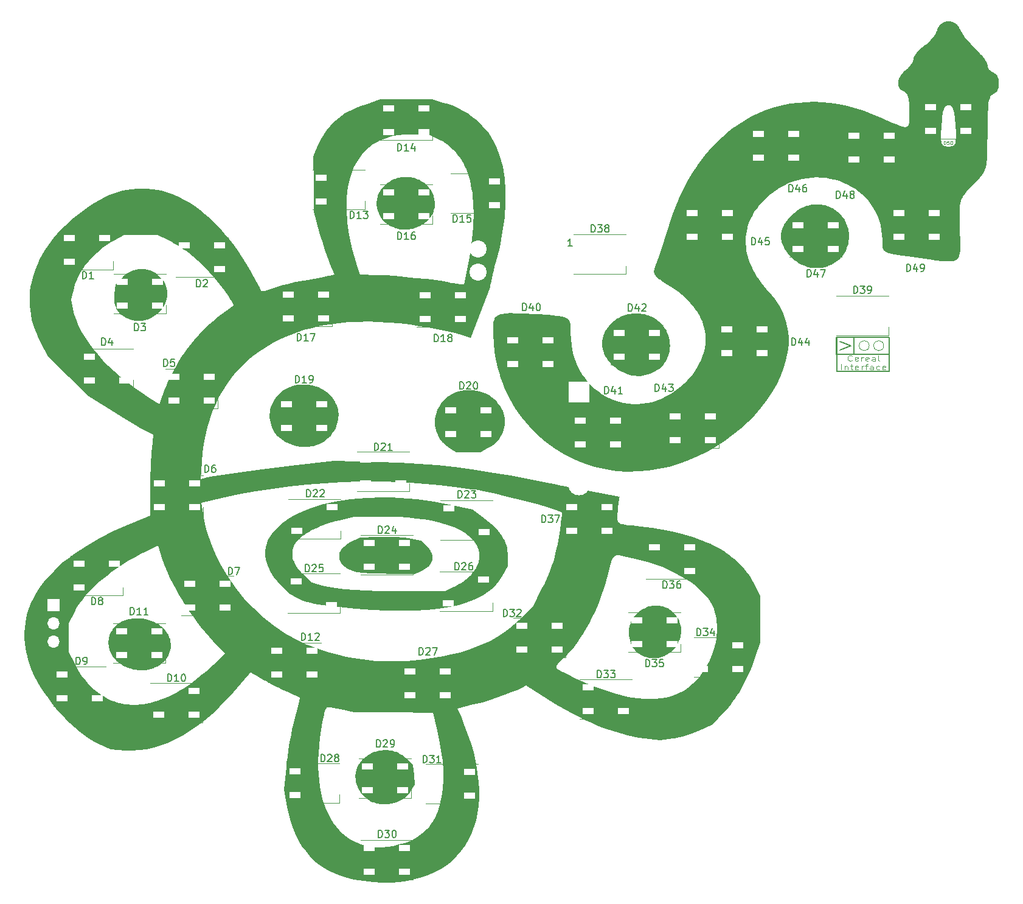
<source format=gbr>
%TF.GenerationSoftware,KiCad,Pcbnew,7.0.9*%
%TF.CreationDate,2024-01-30T18:45:19-06:00*%
%TF.ProjectId,bsidesPR,62736964-6573-4505-922e-6b696361645f,rev?*%
%TF.SameCoordinates,Original*%
%TF.FileFunction,Legend,Top*%
%TF.FilePolarity,Positive*%
%FSLAX46Y46*%
G04 Gerber Fmt 4.6, Leading zero omitted, Abs format (unit mm)*
G04 Created by KiCad (PCBNEW 7.0.9) date 2024-01-30 18:45:19*
%MOMM*%
%LPD*%
G01*
G04 APERTURE LIST*
%ADD10C,0.837000*%
%ADD11C,0.000000*%
%ADD12C,0.100000*%
%ADD13C,0.150000*%
%ADD14C,0.200000*%
%ADD15C,0.125000*%
%ADD16C,0.120000*%
%ADD17C,3.000000*%
%ADD18R,3.000000X3.000000*%
%ADD19O,1.700000X1.700000*%
%ADD20R,1.700000X1.700000*%
%ADD21R,1.500000X0.900000*%
%ADD22C,1.000000*%
%ADD23C,2.374900*%
%ADD24C,0.990600*%
G04 APERTURE END LIST*
D10*
X163471791Y-81771205D02*
G75*
G03*
X163471791Y-81771205I-418500J0D01*
G01*
X204365791Y-53323205D02*
G75*
G03*
X204365791Y-53323205I-418500J0D01*
G01*
X192427791Y-48497205D02*
G75*
G03*
X192427791Y-48497205I-418500J0D01*
G01*
X187557513Y-54771091D02*
G75*
G03*
X187557513Y-54771091I-418500J0D01*
G01*
X178711791Y-59927205D02*
G75*
G03*
X178711791Y-59927205I-418500J0D01*
G01*
X186331791Y-54847205D02*
G75*
G03*
X186331791Y-54847205I-418500J0D01*
G01*
D11*
G36*
X189519922Y-60239846D02*
G01*
X189741344Y-60258542D01*
X189960773Y-60287541D01*
X190177822Y-60326692D01*
X190392103Y-60375841D01*
X190603231Y-60434834D01*
X190810818Y-60503518D01*
X191014477Y-60581740D01*
X191213821Y-60669347D01*
X191408464Y-60766185D01*
X191598019Y-60872101D01*
X191782099Y-60986943D01*
X191960316Y-61110555D01*
X192132284Y-61242786D01*
X192297617Y-61383482D01*
X192455926Y-61532490D01*
X192606826Y-61689656D01*
X192749930Y-61854827D01*
X192884850Y-62027850D01*
X193011200Y-62208572D01*
X193128592Y-62396839D01*
X193236641Y-62592499D01*
X193334958Y-62795397D01*
X193423158Y-63005381D01*
X193500853Y-63222297D01*
X193567656Y-63445992D01*
X193623181Y-63676313D01*
X193667040Y-63913106D01*
X193698848Y-64156218D01*
X193718215Y-64405497D01*
X193724758Y-64660788D01*
X193710980Y-65030147D01*
X193670439Y-65386641D01*
X193604328Y-65729800D01*
X193513834Y-66059149D01*
X193400150Y-66374218D01*
X193264465Y-66674534D01*
X193107969Y-66959626D01*
X192931854Y-67229021D01*
X192737310Y-67482246D01*
X192525526Y-67718831D01*
X192297694Y-67938303D01*
X192055003Y-68140190D01*
X191798645Y-68324019D01*
X191529809Y-68489320D01*
X191249686Y-68635619D01*
X190959467Y-68762445D01*
X190660341Y-68869325D01*
X190353499Y-68955788D01*
X190040132Y-69021361D01*
X189721430Y-69065573D01*
X189398583Y-69087951D01*
X189072782Y-69088023D01*
X188745217Y-69065318D01*
X188417079Y-69019363D01*
X188089557Y-68949685D01*
X187763843Y-68855814D01*
X187441127Y-68737277D01*
X187122598Y-68593602D01*
X186809448Y-68424316D01*
X186502867Y-68228948D01*
X186204046Y-68007026D01*
X185914174Y-67758078D01*
X185712101Y-67565740D01*
X185523065Y-67373164D01*
X185347066Y-67180366D01*
X185184104Y-66987361D01*
X185034179Y-66794167D01*
X184897291Y-66600798D01*
X184773439Y-66407270D01*
X184662625Y-66213600D01*
X184564848Y-66019802D01*
X184480108Y-65825894D01*
X184408404Y-65631891D01*
X184349738Y-65437808D01*
X184304109Y-65243662D01*
X184271516Y-65049468D01*
X184251961Y-64855242D01*
X184245442Y-64661001D01*
X184251961Y-64466760D01*
X184271516Y-64272534D01*
X184304109Y-64078341D01*
X184349738Y-63884194D01*
X184408404Y-63690112D01*
X184480108Y-63496108D01*
X184564848Y-63302200D01*
X184662625Y-63108403D01*
X184773439Y-62914732D01*
X184897291Y-62721205D01*
X185034179Y-62527836D01*
X185184104Y-62334641D01*
X185347066Y-62141637D01*
X185523065Y-61948839D01*
X185712101Y-61756263D01*
X185914174Y-61563925D01*
X186094230Y-61405138D01*
X186277953Y-61256978D01*
X186465055Y-61119329D01*
X186655243Y-60992075D01*
X186848229Y-60875103D01*
X187043721Y-60768295D01*
X187241430Y-60671538D01*
X187441065Y-60584716D01*
X187642335Y-60507714D01*
X187844951Y-60440417D01*
X188048622Y-60382709D01*
X188253058Y-60334476D01*
X188457969Y-60295601D01*
X188663064Y-60265971D01*
X188868053Y-60245469D01*
X189072646Y-60233981D01*
X189296894Y-60231608D01*
X189519922Y-60239846D01*
G37*
G36*
X140975582Y-86069674D02*
G01*
X141093764Y-86073031D01*
X141526648Y-86105301D01*
X141942768Y-86167467D01*
X142341481Y-86257963D01*
X142722139Y-86375219D01*
X143084099Y-86517670D01*
X143426714Y-86683747D01*
X143749338Y-86871882D01*
X144051328Y-87080508D01*
X144332036Y-87308057D01*
X144590818Y-87552962D01*
X144827029Y-87813655D01*
X145040022Y-88088568D01*
X145229153Y-88376134D01*
X145393776Y-88674785D01*
X145533246Y-88982954D01*
X145646917Y-89299072D01*
X145734144Y-89621572D01*
X145794281Y-89948887D01*
X145826684Y-90279449D01*
X145830706Y-90611690D01*
X145805702Y-90944042D01*
X145751027Y-91274939D01*
X145666036Y-91602812D01*
X145550082Y-91926094D01*
X145402521Y-92243216D01*
X145222707Y-92552613D01*
X145009995Y-92852714D01*
X144763740Y-93141955D01*
X144483295Y-93418765D01*
X144168016Y-93681579D01*
X143817257Y-93928828D01*
X143430373Y-94158944D01*
X142405104Y-94718283D01*
X140722109Y-94722006D01*
X139039522Y-94726144D01*
X138076692Y-94096102D01*
X137763978Y-93873831D01*
X137479154Y-93635707D01*
X137221860Y-93383141D01*
X136991736Y-93117543D01*
X136788422Y-92840320D01*
X136611558Y-92552884D01*
X136460784Y-92256641D01*
X136335740Y-91953004D01*
X136236065Y-91643379D01*
X136161399Y-91329178D01*
X136111383Y-91011808D01*
X136085657Y-90692679D01*
X136083859Y-90373201D01*
X136105630Y-90054783D01*
X136150610Y-89738834D01*
X136218440Y-89426763D01*
X136308757Y-89119981D01*
X136421204Y-88819895D01*
X136555419Y-88527915D01*
X136711042Y-88245450D01*
X136887713Y-87973911D01*
X137085073Y-87714706D01*
X137302761Y-87469244D01*
X137540416Y-87238934D01*
X137797680Y-87025187D01*
X138074191Y-86829411D01*
X138369589Y-86653015D01*
X138683516Y-86497409D01*
X139015609Y-86364002D01*
X139365510Y-86254203D01*
X139732858Y-86169422D01*
X140117293Y-86111068D01*
X140243153Y-86097947D01*
X140367949Y-86087289D01*
X140491669Y-86079058D01*
X140614304Y-86073217D01*
X140735841Y-86069731D01*
X140856271Y-86068561D01*
X140975582Y-86069674D01*
G37*
G36*
X164270448Y-75395443D02*
G01*
X164611345Y-75419697D01*
X164949259Y-75465860D01*
X165282641Y-75533692D01*
X165609942Y-75622952D01*
X165770827Y-75675542D01*
X165929611Y-75733399D01*
X166086100Y-75796492D01*
X166240101Y-75864792D01*
X166391419Y-75938268D01*
X166539861Y-76016890D01*
X166685233Y-76100629D01*
X166827342Y-76189453D01*
X166965994Y-76283333D01*
X167100995Y-76382238D01*
X167232152Y-76486139D01*
X167359271Y-76595006D01*
X167482158Y-76708808D01*
X167600620Y-76827515D01*
X167714462Y-76951097D01*
X167823492Y-77079524D01*
X167927516Y-77212766D01*
X168026339Y-77350792D01*
X168119769Y-77493573D01*
X168207611Y-77641079D01*
X168289672Y-77793279D01*
X168365759Y-77950143D01*
X168435677Y-78111641D01*
X168499233Y-78277743D01*
X168632579Y-78703878D01*
X168725483Y-79121002D01*
X168779597Y-79528153D01*
X168796576Y-79924373D01*
X168778074Y-80308701D01*
X168725745Y-80680177D01*
X168641244Y-81037841D01*
X168526224Y-81380733D01*
X168382340Y-81707892D01*
X168211246Y-82018359D01*
X168014596Y-82311174D01*
X167794045Y-82585376D01*
X167551245Y-82840006D01*
X167287853Y-83074102D01*
X167005521Y-83286706D01*
X166705904Y-83476857D01*
X166390656Y-83643594D01*
X166061431Y-83785959D01*
X165719884Y-83902990D01*
X165367668Y-83993728D01*
X165006438Y-84057212D01*
X164637848Y-84092483D01*
X164263552Y-84098580D01*
X163885205Y-84074543D01*
X163504460Y-84019413D01*
X163122971Y-83932229D01*
X162742393Y-83812030D01*
X162364380Y-83657857D01*
X161990586Y-83468750D01*
X161622666Y-83243749D01*
X161262273Y-82981893D01*
X160911061Y-82682223D01*
X160739063Y-82518145D01*
X160577037Y-82352151D01*
X160424994Y-82184351D01*
X160282943Y-82014853D01*
X160190186Y-81894674D01*
X162579176Y-81894674D01*
X162579531Y-81907477D01*
X162580584Y-81920118D01*
X162582318Y-81932579D01*
X162584715Y-81944846D01*
X162587758Y-81956903D01*
X162591429Y-81968732D01*
X162595711Y-81980319D01*
X162600587Y-81991647D01*
X162606039Y-82002701D01*
X162612049Y-82013464D01*
X162618601Y-82023920D01*
X162625677Y-82034054D01*
X162633259Y-82043850D01*
X162641330Y-82053290D01*
X162649873Y-82062361D01*
X162658870Y-82071045D01*
X162668304Y-82079326D01*
X162678157Y-82087189D01*
X162688412Y-82094617D01*
X162699051Y-82101595D01*
X162710057Y-82108107D01*
X162721413Y-82114136D01*
X162733101Y-82119667D01*
X162745104Y-82124683D01*
X162757405Y-82129170D01*
X162769985Y-82133109D01*
X162782827Y-82136487D01*
X162795915Y-82139286D01*
X162809230Y-82141491D01*
X162822756Y-82143086D01*
X162836474Y-82144055D01*
X162850368Y-82144381D01*
X162864261Y-82144055D01*
X162877977Y-82143086D01*
X162891498Y-82141491D01*
X162904807Y-82139286D01*
X162917886Y-82136487D01*
X162930718Y-82133109D01*
X162943287Y-82129170D01*
X162955574Y-82124683D01*
X162967562Y-82119667D01*
X162979234Y-82114136D01*
X162990574Y-82108107D01*
X163001563Y-82101595D01*
X163012184Y-82094617D01*
X163022420Y-82087189D01*
X163032254Y-82079326D01*
X163041669Y-82071045D01*
X163050647Y-82062361D01*
X163059170Y-82053290D01*
X163067223Y-82043850D01*
X163074787Y-82034054D01*
X163081845Y-82023920D01*
X163088380Y-82013464D01*
X163094374Y-82002701D01*
X163099811Y-81991647D01*
X163104673Y-81980319D01*
X163108942Y-81968732D01*
X163112602Y-81956903D01*
X163115636Y-81944846D01*
X163118025Y-81932579D01*
X163119753Y-81920118D01*
X163120803Y-81907477D01*
X163121156Y-81894674D01*
X163120803Y-81881872D01*
X163119753Y-81869233D01*
X163118025Y-81856772D01*
X163115636Y-81844506D01*
X163112602Y-81832451D01*
X163108942Y-81820622D01*
X163104673Y-81809036D01*
X163099811Y-81797708D01*
X163094374Y-81786655D01*
X163088380Y-81775893D01*
X163081845Y-81765437D01*
X163074787Y-81755304D01*
X163067223Y-81745509D01*
X163059170Y-81736068D01*
X163050647Y-81726998D01*
X163041669Y-81718315D01*
X163032254Y-81710034D01*
X163022420Y-81702171D01*
X163012184Y-81694743D01*
X163001563Y-81687765D01*
X162990574Y-81681254D01*
X162979234Y-81675224D01*
X162967562Y-81669694D01*
X162955574Y-81664677D01*
X162943287Y-81660191D01*
X162930718Y-81656251D01*
X162917886Y-81652874D01*
X162904807Y-81650074D01*
X162891498Y-81647869D01*
X162877977Y-81646274D01*
X162864261Y-81645306D01*
X162850368Y-81644979D01*
X162836474Y-81645306D01*
X162822756Y-81646274D01*
X162809230Y-81647869D01*
X162795915Y-81650074D01*
X162782827Y-81652874D01*
X162769985Y-81656251D01*
X162757405Y-81660191D01*
X162745104Y-81664677D01*
X162733101Y-81669694D01*
X162721413Y-81675224D01*
X162710057Y-81681254D01*
X162699051Y-81687765D01*
X162688412Y-81694743D01*
X162678157Y-81702171D01*
X162668304Y-81710034D01*
X162658870Y-81718315D01*
X162649873Y-81726998D01*
X162641330Y-81736068D01*
X162633259Y-81745509D01*
X162625677Y-81755304D01*
X162618601Y-81765437D01*
X162612049Y-81775893D01*
X162606039Y-81786655D01*
X162600587Y-81797708D01*
X162595711Y-81809036D01*
X162591429Y-81820622D01*
X162587758Y-81832451D01*
X162584715Y-81844506D01*
X162582318Y-81856772D01*
X162580584Y-81869233D01*
X162579531Y-81881872D01*
X162579176Y-81894674D01*
X160190186Y-81894674D01*
X160150894Y-81843766D01*
X160028857Y-81671201D01*
X159916842Y-81497265D01*
X159814859Y-81322068D01*
X159722917Y-81145719D01*
X159641025Y-80968327D01*
X159569195Y-80790001D01*
X159507435Y-80610850D01*
X159455756Y-80430984D01*
X159414167Y-80250511D01*
X159382678Y-80069541D01*
X159361299Y-79888182D01*
X159350040Y-79706543D01*
X159348909Y-79524735D01*
X159357918Y-79342865D01*
X159377076Y-79161044D01*
X159406393Y-78979379D01*
X159445878Y-78797980D01*
X159495542Y-78616957D01*
X159555393Y-78436418D01*
X159625442Y-78256472D01*
X159705699Y-78077228D01*
X159796174Y-77898796D01*
X159896875Y-77721285D01*
X160007814Y-77544804D01*
X160129000Y-77369461D01*
X160260442Y-77195366D01*
X160402150Y-77022628D01*
X160593945Y-76811707D01*
X160795806Y-76615874D01*
X161007004Y-76435019D01*
X161226810Y-76269028D01*
X161454495Y-76117788D01*
X161689329Y-75981186D01*
X161930583Y-75859110D01*
X162177528Y-75751446D01*
X162429435Y-75658082D01*
X162685574Y-75578905D01*
X162945217Y-75513801D01*
X163207633Y-75462659D01*
X163472093Y-75425365D01*
X163737869Y-75401806D01*
X164004230Y-75391870D01*
X164270448Y-75395443D01*
G37*
G36*
X137241188Y-46074643D02*
G01*
X137977812Y-46309225D01*
X138682436Y-46576026D01*
X139354982Y-46874804D01*
X139995370Y-47205316D01*
X140603521Y-47567320D01*
X141179355Y-47960574D01*
X141722793Y-48384836D01*
X142233755Y-48839864D01*
X142712163Y-49325415D01*
X143157936Y-49841246D01*
X143570996Y-50387117D01*
X143951263Y-50962785D01*
X144298657Y-51568006D01*
X144613100Y-52202541D01*
X144894511Y-52866145D01*
X145142813Y-53558576D01*
X145539765Y-55028955D01*
X145803323Y-56611738D01*
X145932852Y-58304988D01*
X145927715Y-60106767D01*
X145787278Y-62015138D01*
X145510906Y-64028162D01*
X145097964Y-66143903D01*
X144547817Y-68360421D01*
X144394487Y-68930599D01*
X144250603Y-69482564D01*
X144118994Y-70004192D01*
X144002492Y-70483363D01*
X143903926Y-70907954D01*
X143826126Y-71265843D01*
X143771924Y-71544909D01*
X143744148Y-71733029D01*
X141090041Y-78775900D01*
X140013446Y-78445041D01*
X138891977Y-78138392D01*
X137724857Y-77855767D01*
X136511308Y-77596980D01*
X135250553Y-77361845D01*
X133941812Y-77150176D01*
X132584309Y-76961787D01*
X131177266Y-76796493D01*
X129676254Y-76659833D01*
X128209639Y-76575606D01*
X126778114Y-76543331D01*
X125382367Y-76562523D01*
X124023089Y-76632703D01*
X122700970Y-76753387D01*
X121416701Y-76924093D01*
X120170971Y-77144339D01*
X118964472Y-77413644D01*
X117797892Y-77731524D01*
X116671923Y-78097498D01*
X115587255Y-78511084D01*
X114544578Y-78971799D01*
X113544581Y-79479161D01*
X112587957Y-80032689D01*
X111675393Y-80631900D01*
X110807582Y-81276311D01*
X109985213Y-81965441D01*
X109208976Y-82698808D01*
X108479562Y-83475929D01*
X107797661Y-84296323D01*
X107163963Y-85159507D01*
X106579158Y-86064998D01*
X106043937Y-87012316D01*
X105558990Y-88000977D01*
X105125007Y-89030500D01*
X104742678Y-90100402D01*
X104412693Y-91210202D01*
X104135744Y-92359416D01*
X103912519Y-93547564D01*
X103743710Y-94774162D01*
X103630007Y-96038729D01*
X103467537Y-98470407D01*
X103829686Y-98345980D01*
X104388593Y-98207698D01*
X105358494Y-98026455D01*
X108266670Y-97573317D01*
X112025004Y-97063019D01*
X116104286Y-96572018D01*
X122007387Y-95909750D01*
X128204427Y-96079245D01*
X131169164Y-96179858D01*
X133858782Y-96317730D01*
X136369993Y-96504025D01*
X138799509Y-96749911D01*
X141244041Y-97066553D01*
X143800301Y-97465118D01*
X146565001Y-97956773D01*
X149634853Y-98552682D01*
X151266812Y-98876739D01*
X152656404Y-99147523D01*
X153656494Y-99336685D01*
X153964496Y-99391800D01*
X154119948Y-99415878D01*
X154180306Y-99422091D01*
X161778810Y-100929806D01*
X161755653Y-101157589D01*
X161588760Y-102441076D01*
X161523614Y-102945856D01*
X161478845Y-103369894D01*
X161460588Y-103721116D01*
X161463317Y-103871897D01*
X161474975Y-104007446D01*
X161496327Y-104128754D01*
X161528140Y-104236811D01*
X161571181Y-104332608D01*
X161626216Y-104417135D01*
X161694013Y-104491384D01*
X161775337Y-104556344D01*
X161870956Y-104613007D01*
X161981636Y-104662363D01*
X162108144Y-104705403D01*
X162251247Y-104743118D01*
X162590302Y-104806533D01*
X163004935Y-104860535D01*
X163501280Y-104913048D01*
X164763637Y-105045309D01*
X166284067Y-105242274D01*
X167731117Y-105477207D01*
X169105024Y-105750228D01*
X170406025Y-106061456D01*
X171634358Y-106411009D01*
X172221349Y-106600194D01*
X172790261Y-106799006D01*
X173341125Y-107007458D01*
X173873971Y-107225565D01*
X174388828Y-107453343D01*
X174885725Y-107690806D01*
X175364694Y-107937969D01*
X175825762Y-108194847D01*
X176268961Y-108461455D01*
X176694319Y-108737807D01*
X177101866Y-109023919D01*
X177491632Y-109319805D01*
X177863647Y-109625480D01*
X178217941Y-109940959D01*
X178554542Y-110266257D01*
X178873481Y-110601389D01*
X179174788Y-110946369D01*
X179458492Y-111301212D01*
X179724623Y-111665934D01*
X179973210Y-112040548D01*
X180204283Y-112425070D01*
X180417873Y-112819516D01*
X181393532Y-114722030D01*
X181379884Y-117966891D01*
X181365822Y-121212179D01*
X180643190Y-123325949D01*
X180441199Y-123895980D01*
X180228651Y-124455602D01*
X180005859Y-125004272D01*
X179773134Y-125541444D01*
X179530786Y-126066574D01*
X179279127Y-126579119D01*
X179018468Y-127078534D01*
X178749121Y-127564274D01*
X178471397Y-128035796D01*
X178185607Y-128492555D01*
X177892062Y-128934007D01*
X177591073Y-129359607D01*
X177282953Y-129768812D01*
X176968011Y-130161078D01*
X176646560Y-130535859D01*
X176318910Y-130892611D01*
X174773158Y-132517733D01*
X172919423Y-133389621D01*
X172483430Y-133583856D01*
X172024316Y-133768082D01*
X171549860Y-133939902D01*
X171067845Y-134096917D01*
X170586051Y-134236731D01*
X170112258Y-134356946D01*
X169654248Y-134455164D01*
X169433593Y-134495275D01*
X169219801Y-134528988D01*
X167373512Y-134796469D01*
X165273781Y-134519479D01*
X164492034Y-134401165D01*
X163697577Y-134250843D01*
X162890995Y-134068750D01*
X162072870Y-133855126D01*
X161243787Y-133610208D01*
X160404329Y-133334236D01*
X159555080Y-133027448D01*
X158696623Y-132690083D01*
X157829543Y-132322378D01*
X156954423Y-131924573D01*
X156071846Y-131496907D01*
X155182397Y-131039616D01*
X154286659Y-130552941D01*
X153385216Y-130037119D01*
X152478652Y-129492390D01*
X151567549Y-128918991D01*
X148791493Y-127132223D01*
X148180464Y-127460885D01*
X147632765Y-127726753D01*
X146922127Y-128027671D01*
X146087797Y-128349999D01*
X145169022Y-128680095D01*
X144205050Y-129004318D01*
X143235127Y-129309028D01*
X142298501Y-129580583D01*
X141434419Y-129805343D01*
X139219356Y-130340304D01*
X139674117Y-131371762D01*
X140258889Y-132772125D01*
X140766143Y-134143200D01*
X141196866Y-135483467D01*
X141552050Y-136791408D01*
X141832684Y-138065503D01*
X142039760Y-139304232D01*
X142174266Y-140506078D01*
X142237192Y-141669520D01*
X142229530Y-142793040D01*
X142152269Y-143875118D01*
X142006399Y-144914236D01*
X141792910Y-145908874D01*
X141512793Y-146857512D01*
X141167037Y-147758633D01*
X140756632Y-148610716D01*
X140282569Y-149412243D01*
X139745838Y-150161695D01*
X139147429Y-150857551D01*
X138488331Y-151498294D01*
X137769536Y-152082404D01*
X136992032Y-152608362D01*
X136156811Y-153074648D01*
X135264862Y-153479744D01*
X134317175Y-153822131D01*
X133314741Y-154100289D01*
X132258550Y-154312699D01*
X131149591Y-154457842D01*
X129988854Y-154534199D01*
X128777331Y-154540251D01*
X127516011Y-154474478D01*
X126205883Y-154335362D01*
X124847939Y-154121383D01*
X124847524Y-154121383D01*
X123917164Y-153917611D01*
X123029768Y-153653854D01*
X122186049Y-153330878D01*
X121386717Y-152949449D01*
X120632484Y-152510332D01*
X119924062Y-152014292D01*
X119587253Y-151745166D01*
X119262163Y-151462096D01*
X118647498Y-150854509D01*
X118080778Y-150192296D01*
X117562716Y-149476224D01*
X117094023Y-148707057D01*
X116675410Y-147885562D01*
X116307590Y-147012504D01*
X115991274Y-146088650D01*
X115727173Y-145114763D01*
X115515999Y-144091610D01*
X115078194Y-141604940D01*
X115375850Y-138496078D01*
X115449487Y-137815777D01*
X115485534Y-137534921D01*
X119829842Y-137534921D01*
X119832336Y-138511702D01*
X119874775Y-139454704D01*
X119956458Y-140362900D01*
X120076689Y-141235258D01*
X120234768Y-142070749D01*
X120429997Y-142868344D01*
X120661678Y-143627012D01*
X120929113Y-144345725D01*
X121231602Y-145023452D01*
X121568449Y-145659164D01*
X121938953Y-146251831D01*
X122342418Y-146800423D01*
X122778144Y-147303910D01*
X123245434Y-147761264D01*
X123743588Y-148171454D01*
X124271909Y-148533450D01*
X124829698Y-148846223D01*
X125416257Y-149108743D01*
X126030887Y-149319981D01*
X126672890Y-149478906D01*
X127341567Y-149584489D01*
X128036221Y-149635701D01*
X128756153Y-149631511D01*
X129500664Y-149570891D01*
X130269056Y-149452809D01*
X131060631Y-149276238D01*
X131874690Y-149040145D01*
X132335888Y-148876389D01*
X132776723Y-148689379D01*
X133197152Y-148479270D01*
X133597134Y-148246213D01*
X133976624Y-147990362D01*
X134335582Y-147711871D01*
X134673965Y-147410891D01*
X134991730Y-147087576D01*
X135288835Y-146742078D01*
X135565238Y-146374551D01*
X135820896Y-145985147D01*
X136055766Y-145574019D01*
X136462977Y-144687205D01*
X136786530Y-143715332D01*
X137026086Y-142659622D01*
X137181306Y-141521299D01*
X137251852Y-140301586D01*
X137237383Y-139001707D01*
X137137561Y-137622886D01*
X136952047Y-136166344D01*
X136680501Y-134633307D01*
X136322585Y-133024997D01*
X135807063Y-130910812D01*
X130327290Y-130894686D01*
X124847524Y-130878146D01*
X122928468Y-130463083D01*
X121893153Y-130232731D01*
X121703261Y-130195732D01*
X121617243Y-130181292D01*
X121536833Y-130169794D01*
X121461774Y-130161413D01*
X121391811Y-130156328D01*
X121326685Y-130154714D01*
X121266139Y-130156747D01*
X121174720Y-130168731D01*
X121094142Y-130192167D01*
X121023221Y-130227873D01*
X120960772Y-130276666D01*
X120905610Y-130339362D01*
X120856551Y-130416780D01*
X120812409Y-130509736D01*
X120772001Y-130619047D01*
X120734141Y-130745531D01*
X120697645Y-130890005D01*
X120624007Y-131236190D01*
X120440968Y-132180392D01*
X120233269Y-133310616D01*
X120069005Y-134412210D01*
X119947478Y-135484146D01*
X119867990Y-136525393D01*
X119829842Y-137534921D01*
X115485534Y-137534921D01*
X115544799Y-137073170D01*
X115657792Y-136292233D01*
X115784473Y-135496940D01*
X115920847Y-134711265D01*
X116062921Y-133959183D01*
X116206702Y-133264667D01*
X116348195Y-132651693D01*
X117156001Y-129359274D01*
X117289949Y-128801998D01*
X115632167Y-128085556D01*
X115263352Y-127920680D01*
X114850065Y-127726343D01*
X114406295Y-127509699D01*
X113946034Y-127277899D01*
X113483270Y-127038096D01*
X113031994Y-126797443D01*
X112606197Y-126563092D01*
X112219869Y-126342196D01*
X111532207Y-125943485D01*
X111226822Y-125769093D01*
X110957108Y-125616960D01*
X110730594Y-125491300D01*
X110554812Y-125396327D01*
X110437290Y-125336253D01*
X110402731Y-125320620D01*
X110385561Y-125315292D01*
X110370920Y-125323361D01*
X110343780Y-125347035D01*
X110254760Y-125438013D01*
X110124024Y-125581845D01*
X109957093Y-125772152D01*
X109536730Y-126266674D01*
X109037843Y-126870541D01*
X108052731Y-128035492D01*
X107059635Y-129125858D01*
X106059689Y-130140982D01*
X105054022Y-131080209D01*
X104043766Y-131942882D01*
X103030052Y-132728345D01*
X102014012Y-133435944D01*
X100996776Y-134065020D01*
X99979476Y-134614920D01*
X98963242Y-135084986D01*
X97949206Y-135474562D01*
X96938500Y-135782994D01*
X95932254Y-136009624D01*
X94931599Y-136153797D01*
X93937667Y-136214857D01*
X92951589Y-136192147D01*
X90949437Y-136059848D01*
X89217244Y-135263620D01*
X88582267Y-134939962D01*
X87931241Y-134547593D01*
X87269235Y-134092142D01*
X86601317Y-133579242D01*
X85932558Y-133014522D01*
X85268027Y-132403612D01*
X84612792Y-131752143D01*
X83971924Y-131065747D01*
X83350490Y-130350052D01*
X82753562Y-129610690D01*
X82186208Y-128853292D01*
X81653496Y-128083488D01*
X81160497Y-127306908D01*
X80712280Y-126529182D01*
X80313914Y-125755943D01*
X79970468Y-124992819D01*
X79678886Y-124236461D01*
X79435063Y-123485754D01*
X79238851Y-122740913D01*
X79183676Y-122466879D01*
X85085195Y-122466879D01*
X85913670Y-124077523D01*
X86397587Y-124949064D01*
X86916539Y-125750943D01*
X87469384Y-126482624D01*
X87758159Y-126821974D01*
X88054979Y-127143573D01*
X88359700Y-127447356D01*
X88672180Y-127733254D01*
X88992276Y-128001202D01*
X89319845Y-128251132D01*
X89654744Y-128482978D01*
X89996830Y-128696672D01*
X90345960Y-128892148D01*
X90701991Y-129069339D01*
X91064781Y-129228177D01*
X91434187Y-129368596D01*
X91810065Y-129490530D01*
X92192273Y-129593910D01*
X92580668Y-129678671D01*
X92975107Y-129744744D01*
X93375447Y-129792065D01*
X93781545Y-129820565D01*
X94193258Y-129830177D01*
X94610444Y-129820835D01*
X95032959Y-129792472D01*
X95460661Y-129745021D01*
X95893406Y-129678415D01*
X96331053Y-129592587D01*
X97220476Y-129362997D01*
X97683991Y-129213965D01*
X98152900Y-129042106D01*
X98627195Y-128847424D01*
X99106870Y-128629925D01*
X99591920Y-128389611D01*
X100082337Y-128126488D01*
X100578116Y-127840559D01*
X101079249Y-127531829D01*
X101585732Y-127200303D01*
X102097557Y-126845983D01*
X102614718Y-126468875D01*
X103137209Y-126068983D01*
X103665023Y-125646312D01*
X104198155Y-125200864D01*
X104736598Y-124732645D01*
X104935347Y-124553181D01*
X152984779Y-124553181D01*
X152992218Y-124605409D01*
X153010044Y-124656613D01*
X153038375Y-124707281D01*
X153077331Y-124757901D01*
X153127031Y-124808958D01*
X153187595Y-124860942D01*
X153259142Y-124914338D01*
X153435660Y-125027317D01*
X153657539Y-125151795D01*
X153925734Y-125291670D01*
X154604884Y-125633200D01*
X155700615Y-126167782D01*
X156771715Y-126656740D01*
X157817664Y-127099964D01*
X158837938Y-127497343D01*
X159832014Y-127848768D01*
X160799369Y-128154127D01*
X161739480Y-128413311D01*
X162651825Y-128626210D01*
X163535881Y-128792712D01*
X164391124Y-128912707D01*
X165217032Y-128986085D01*
X166013082Y-129012737D01*
X166778752Y-128992550D01*
X167513517Y-128925416D01*
X168216857Y-128811224D01*
X168888246Y-128649862D01*
X169315473Y-128513800D01*
X169733017Y-128350244D01*
X170140301Y-128160365D01*
X170536747Y-127945333D01*
X170921777Y-127706322D01*
X171294815Y-127444503D01*
X171655283Y-127161046D01*
X172002603Y-126857123D01*
X172336198Y-126533907D01*
X172655491Y-126192567D01*
X172959903Y-125834277D01*
X173248858Y-125460206D01*
X173778087Y-124669412D01*
X174238556Y-123829556D01*
X174625647Y-122950010D01*
X174934740Y-122040146D01*
X175161215Y-121109336D01*
X175242027Y-120639005D01*
X175300453Y-120166951D01*
X175335914Y-119694347D01*
X175347834Y-119222363D01*
X175335635Y-118752172D01*
X175298739Y-118284944D01*
X175236569Y-117821852D01*
X175148548Y-117364066D01*
X175034097Y-116912759D01*
X174892641Y-116469101D01*
X174661676Y-115925016D01*
X174356635Y-115387024D01*
X173980434Y-114856969D01*
X173535984Y-114336700D01*
X173026199Y-113828061D01*
X172453993Y-113332900D01*
X171822279Y-112853063D01*
X171133971Y-112390396D01*
X170391981Y-111946745D01*
X169599224Y-111523958D01*
X168758613Y-111123880D01*
X167873060Y-110748358D01*
X166945481Y-110399238D01*
X165978787Y-110078367D01*
X164975893Y-109787591D01*
X163939711Y-109528756D01*
X162403549Y-109162405D01*
X162122474Y-109102105D01*
X161995154Y-109078033D01*
X161876106Y-109058349D01*
X161764926Y-109043304D01*
X161661207Y-109033151D01*
X161564546Y-109028140D01*
X161474538Y-109028524D01*
X161338210Y-109041828D01*
X161217371Y-109071981D01*
X161110147Y-109120150D01*
X161014663Y-109187499D01*
X160929046Y-109275193D01*
X160851421Y-109384398D01*
X160779914Y-109516277D01*
X160712651Y-109671997D01*
X160647758Y-109852721D01*
X160583360Y-110059616D01*
X160448555Y-110556575D01*
X160102431Y-111915792D01*
X159853976Y-112809667D01*
X159584323Y-113686490D01*
X159294284Y-114544733D01*
X158984671Y-115382868D01*
X158656298Y-116199365D01*
X158309978Y-116992697D01*
X157946524Y-117761335D01*
X157566747Y-118503750D01*
X157171463Y-119218414D01*
X156761482Y-119903798D01*
X156337618Y-120558373D01*
X155900685Y-121180611D01*
X155451494Y-121768984D01*
X154990859Y-122321962D01*
X154519593Y-122838017D01*
X154038509Y-123315621D01*
X153554366Y-123771775D01*
X153365552Y-123956680D01*
X153213516Y-124118001D01*
X153151587Y-124191036D01*
X153099210Y-124259637D01*
X153056505Y-124324291D01*
X153023590Y-124385485D01*
X153000584Y-124443706D01*
X152987608Y-124499442D01*
X152984779Y-124553181D01*
X104935347Y-124553181D01*
X105280345Y-124241659D01*
X106885210Y-122765780D01*
X105205104Y-120994308D01*
X104633034Y-120371017D01*
X104066153Y-119713886D01*
X103506787Y-119026745D01*
X102957264Y-118313421D01*
X102419912Y-117577744D01*
X101897057Y-116823542D01*
X101391026Y-116054645D01*
X100904147Y-115274881D01*
X100438748Y-114488078D01*
X99997154Y-113698067D01*
X99581694Y-112908674D01*
X99194694Y-112123730D01*
X98838483Y-111347064D01*
X98515386Y-110582503D01*
X98227731Y-109833876D01*
X97977846Y-109105014D01*
X97524333Y-107691549D01*
X96012901Y-108426596D01*
X95117765Y-108876852D01*
X94251119Y-109342973D01*
X93414414Y-109823747D01*
X92609102Y-110317962D01*
X91836633Y-110824408D01*
X91098457Y-111341872D01*
X90396024Y-111869144D01*
X89730786Y-112405012D01*
X89104193Y-112948265D01*
X88517695Y-113497691D01*
X87972743Y-114052079D01*
X87470788Y-114610218D01*
X87013279Y-115170896D01*
X86601668Y-115732902D01*
X86237405Y-116295024D01*
X85921941Y-116856051D01*
X85085195Y-118469186D01*
X85085195Y-122466879D01*
X79183676Y-122466879D01*
X79090107Y-122002158D01*
X78988685Y-121269704D01*
X78934438Y-120543768D01*
X78927221Y-119824567D01*
X78966889Y-119112319D01*
X79053296Y-118407240D01*
X79186296Y-117709548D01*
X79365743Y-117019459D01*
X79591492Y-116337190D01*
X79863398Y-115662959D01*
X80181315Y-114996982D01*
X80545096Y-114339477D01*
X80954597Y-113690660D01*
X81409671Y-113050748D01*
X81910174Y-112419959D01*
X82455959Y-111798509D01*
X83046881Y-111186616D01*
X83682794Y-110584496D01*
X84363553Y-109992366D01*
X85089011Y-109410444D01*
X85859024Y-108838946D01*
X87532130Y-107728092D01*
X89381706Y-106661539D01*
X91406586Y-105641024D01*
X93605605Y-104668283D01*
X96445741Y-103489645D01*
X96452618Y-101732638D01*
X103547325Y-101732638D01*
X103711449Y-102768246D01*
X103888498Y-103751661D01*
X104105513Y-104721838D01*
X104361590Y-105677897D01*
X104655827Y-106618956D01*
X104987321Y-107544132D01*
X105355170Y-108452544D01*
X105758472Y-109343309D01*
X106196323Y-110215546D01*
X107172065Y-111900909D01*
X108275175Y-113501576D01*
X109498434Y-115010492D01*
X110834621Y-116420602D01*
X112276516Y-117724851D01*
X113816898Y-118916183D01*
X115448547Y-119987544D01*
X117164242Y-120931877D01*
X118051351Y-121354204D01*
X118956764Y-121742128D01*
X119879579Y-122094768D01*
X120818892Y-122411242D01*
X121773802Y-122690668D01*
X122743406Y-122932163D01*
X123726801Y-123134846D01*
X124723085Y-123297836D01*
X127300704Y-123664120D01*
X127876334Y-123724311D01*
X128579464Y-123763087D01*
X129381683Y-123780858D01*
X130254579Y-123778036D01*
X131169741Y-123755031D01*
X132098756Y-123712254D01*
X133013213Y-123650116D01*
X133884700Y-123569027D01*
X135043025Y-123429931D01*
X136155590Y-123266521D01*
X137223830Y-123078229D01*
X138249179Y-122864490D01*
X139233073Y-122624735D01*
X140176947Y-122358398D01*
X141082235Y-122064912D01*
X141950372Y-121743710D01*
X142782795Y-121394225D01*
X143580937Y-121015890D01*
X144346233Y-120608139D01*
X145080119Y-120170403D01*
X145784029Y-119702117D01*
X146459399Y-119202713D01*
X147107663Y-118671625D01*
X147730257Y-118108285D01*
X149698921Y-116238009D01*
X151000752Y-113626901D01*
X151271281Y-113066828D01*
X151541098Y-112475653D01*
X151803051Y-111871223D01*
X152049987Y-111271386D01*
X152274756Y-110693990D01*
X152470204Y-110156883D01*
X152629180Y-109677911D01*
X152744533Y-109274923D01*
X152946930Y-108416017D01*
X153146409Y-107460308D01*
X153333130Y-106469139D01*
X153497251Y-105503851D01*
X153628932Y-104625783D01*
X153718332Y-103896278D01*
X153744102Y-103606405D01*
X153755611Y-103376676D01*
X153751630Y-103214757D01*
X153743446Y-103161623D01*
X153730928Y-103128317D01*
X153565964Y-103013188D01*
X153204795Y-102855937D01*
X151991676Y-102440840D01*
X150287233Y-101934562D01*
X148287132Y-101388639D01*
X146187036Y-100854607D01*
X144182609Y-100384002D01*
X142469514Y-100028361D01*
X141783362Y-99909756D01*
X141243416Y-99839218D01*
X139436777Y-99642144D01*
X136724837Y-99326181D01*
X135723662Y-99213989D01*
X134710102Y-99114854D01*
X133685041Y-99028729D01*
X132649364Y-98955568D01*
X131603953Y-98895324D01*
X130549693Y-98847951D01*
X129487467Y-98813403D01*
X128418160Y-98791635D01*
X127701783Y-98784208D01*
X126982912Y-98782447D01*
X126261811Y-98786315D01*
X125538747Y-98795773D01*
X123117664Y-98867555D01*
X120687266Y-99000940D01*
X118257236Y-99195366D01*
X115837258Y-99450267D01*
X113437016Y-99765078D01*
X111066193Y-100139234D01*
X108734473Y-100572172D01*
X106451540Y-101063327D01*
X103547325Y-101732638D01*
X96452618Y-101732638D01*
X96460213Y-99792086D01*
X96467348Y-99010243D01*
X96482209Y-98205397D01*
X96531463Y-96618759D01*
X96564038Y-95882995D01*
X96600697Y-95216288D01*
X96640530Y-94641651D01*
X96682628Y-94182101D01*
X96890987Y-92270065D01*
X95544505Y-91570980D01*
X95210070Y-91390304D01*
X94774327Y-91144030D01*
X93672453Y-90498486D01*
X92385950Y-89721944D01*
X91061885Y-88901999D01*
X87925331Y-86932516D01*
X85071965Y-84176718D01*
X82218601Y-81421322D01*
X81166467Y-79431576D01*
X80850841Y-78797431D01*
X80572648Y-78159707D01*
X80331679Y-77518947D01*
X80127725Y-76875695D01*
X79960578Y-76230496D01*
X79830030Y-75583893D01*
X79735871Y-74936429D01*
X79677894Y-74288650D01*
X79655889Y-73641098D01*
X79660466Y-73425949D01*
X85419231Y-73425949D01*
X85703246Y-74788961D01*
X85898787Y-75561244D01*
X86164330Y-76341814D01*
X86498370Y-77128928D01*
X86899404Y-77920846D01*
X87365927Y-78715827D01*
X87896436Y-79512131D01*
X88489428Y-80308015D01*
X89143398Y-81101739D01*
X89856843Y-81891562D01*
X90628258Y-82675744D01*
X91456141Y-83452542D01*
X92338987Y-84220216D01*
X93275293Y-84977025D01*
X94263555Y-85721228D01*
X95302269Y-86451084D01*
X96389931Y-87164852D01*
X97699205Y-87995395D01*
X98521480Y-85889889D01*
X98712413Y-85425784D01*
X98940339Y-84913218D01*
X99196709Y-84369099D01*
X99472970Y-83810333D01*
X99760570Y-83253827D01*
X100050960Y-82716488D01*
X100335587Y-82215224D01*
X100605901Y-81766940D01*
X100892136Y-81321922D01*
X101192116Y-80879794D01*
X101504888Y-80441592D01*
X101829501Y-80008350D01*
X102165002Y-79581104D01*
X102510439Y-79160890D01*
X102864861Y-78748742D01*
X103227316Y-78345695D01*
X103596851Y-77952785D01*
X103972514Y-77571047D01*
X104353354Y-77201516D01*
X104738419Y-76845228D01*
X105126757Y-76503217D01*
X105517415Y-76176519D01*
X105909441Y-75866169D01*
X106301885Y-75573202D01*
X106903595Y-75136401D01*
X107429564Y-74752113D01*
X107823191Y-74461902D01*
X108027876Y-74307333D01*
X108044610Y-74278649D01*
X108045795Y-74232598D01*
X108004019Y-74091709D01*
X107907545Y-73891305D01*
X107761372Y-73638025D01*
X107570496Y-73338507D01*
X107339918Y-72999391D01*
X106779641Y-72228918D01*
X106120526Y-71379715D01*
X105402556Y-70504893D01*
X104665715Y-69657561D01*
X104302713Y-69260800D01*
X103949986Y-68890829D01*
X103654901Y-68594937D01*
X103353393Y-68305152D01*
X103046017Y-68021877D01*
X102733332Y-67745519D01*
X102415892Y-67476480D01*
X102094256Y-67215167D01*
X101768980Y-66961984D01*
X101440619Y-66717335D01*
X101109732Y-66481626D01*
X100776875Y-66255261D01*
X100442604Y-66038645D01*
X100107476Y-65832182D01*
X99772047Y-65636278D01*
X99436875Y-65451337D01*
X99102516Y-65277764D01*
X98769527Y-65115963D01*
X97478444Y-64510311D01*
X92830873Y-64510311D01*
X91469923Y-65236679D01*
X90949582Y-65530045D01*
X90446829Y-65844958D01*
X89962714Y-66180189D01*
X89498287Y-66534508D01*
X89054598Y-66906689D01*
X88632697Y-67295501D01*
X88233633Y-67699718D01*
X87858457Y-68118109D01*
X87508219Y-68549446D01*
X87183967Y-68992501D01*
X86886752Y-69446046D01*
X86617625Y-69908852D01*
X86377634Y-70379689D01*
X86167829Y-70857330D01*
X85989261Y-71340547D01*
X85842980Y-71828109D01*
X85419231Y-73425949D01*
X79660466Y-73425949D01*
X79669648Y-72994318D01*
X79718962Y-72348853D01*
X79803623Y-71705248D01*
X79923421Y-71064046D01*
X80078149Y-70425791D01*
X80267598Y-69791027D01*
X80491559Y-69160298D01*
X80749824Y-68534147D01*
X81042184Y-67913120D01*
X81368430Y-67297758D01*
X81728354Y-66688607D01*
X82121747Y-66086211D01*
X82548400Y-65491112D01*
X83008105Y-64903856D01*
X83500654Y-64324985D01*
X84025837Y-63755044D01*
X84583446Y-63194577D01*
X85173273Y-62644128D01*
X85795108Y-62104239D01*
X86448744Y-61575456D01*
X87133971Y-61058323D01*
X87850581Y-60553382D01*
X88598366Y-60061178D01*
X89328730Y-59624841D01*
X90064235Y-59241438D01*
X90804189Y-58910641D01*
X91547902Y-58632123D01*
X92294682Y-58405555D01*
X93043838Y-58230610D01*
X93794678Y-58106960D01*
X94546512Y-58034277D01*
X95298648Y-58012233D01*
X96050395Y-58040500D01*
X96801061Y-58118751D01*
X97549956Y-58246658D01*
X98296388Y-58423892D01*
X99039665Y-58650127D01*
X99779097Y-58925033D01*
X100513992Y-59248285D01*
X101243660Y-59619552D01*
X101967408Y-60038508D01*
X102684545Y-60504825D01*
X103394381Y-61018175D01*
X104096224Y-61578230D01*
X104789383Y-62184662D01*
X105473166Y-62837144D01*
X106146882Y-63535347D01*
X106809840Y-64278944D01*
X107461349Y-65067607D01*
X108100717Y-65901008D01*
X108727253Y-66778819D01*
X109340267Y-67700712D01*
X109939066Y-68666360D01*
X110522959Y-69675435D01*
X111091255Y-70727609D01*
X111399666Y-71313576D01*
X111663789Y-71805963D01*
X111770481Y-72000901D01*
X111855586Y-72153051D01*
X111915600Y-72255946D01*
X111935102Y-72286902D01*
X111947017Y-72303121D01*
X111965115Y-72308288D01*
X112002758Y-72306815D01*
X112132482Y-72285093D01*
X112327792Y-72240237D01*
X112580290Y-72174525D01*
X112881581Y-72090239D01*
X113223266Y-71989659D01*
X113596950Y-71875066D01*
X113994234Y-71748739D01*
X114438443Y-71612557D01*
X114946618Y-71469712D01*
X115500927Y-71324461D01*
X116083540Y-71181060D01*
X116676627Y-71043765D01*
X117262357Y-70916830D01*
X117822900Y-70804513D01*
X118340425Y-70711068D01*
X119317559Y-70542659D01*
X120221563Y-70380088D01*
X120951773Y-70241827D01*
X121220249Y-70187585D01*
X121407527Y-70146347D01*
X122098335Y-69981405D01*
X121456722Y-68489401D01*
X121311416Y-68131272D01*
X121144018Y-67684310D01*
X120960464Y-67166370D01*
X120766690Y-66595309D01*
X120372230Y-65365253D01*
X120183417Y-64741971D01*
X120008132Y-64136996D01*
X119200325Y-61277438D01*
X119196584Y-60114650D01*
X123778129Y-60114650D01*
X123781471Y-60939626D01*
X123899803Y-62672996D01*
X124169111Y-64512864D01*
X124591933Y-66453556D01*
X125170808Y-68489401D01*
X125642513Y-69981405D01*
X128085359Y-70045895D01*
X129171705Y-70095042D01*
X130488918Y-70186598D01*
X131946007Y-70311074D01*
X133451981Y-70458981D01*
X134915849Y-70620829D01*
X136246619Y-70787129D01*
X137353300Y-70948391D01*
X138144899Y-71095126D01*
X138337574Y-71136622D01*
X138538858Y-71176319D01*
X138742804Y-71213280D01*
X138943466Y-71246563D01*
X139134896Y-71275232D01*
X139311147Y-71298345D01*
X139466272Y-71314966D01*
X139594325Y-71324154D01*
X140139613Y-71349374D01*
X140554268Y-69297616D01*
X140886350Y-67510029D01*
X141142239Y-65810455D01*
X141321936Y-64198900D01*
X141383212Y-63426133D01*
X141425441Y-62675373D01*
X141448622Y-61946623D01*
X141452756Y-61239883D01*
X141437842Y-60555153D01*
X141403881Y-59892436D01*
X141350872Y-59251732D01*
X141278816Y-58633041D01*
X141187713Y-58036366D01*
X141077563Y-57461706D01*
X140948366Y-56909063D01*
X140800122Y-56378439D01*
X140632831Y-55869833D01*
X140446494Y-55383247D01*
X140241110Y-54918682D01*
X140016679Y-54476139D01*
X139773202Y-54055619D01*
X139510679Y-53657122D01*
X139229110Y-53280651D01*
X138928494Y-52926205D01*
X138608833Y-52593787D01*
X138270125Y-52283396D01*
X137912372Y-51995034D01*
X137535572Y-51728701D01*
X137139727Y-51484400D01*
X136724837Y-51262130D01*
X135433748Y-50619687D01*
X133213728Y-50510958D01*
X132451122Y-50495236D01*
X131718327Y-50523866D01*
X131015662Y-50596139D01*
X130343443Y-50711346D01*
X129701989Y-50868779D01*
X129091615Y-51067727D01*
X128512640Y-51307482D01*
X127965380Y-51587335D01*
X127450154Y-51906576D01*
X126967278Y-52264497D01*
X126517069Y-52660389D01*
X126099845Y-53093541D01*
X125715924Y-53563246D01*
X125365622Y-54068793D01*
X125049256Y-54609474D01*
X124767145Y-55184581D01*
X124519605Y-55793402D01*
X124306953Y-56435230D01*
X124129507Y-57109356D01*
X123987585Y-57815070D01*
X123881503Y-58551663D01*
X123811578Y-59318426D01*
X123778129Y-60114650D01*
X119196584Y-60114650D01*
X119187923Y-57422372D01*
X119175520Y-53567733D01*
X119760909Y-52163778D01*
X120003650Y-51616352D01*
X120263744Y-51098188D01*
X120542387Y-50608234D01*
X120840776Y-50145437D01*
X121160107Y-49708743D01*
X121501575Y-49297100D01*
X121866378Y-48909455D01*
X122255710Y-48544754D01*
X122670768Y-48201946D01*
X123112749Y-47879977D01*
X123582848Y-47577794D01*
X124082262Y-47294345D01*
X124612187Y-47028576D01*
X125173818Y-46779434D01*
X125768353Y-46545867D01*
X126396987Y-46326822D01*
X128462392Y-45648416D01*
X132077260Y-45636837D01*
X135692134Y-45624850D01*
X137241188Y-46074643D01*
G37*
G36*
X130041636Y-101003275D02*
G01*
X131194439Y-101054976D01*
X132367775Y-101139448D01*
X133560066Y-101257496D01*
X134769733Y-101409927D01*
X135995198Y-101597545D01*
X137234883Y-101821156D01*
X138487209Y-102081564D01*
X141292201Y-102703744D01*
X142645302Y-103666171D01*
X143104759Y-104003219D01*
X143529704Y-104336329D01*
X143920814Y-104666534D01*
X144278764Y-104994866D01*
X144604229Y-105322358D01*
X144897887Y-105650042D01*
X145160412Y-105978949D01*
X145392481Y-106310113D01*
X145594769Y-106644566D01*
X145767952Y-106983340D01*
X145912707Y-107327467D01*
X146029709Y-107677980D01*
X146119634Y-108035911D01*
X146183158Y-108402292D01*
X146220956Y-108778156D01*
X146233705Y-109164535D01*
X146235365Y-110546579D01*
X145482131Y-111888510D01*
X144965531Y-112673049D01*
X144334514Y-113387915D01*
X143587662Y-114033378D01*
X142723557Y-114609708D01*
X141740781Y-115117174D01*
X140637915Y-115556045D01*
X139413543Y-115926591D01*
X138066245Y-116229083D01*
X136594605Y-116463789D01*
X134997204Y-116630980D01*
X133272623Y-116730924D01*
X131419446Y-116763892D01*
X129436254Y-116730153D01*
X127321629Y-116629977D01*
X125074153Y-116463634D01*
X122692409Y-116231393D01*
X122691994Y-116231393D01*
X121893203Y-116141613D01*
X121163248Y-116051944D01*
X120497108Y-115960807D01*
X119889766Y-115866620D01*
X119336202Y-115767804D01*
X118831397Y-115662778D01*
X118370333Y-115549963D01*
X117947991Y-115427777D01*
X117559351Y-115294640D01*
X117199395Y-115148973D01*
X116863105Y-114989194D01*
X116545461Y-114813724D01*
X116241444Y-114620982D01*
X115946036Y-114409389D01*
X115654217Y-114177363D01*
X115360970Y-113923324D01*
X114697565Y-113288182D01*
X114124418Y-112657615D01*
X113639516Y-112032656D01*
X113240843Y-111414336D01*
X112926387Y-110803685D01*
X112694133Y-110201736D01*
X112542068Y-109609519D01*
X112468177Y-109028066D01*
X112468804Y-108870681D01*
X116220544Y-108870681D01*
X116241230Y-109137192D01*
X116290674Y-109406773D01*
X116369003Y-109679236D01*
X116476345Y-109954389D01*
X116612828Y-110232044D01*
X116778581Y-110512011D01*
X116973731Y-110794100D01*
X117198406Y-111078122D01*
X117452733Y-111363887D01*
X117736842Y-111651205D01*
X118983284Y-112851754D01*
X120366139Y-113230441D01*
X121251779Y-113435364D01*
X122304627Y-113610433D01*
X123525989Y-113755734D01*
X124917172Y-113871351D01*
X126479483Y-113957368D01*
X128214228Y-114013871D01*
X130122713Y-114040943D01*
X132206246Y-114038668D01*
X137499568Y-113997323D01*
X138661250Y-113446652D01*
X138935158Y-113311765D01*
X139199298Y-113171463D01*
X139453533Y-113025994D01*
X139697724Y-112875604D01*
X139931733Y-112720541D01*
X140155421Y-112561053D01*
X140368650Y-112397385D01*
X140571281Y-112229787D01*
X140763177Y-112058504D01*
X140944198Y-111883784D01*
X141114207Y-111705875D01*
X141273065Y-111525023D01*
X141420633Y-111341477D01*
X141556773Y-111155482D01*
X141681348Y-110967287D01*
X141794217Y-110777139D01*
X141895244Y-110585285D01*
X141984289Y-110391971D01*
X142061214Y-110197447D01*
X142125881Y-110001958D01*
X142178151Y-109805752D01*
X142217887Y-109609077D01*
X142244949Y-109412179D01*
X142259199Y-109215305D01*
X142260499Y-109018704D01*
X142248711Y-108822622D01*
X142223695Y-108627307D01*
X142185314Y-108433005D01*
X142133430Y-108239965D01*
X142067903Y-108048433D01*
X141988595Y-107858656D01*
X141895369Y-107670883D01*
X141592627Y-107191248D01*
X141215678Y-106741305D01*
X140765085Y-106321224D01*
X140241413Y-105931175D01*
X139645225Y-105571328D01*
X138977085Y-105241853D01*
X138237557Y-104942920D01*
X137427205Y-104674701D01*
X136546593Y-104437363D01*
X135596285Y-104231079D01*
X134576844Y-104056018D01*
X133488835Y-103912350D01*
X132332821Y-103800245D01*
X131109367Y-103719874D01*
X129819036Y-103671407D01*
X128462392Y-103655014D01*
X124847524Y-103654586D01*
X122782118Y-104168051D01*
X122202511Y-104319038D01*
X121648847Y-104477267D01*
X121121253Y-104642548D01*
X120619858Y-104814693D01*
X120144789Y-104993511D01*
X119696175Y-105178812D01*
X119274143Y-105370408D01*
X118878821Y-105568108D01*
X118510337Y-105771723D01*
X118168820Y-105981062D01*
X117854396Y-106195938D01*
X117567195Y-106416159D01*
X117307344Y-106641537D01*
X117074970Y-106871881D01*
X116870203Y-107107003D01*
X116693170Y-107346711D01*
X116543998Y-107590818D01*
X116422816Y-107839133D01*
X116329752Y-108091466D01*
X116264933Y-108347628D01*
X116228488Y-108607429D01*
X116220544Y-108870681D01*
X112468804Y-108870681D01*
X112470447Y-108458407D01*
X112546863Y-107901575D01*
X112695412Y-107358600D01*
X112914080Y-106830514D01*
X113200852Y-106318348D01*
X113553716Y-105823133D01*
X113970656Y-105345900D01*
X114449660Y-104887681D01*
X114988713Y-104449507D01*
X115585801Y-104032409D01*
X116238911Y-103637419D01*
X116946028Y-103265567D01*
X117705139Y-102917885D01*
X118514229Y-102595405D01*
X120274292Y-102030173D01*
X122210107Y-101578120D01*
X124305561Y-101247497D01*
X126544545Y-101046554D01*
X128910945Y-100983541D01*
X130041636Y-101003275D01*
G37*
G36*
X166961169Y-116025481D02*
G01*
X167087560Y-116030257D01*
X167213565Y-116039305D01*
X167339056Y-116052635D01*
X167463901Y-116070257D01*
X167587970Y-116092182D01*
X167711133Y-116118419D01*
X167833258Y-116148980D01*
X167954217Y-116183874D01*
X168073878Y-116223111D01*
X168192111Y-116266703D01*
X168308785Y-116314659D01*
X168423770Y-116366989D01*
X168536936Y-116423704D01*
X168648151Y-116484814D01*
X168757287Y-116550330D01*
X168864211Y-116620262D01*
X168968795Y-116694619D01*
X169070907Y-116773413D01*
X169170417Y-116856653D01*
X169267194Y-116944351D01*
X169361108Y-117036515D01*
X169452029Y-117133157D01*
X169539826Y-117234287D01*
X169624369Y-117339915D01*
X169705527Y-117450051D01*
X169783170Y-117564706D01*
X169857167Y-117683890D01*
X169927388Y-117807613D01*
X169993703Y-117935885D01*
X170120132Y-118220884D01*
X170219972Y-118506911D01*
X170294080Y-118793064D01*
X170343316Y-119078438D01*
X170368535Y-119362131D01*
X170370596Y-119643239D01*
X170350357Y-119920858D01*
X170308675Y-120194085D01*
X170246408Y-120462017D01*
X170164414Y-120723749D01*
X170063550Y-120978380D01*
X169944675Y-121225004D01*
X169808645Y-121462719D01*
X169656319Y-121690621D01*
X169488554Y-121907808D01*
X169306207Y-122113374D01*
X169110138Y-122306417D01*
X168901203Y-122486034D01*
X168680260Y-122651320D01*
X168448166Y-122801373D01*
X168205780Y-122935289D01*
X167953960Y-123052165D01*
X167693562Y-123151096D01*
X167425444Y-123231180D01*
X167150465Y-123291514D01*
X166869482Y-123331193D01*
X166583353Y-123349314D01*
X166292935Y-123344974D01*
X165999086Y-123317269D01*
X165702664Y-123265297D01*
X165404527Y-123188152D01*
X165105531Y-123084933D01*
X164952546Y-123019950D01*
X164804436Y-122946324D01*
X164661337Y-122864405D01*
X164523388Y-122774548D01*
X164390725Y-122677105D01*
X164263486Y-122572430D01*
X164141808Y-122460875D01*
X164025828Y-122342793D01*
X163915684Y-122218537D01*
X163811513Y-122088460D01*
X163713452Y-121952915D01*
X163621639Y-121812254D01*
X163457305Y-121517000D01*
X163319609Y-121205520D01*
X163209650Y-120880638D01*
X163128526Y-120545177D01*
X163077336Y-120201961D01*
X163057179Y-119853813D01*
X163059080Y-119678771D01*
X163069152Y-119503556D01*
X163087530Y-119328519D01*
X163114354Y-119154014D01*
X163149759Y-118980393D01*
X163193884Y-118808010D01*
X163246865Y-118637217D01*
X163308839Y-118468368D01*
X163366522Y-118330218D01*
X163428384Y-118195973D01*
X163564123Y-117939243D01*
X163715014Y-117698260D01*
X163880015Y-117473110D01*
X164058082Y-117263876D01*
X164248174Y-117070641D01*
X164449246Y-116893489D01*
X164660257Y-116732504D01*
X164880164Y-116587769D01*
X165107923Y-116459369D01*
X165342492Y-116347388D01*
X165582829Y-116251907D01*
X165827891Y-116173013D01*
X166076634Y-116110787D01*
X166328016Y-116065315D01*
X166580995Y-116036679D01*
X166707757Y-116028702D01*
X166834525Y-116024966D01*
X166961169Y-116025481D01*
G37*
G36*
X95449708Y-69219069D02*
G01*
X95622674Y-69232644D01*
X95794965Y-69255007D01*
X95966373Y-69286169D01*
X96136693Y-69326140D01*
X96305718Y-69374929D01*
X96473245Y-69432547D01*
X96639065Y-69499002D01*
X96802974Y-69574306D01*
X96964765Y-69658468D01*
X97124234Y-69751498D01*
X97281173Y-69853406D01*
X97435377Y-69964202D01*
X97586641Y-70083895D01*
X97734758Y-70212496D01*
X97995893Y-70473187D01*
X98219294Y-70744774D01*
X98406156Y-71025672D01*
X98557674Y-71314295D01*
X98675041Y-71609060D01*
X98759453Y-71908379D01*
X98812105Y-72210670D01*
X98834189Y-72514345D01*
X98826902Y-72817822D01*
X98791438Y-73119513D01*
X98728991Y-73417835D01*
X98640756Y-73711201D01*
X98527927Y-73998029D01*
X98391698Y-74276730D01*
X98233265Y-74545722D01*
X98053822Y-74803419D01*
X97854563Y-75048236D01*
X97636684Y-75278587D01*
X97401377Y-75492888D01*
X97149839Y-75689553D01*
X96883263Y-75866998D01*
X96602845Y-76023637D01*
X96309777Y-76157886D01*
X96005256Y-76268159D01*
X95690476Y-76352871D01*
X95366631Y-76410437D01*
X95034916Y-76439272D01*
X94696525Y-76437791D01*
X94352652Y-76404409D01*
X94004493Y-76337541D01*
X93653242Y-76235602D01*
X93300093Y-76097006D01*
X93041103Y-75972507D01*
X92802699Y-75838495D01*
X92584600Y-75694443D01*
X92386523Y-75539825D01*
X92208189Y-75374114D01*
X92126337Y-75286935D01*
X92049316Y-75196784D01*
X91977089Y-75103597D01*
X91909622Y-75007308D01*
X91846881Y-74907851D01*
X91788828Y-74805160D01*
X91735430Y-74699169D01*
X91686651Y-74589813D01*
X91602811Y-74360740D01*
X91537027Y-74117414D01*
X91489016Y-73859311D01*
X91458499Y-73585901D01*
X91445194Y-73296660D01*
X91448820Y-72991060D01*
X91469096Y-72668576D01*
X91584023Y-71333261D01*
X92456734Y-70465914D01*
X92606473Y-70323000D01*
X92759259Y-70188702D01*
X92914887Y-70063029D01*
X93073150Y-69945989D01*
X93233840Y-69837592D01*
X93396752Y-69737848D01*
X93561678Y-69646764D01*
X93728412Y-69564351D01*
X93896748Y-69490616D01*
X94066477Y-69425569D01*
X94237395Y-69369220D01*
X94409294Y-69321577D01*
X94581967Y-69282649D01*
X94755209Y-69252445D01*
X94928811Y-69230974D01*
X95102568Y-69218246D01*
X95276270Y-69214273D01*
X95449708Y-69219069D01*
G37*
G36*
X129742206Y-106452734D02*
G01*
X130317938Y-106473524D01*
X130877166Y-106505776D01*
X131405681Y-106548823D01*
X131889274Y-106602002D01*
X132313735Y-106664645D01*
X134133571Y-106978012D01*
X134977345Y-107790780D01*
X135090345Y-107904768D01*
X135194066Y-108019984D01*
X135288546Y-108136263D01*
X135373823Y-108253440D01*
X135449935Y-108371351D01*
X135516920Y-108489832D01*
X135574817Y-108608716D01*
X135623663Y-108727841D01*
X135663497Y-108847041D01*
X135694356Y-108966152D01*
X135716279Y-109085008D01*
X135729304Y-109203446D01*
X135733469Y-109321301D01*
X135728813Y-109438408D01*
X135715372Y-109554603D01*
X135693186Y-109669720D01*
X135662291Y-109783596D01*
X135622728Y-109896065D01*
X135574533Y-110006963D01*
X135517745Y-110116125D01*
X135452401Y-110223388D01*
X135378540Y-110328585D01*
X135296201Y-110431553D01*
X135205420Y-110532127D01*
X135106236Y-110630141D01*
X134998688Y-110725433D01*
X134882813Y-110817836D01*
X134758650Y-110907187D01*
X134626236Y-110993320D01*
X134485609Y-111076072D01*
X134336809Y-111155277D01*
X134179872Y-111230770D01*
X133290212Y-111637570D01*
X129714205Y-111611935D01*
X128978129Y-111602778D01*
X128257048Y-111586420D01*
X127569199Y-111563774D01*
X126932819Y-111535757D01*
X126366144Y-111503284D01*
X125887411Y-111467269D01*
X125514857Y-111428629D01*
X125374096Y-111408610D01*
X125266719Y-111388278D01*
X124996672Y-111320459D01*
X124741331Y-111243485D01*
X124500797Y-111157858D01*
X124275170Y-111064077D01*
X124064550Y-110962642D01*
X123869038Y-110854054D01*
X123688734Y-110738813D01*
X123523739Y-110617419D01*
X123374153Y-110490372D01*
X123240076Y-110358173D01*
X123121610Y-110221321D01*
X123018853Y-110080318D01*
X122931908Y-109935663D01*
X122860874Y-109787856D01*
X122805852Y-109637397D01*
X122766941Y-109484788D01*
X122744243Y-109330528D01*
X122737859Y-109175117D01*
X122747887Y-109019055D01*
X122774430Y-108862844D01*
X122817586Y-108706982D01*
X122877458Y-108551970D01*
X122954144Y-108398309D01*
X123047746Y-108246499D01*
X123158364Y-108097039D01*
X123286099Y-107950430D01*
X123431050Y-107807173D01*
X123593318Y-107667767D01*
X123773004Y-107532713D01*
X123970209Y-107402511D01*
X124185032Y-107277661D01*
X124417574Y-107158664D01*
X125622255Y-106580307D01*
X128058077Y-106465792D01*
X128598066Y-106448203D01*
X129164179Y-106444072D01*
X129742206Y-106452734D01*
G37*
G36*
X94985222Y-117807630D02*
G01*
X95258674Y-117830728D01*
X95531267Y-117866676D01*
X95802018Y-117915459D01*
X96069941Y-117977065D01*
X96334054Y-118051477D01*
X96593373Y-118138684D01*
X96846913Y-118238670D01*
X97093692Y-118351421D01*
X97332726Y-118476924D01*
X97563030Y-118615164D01*
X97783621Y-118766128D01*
X97993515Y-118929801D01*
X98191729Y-119106168D01*
X98377279Y-119295217D01*
X98549181Y-119496933D01*
X98768875Y-119800231D01*
X98950487Y-120105364D01*
X99095280Y-120411202D01*
X99204516Y-120716613D01*
X99279457Y-121020468D01*
X99321366Y-121321637D01*
X99331506Y-121618990D01*
X99311138Y-121911397D01*
X99261525Y-122197727D01*
X99183930Y-122476851D01*
X99079615Y-122747638D01*
X98949842Y-123008959D01*
X98795874Y-123259683D01*
X98618973Y-123498681D01*
X98420402Y-123724821D01*
X98201423Y-123936975D01*
X97963299Y-124134011D01*
X97707291Y-124314801D01*
X97434663Y-124478213D01*
X97146676Y-124623118D01*
X96844594Y-124748386D01*
X96529678Y-124852886D01*
X96203191Y-124935489D01*
X95866396Y-124995065D01*
X95520555Y-125030482D01*
X95166930Y-125040612D01*
X94806783Y-125024324D01*
X94441378Y-124980488D01*
X94071976Y-124907975D01*
X93699840Y-124805653D01*
X93326232Y-124672393D01*
X92952416Y-124507064D01*
X92753924Y-124405078D01*
X92563590Y-124296418D01*
X92381519Y-124181381D01*
X92207813Y-124060258D01*
X92042575Y-123933347D01*
X91885909Y-123800940D01*
X91737919Y-123663332D01*
X91598706Y-123520818D01*
X91468374Y-123373691D01*
X91347027Y-123222247D01*
X91234768Y-123066780D01*
X91131700Y-122907584D01*
X91037927Y-122744953D01*
X90953551Y-122579183D01*
X90878675Y-122410567D01*
X90813404Y-122239399D01*
X90757840Y-122065975D01*
X90712087Y-121890589D01*
X90676247Y-121713534D01*
X90650424Y-121535106D01*
X90634721Y-121355598D01*
X90629242Y-121175306D01*
X90634090Y-120994524D01*
X90649367Y-120813545D01*
X90675177Y-120632665D01*
X90711624Y-120452178D01*
X90758811Y-120272378D01*
X90816840Y-120093559D01*
X90885815Y-119916017D01*
X90965840Y-119740045D01*
X91057017Y-119565938D01*
X91159450Y-119393991D01*
X91296822Y-119196579D01*
X91450076Y-119012248D01*
X91618229Y-118840985D01*
X91800296Y-118682774D01*
X91995291Y-118537603D01*
X92202230Y-118405458D01*
X92420128Y-118286325D01*
X92648001Y-118180191D01*
X92884863Y-118087040D01*
X93129731Y-118006861D01*
X93381619Y-117939638D01*
X93639542Y-117885358D01*
X93902516Y-117844008D01*
X94169556Y-117815574D01*
X94439677Y-117800041D01*
X94711894Y-117797396D01*
X94985222Y-117807630D01*
G37*
G36*
X129310354Y-136132358D02*
G01*
X129510501Y-136143285D01*
X129710717Y-136163478D01*
X129910652Y-136193099D01*
X130109961Y-136232308D01*
X130308295Y-136281264D01*
X130505307Y-136340130D01*
X130700650Y-136409063D01*
X130893976Y-136488226D01*
X131084938Y-136577778D01*
X131273187Y-136677880D01*
X131458378Y-136788692D01*
X131640162Y-136910374D01*
X131818191Y-137043086D01*
X131992119Y-137186990D01*
X132161598Y-137342245D01*
X133064491Y-138211654D01*
X133182314Y-139582528D01*
X133300545Y-140952987D01*
X132713503Y-141867868D01*
X132614565Y-142012980D01*
X132507563Y-142152825D01*
X132392872Y-142287296D01*
X132270869Y-142416286D01*
X132141932Y-142539688D01*
X132006437Y-142657396D01*
X131717283Y-142875301D01*
X131406422Y-143069145D01*
X131076872Y-143238073D01*
X130731646Y-143381232D01*
X130373762Y-143497766D01*
X130006235Y-143586820D01*
X129632081Y-143647539D01*
X129254315Y-143679068D01*
X128875955Y-143680553D01*
X128500015Y-143651139D01*
X128129512Y-143589971D01*
X127947241Y-143547213D01*
X127767461Y-143496195D01*
X127590547Y-143436811D01*
X127416878Y-143368954D01*
X127218773Y-143276417D01*
X127021721Y-143166118D01*
X126826999Y-143039573D01*
X126635880Y-142898293D01*
X126449641Y-142743792D01*
X126269556Y-142577584D01*
X126096900Y-142401181D01*
X125932949Y-142216096D01*
X125778978Y-142023843D01*
X125636261Y-141825936D01*
X125506074Y-141623887D01*
X125389692Y-141419209D01*
X125288390Y-141213416D01*
X125203443Y-141008020D01*
X125136126Y-140804536D01*
X125087715Y-140604477D01*
X125048694Y-140366232D01*
X125024924Y-140132206D01*
X125015941Y-139902611D01*
X125021284Y-139677662D01*
X125040490Y-139457570D01*
X125073098Y-139242549D01*
X125118645Y-139032813D01*
X125176669Y-138828575D01*
X125246708Y-138630047D01*
X125328299Y-138437444D01*
X125420981Y-138250977D01*
X125524291Y-138070862D01*
X125637767Y-137897310D01*
X125760946Y-137730535D01*
X125893368Y-137570751D01*
X126034568Y-137418170D01*
X126184086Y-137273005D01*
X126341459Y-137135471D01*
X126506224Y-137005780D01*
X126677921Y-136884145D01*
X126856085Y-136770780D01*
X127040256Y-136665897D01*
X127229971Y-136569711D01*
X127424767Y-136482434D01*
X127624184Y-136404279D01*
X127827757Y-136335460D01*
X128035026Y-136276190D01*
X128245528Y-136226683D01*
X128458801Y-136187151D01*
X128674382Y-136157807D01*
X128891810Y-136138865D01*
X129110622Y-136130539D01*
X129310354Y-136132358D01*
G37*
G36*
X207672070Y-34755095D02*
G01*
X207734325Y-34759142D01*
X207796434Y-34765484D01*
X207858324Y-34774127D01*
X207919921Y-34785074D01*
X207981153Y-34798332D01*
X208041946Y-34813903D01*
X208102227Y-34831794D01*
X208161922Y-34852008D01*
X208220960Y-34874551D01*
X208279266Y-34899427D01*
X208336767Y-34926640D01*
X208393391Y-34956196D01*
X208449063Y-34988100D01*
X208503712Y-35022356D01*
X208557263Y-35058968D01*
X208609644Y-35097941D01*
X208660782Y-35139281D01*
X208710602Y-35182991D01*
X208759033Y-35229077D01*
X208806001Y-35277543D01*
X208851433Y-35328394D01*
X208895256Y-35381634D01*
X208937396Y-35437269D01*
X208977780Y-35495303D01*
X209016336Y-35555740D01*
X209052989Y-35618586D01*
X209087668Y-35683845D01*
X209120298Y-35751522D01*
X209150807Y-35821621D01*
X209209988Y-35952019D01*
X209284544Y-36094462D01*
X209373363Y-36247544D01*
X209475332Y-36409858D01*
X209589340Y-36579996D01*
X209714275Y-36756551D01*
X209849025Y-36938116D01*
X209992478Y-37123284D01*
X210143521Y-37310646D01*
X210301044Y-37498797D01*
X210463934Y-37686328D01*
X210631079Y-37871832D01*
X210801368Y-38053903D01*
X210973687Y-38231132D01*
X211146926Y-38402113D01*
X211319972Y-38565438D01*
X211490447Y-38726335D01*
X211656142Y-38890192D01*
X211816198Y-39055843D01*
X211969758Y-39222121D01*
X212115963Y-39387860D01*
X212253956Y-39551892D01*
X212382879Y-39713051D01*
X212501874Y-39870170D01*
X212610082Y-40022083D01*
X212706647Y-40167622D01*
X212790709Y-40305621D01*
X212861411Y-40434913D01*
X212917895Y-40554332D01*
X212959303Y-40662710D01*
X212974085Y-40712394D01*
X212984777Y-40758881D01*
X212991270Y-40802024D01*
X212993459Y-40841677D01*
X212994522Y-40879692D01*
X212997678Y-40917970D01*
X213002873Y-40956445D01*
X213010057Y-40995053D01*
X213019176Y-41033727D01*
X213030179Y-41072403D01*
X213043013Y-41111014D01*
X213057627Y-41149495D01*
X213073968Y-41187780D01*
X213091984Y-41225804D01*
X213132833Y-41300808D01*
X213179758Y-41373980D01*
X213232340Y-41444798D01*
X213290163Y-41512736D01*
X213352810Y-41577270D01*
X213419864Y-41637876D01*
X213490908Y-41694029D01*
X213565524Y-41745206D01*
X213643297Y-41790882D01*
X213683237Y-41811493D01*
X213723809Y-41830532D01*
X213764961Y-41847933D01*
X213806642Y-41863632D01*
X213902457Y-41903991D01*
X213992090Y-41954665D01*
X214075542Y-42014966D01*
X214152812Y-42084206D01*
X214223900Y-42161697D01*
X214288807Y-42246752D01*
X214347532Y-42338684D01*
X214400076Y-42436804D01*
X214446438Y-42540425D01*
X214486618Y-42648859D01*
X214520617Y-42761419D01*
X214548434Y-42877418D01*
X214570070Y-42996167D01*
X214585524Y-43116978D01*
X214594796Y-43239166D01*
X214597887Y-43362040D01*
X214594796Y-43484915D01*
X214585524Y-43607102D01*
X214570070Y-43727914D01*
X214548434Y-43846663D01*
X214520617Y-43962662D01*
X214486618Y-44075223D01*
X214446438Y-44183658D01*
X214400076Y-44287279D01*
X214347532Y-44385400D01*
X214288807Y-44477332D01*
X214223900Y-44562388D01*
X214152812Y-44639880D01*
X214075542Y-44709121D01*
X213992090Y-44769422D01*
X213902457Y-44820097D01*
X213806642Y-44860458D01*
X213690353Y-44914210D01*
X213585010Y-44991367D01*
X213490137Y-45095117D01*
X213405261Y-45228647D01*
X213329905Y-45395145D01*
X213263594Y-45597798D01*
X213205854Y-45839795D01*
X213156209Y-46124323D01*
X213114184Y-46454569D01*
X213079304Y-46833722D01*
X213029078Y-47751497D01*
X213001730Y-48903150D01*
X212993459Y-50314181D01*
X212989595Y-52023308D01*
X212980422Y-52722519D01*
X212962560Y-53332168D01*
X212949467Y-53606690D01*
X212933115Y-53862761D01*
X212913143Y-54101694D01*
X212889190Y-54324803D01*
X212860893Y-54533400D01*
X212827889Y-54728799D01*
X212789819Y-54912312D01*
X212746318Y-55085254D01*
X212697026Y-55248936D01*
X212641580Y-55404673D01*
X212579619Y-55553777D01*
X212510780Y-55697562D01*
X212434702Y-55837340D01*
X212351022Y-55974425D01*
X212259379Y-56110130D01*
X212159411Y-56245768D01*
X212050755Y-56382653D01*
X211933050Y-56522097D01*
X211669045Y-56813915D01*
X211364500Y-57131729D01*
X211016518Y-57486044D01*
X210364227Y-58156526D01*
X210100759Y-58444461D01*
X209875434Y-58713240D01*
X209685523Y-58972149D01*
X209528295Y-59230473D01*
X209401020Y-59497499D01*
X209300966Y-59782512D01*
X209225404Y-60094797D01*
X209171603Y-60443642D01*
X209136832Y-60838332D01*
X209118362Y-61288153D01*
X209113461Y-61802390D01*
X209119399Y-62390330D01*
X209152870Y-63824459D01*
X209202203Y-65469815D01*
X209209410Y-66123128D01*
X209189357Y-66672415D01*
X209130329Y-67124339D01*
X209082539Y-67315872D01*
X209020611Y-67485561D01*
X208943082Y-67634242D01*
X208848487Y-67762745D01*
X208735363Y-67871904D01*
X208602243Y-67962551D01*
X208447665Y-68035521D01*
X208270163Y-68091644D01*
X208068274Y-68131754D01*
X207840533Y-68156685D01*
X207301636Y-68164336D01*
X206641758Y-68121260D01*
X205849184Y-68034120D01*
X204912198Y-67909578D01*
X202558132Y-67574935D01*
X201171397Y-67376955D01*
X200610298Y-67289983D01*
X200129150Y-67206382D01*
X199916628Y-67164758D01*
X199721780Y-67122672D01*
X199543833Y-67079687D01*
X199382017Y-67035370D01*
X199235559Y-66989285D01*
X199103689Y-66940997D01*
X198985635Y-66890071D01*
X198880626Y-66836071D01*
X198787890Y-66778563D01*
X198706655Y-66717112D01*
X198636151Y-66651282D01*
X198575606Y-66580638D01*
X198524248Y-66504745D01*
X198481306Y-66423169D01*
X198446008Y-66335473D01*
X198417584Y-66241223D01*
X198395261Y-66139983D01*
X198378268Y-66031319D01*
X198365834Y-65914796D01*
X198357188Y-65789978D01*
X198348171Y-65513717D01*
X198345046Y-65199057D01*
X198313846Y-64488914D01*
X198231328Y-63802622D01*
X198099695Y-63141088D01*
X197921150Y-62505219D01*
X197697895Y-61895922D01*
X197432135Y-61314106D01*
X197126072Y-60760676D01*
X196781909Y-60236541D01*
X196401848Y-59742608D01*
X195988094Y-59279784D01*
X195542848Y-58848977D01*
X195068315Y-58451094D01*
X194566696Y-58087043D01*
X194040196Y-57757730D01*
X193491016Y-57464063D01*
X192921361Y-57206950D01*
X192333432Y-56987297D01*
X191729434Y-56806013D01*
X191111568Y-56664005D01*
X190482039Y-56562179D01*
X189843049Y-56501443D01*
X189196800Y-56482706D01*
X188545497Y-56506873D01*
X187891342Y-56574853D01*
X187236537Y-56687552D01*
X186583287Y-56845878D01*
X185933794Y-57050739D01*
X185290261Y-57303042D01*
X184654891Y-57603694D01*
X184029887Y-57953602D01*
X183417452Y-58353675D01*
X182819789Y-58804818D01*
X182405275Y-59155387D01*
X182017094Y-59514787D01*
X181655250Y-59882630D01*
X181319749Y-60258526D01*
X181010595Y-60642086D01*
X180727795Y-61032920D01*
X180471352Y-61430639D01*
X180241273Y-61834854D01*
X180037561Y-62245175D01*
X179860224Y-62661213D01*
X179709264Y-63082578D01*
X179584688Y-63508881D01*
X179486501Y-63939732D01*
X179414708Y-64374743D01*
X179369314Y-64813523D01*
X179350324Y-65255684D01*
X179357743Y-65700835D01*
X179391576Y-66148588D01*
X179451829Y-66598553D01*
X179538506Y-67050340D01*
X179651613Y-67503561D01*
X179791155Y-67957826D01*
X179957137Y-68412745D01*
X180149564Y-68867929D01*
X180368441Y-69322989D01*
X180613773Y-69777535D01*
X180885566Y-70231178D01*
X181183824Y-70683528D01*
X181508553Y-71134196D01*
X181859758Y-71582792D01*
X182237444Y-72028928D01*
X182641615Y-72472213D01*
X183432967Y-73410296D01*
X184079501Y-74389538D01*
X184586018Y-75404735D01*
X184957315Y-76450683D01*
X185198194Y-77522177D01*
X185313452Y-78614012D01*
X185307890Y-79720984D01*
X185186306Y-80837889D01*
X184953499Y-81959520D01*
X184614270Y-83080675D01*
X184173417Y-84196148D01*
X183635740Y-85300735D01*
X183006037Y-86389231D01*
X182289109Y-87456431D01*
X181489754Y-88497132D01*
X180612772Y-89506128D01*
X179662962Y-90478214D01*
X178645122Y-91408187D01*
X177564054Y-92290841D01*
X176424555Y-93120972D01*
X175231426Y-93893375D01*
X173989465Y-94602846D01*
X172703471Y-95244180D01*
X171378245Y-95812173D01*
X170018584Y-96301620D01*
X168629289Y-96707315D01*
X167215159Y-97024056D01*
X165780993Y-97246637D01*
X164331591Y-97369853D01*
X162871751Y-97388500D01*
X161406272Y-97297373D01*
X159939955Y-97091268D01*
X159145489Y-96929918D01*
X158363900Y-96736370D01*
X157595872Y-96511385D01*
X156842088Y-96255722D01*
X156103233Y-95970140D01*
X155379990Y-95655399D01*
X154673044Y-95312258D01*
X153983079Y-94941476D01*
X153310778Y-94543814D01*
X152656826Y-94120029D01*
X151406703Y-93197134D01*
X150238183Y-92178866D01*
X149156737Y-91071299D01*
X148167837Y-89880510D01*
X147276955Y-88612575D01*
X146489562Y-87273567D01*
X146136385Y-86579310D01*
X145811132Y-85869563D01*
X145514488Y-85145087D01*
X145247136Y-84406639D01*
X145009760Y-83654980D01*
X144803045Y-82890869D01*
X144627674Y-82115065D01*
X144484331Y-81328329D01*
X144373701Y-80531419D01*
X144296468Y-79725094D01*
X144187470Y-78183797D01*
X144163426Y-77565099D01*
X144172289Y-77038857D01*
X144192014Y-76808334D01*
X144223511Y-76598437D01*
X144267960Y-76408337D01*
X144326544Y-76237204D01*
X144400443Y-76084209D01*
X144490840Y-75948524D01*
X144598916Y-75829319D01*
X144725852Y-75725764D01*
X144872830Y-75637031D01*
X145041031Y-75562289D01*
X145231637Y-75500711D01*
X145445830Y-75451466D01*
X145684791Y-75413725D01*
X145949702Y-75386660D01*
X146562098Y-75361237D01*
X147292470Y-75368564D01*
X148150271Y-75402006D01*
X150285970Y-75520700D01*
X151838669Y-75614562D01*
X152466859Y-75661591D01*
X153005467Y-75713808D01*
X153243330Y-75743064D01*
X153461382Y-75775057D01*
X153660484Y-75810268D01*
X153841497Y-75849178D01*
X154005283Y-75892268D01*
X154152703Y-75940016D01*
X154284619Y-75992904D01*
X154401891Y-76051413D01*
X154505383Y-76116021D01*
X154595954Y-76187210D01*
X154674467Y-76265460D01*
X154741782Y-76351251D01*
X154798763Y-76445064D01*
X154846268Y-76547378D01*
X154885161Y-76658675D01*
X154916303Y-76779434D01*
X154940554Y-76910136D01*
X154958778Y-77051261D01*
X154971834Y-77203290D01*
X154980584Y-77366702D01*
X154988615Y-77729599D01*
X154989760Y-78143795D01*
X155017097Y-78963499D01*
X155097568Y-79754728D01*
X155228862Y-80516455D01*
X155408667Y-81247652D01*
X155634672Y-81947291D01*
X155904565Y-82614346D01*
X156216037Y-83247787D01*
X156566775Y-83846588D01*
X156954468Y-84409721D01*
X157376805Y-84936158D01*
X157831474Y-85424871D01*
X158316165Y-85874832D01*
X158828567Y-86285015D01*
X159366367Y-86654390D01*
X159927256Y-86981932D01*
X160508920Y-87266610D01*
X161109051Y-87507399D01*
X161725335Y-87703270D01*
X162355462Y-87853196D01*
X162997121Y-87956149D01*
X163648001Y-88011101D01*
X164305789Y-88017024D01*
X164968176Y-87972892D01*
X165632849Y-87877675D01*
X166297498Y-87730347D01*
X166959812Y-87529880D01*
X167617478Y-87275245D01*
X168268186Y-86965416D01*
X168909625Y-86599364D01*
X169539484Y-86176062D01*
X170155451Y-85694483D01*
X170755214Y-85153598D01*
X171185672Y-84718714D01*
X171582607Y-84278626D01*
X171946113Y-83833871D01*
X172276281Y-83384984D01*
X172573204Y-82932500D01*
X172836976Y-82476954D01*
X173067688Y-82018883D01*
X173265432Y-81558821D01*
X173430303Y-81097305D01*
X173562392Y-80634869D01*
X173661792Y-80172050D01*
X173728595Y-79709382D01*
X173762894Y-79247402D01*
X173764782Y-78786644D01*
X173734351Y-78327645D01*
X173671693Y-77870939D01*
X173576903Y-77417063D01*
X173450071Y-76966552D01*
X173291291Y-76519940D01*
X173100655Y-76077765D01*
X172878256Y-75640561D01*
X172624186Y-75208864D01*
X172338539Y-74783209D01*
X172021406Y-74364132D01*
X171672880Y-73952169D01*
X171293053Y-73547854D01*
X170882020Y-73151724D01*
X170439871Y-72764314D01*
X169966699Y-72386159D01*
X169462598Y-72017795D01*
X168927660Y-71659757D01*
X168361977Y-71312582D01*
X168090335Y-71149506D01*
X167842741Y-70993600D01*
X167618726Y-70844302D01*
X167417822Y-70701050D01*
X167325890Y-70631517D01*
X167239559Y-70563284D01*
X167158772Y-70496282D01*
X167083469Y-70430441D01*
X167013592Y-70365691D01*
X166949082Y-70301960D01*
X166889881Y-70239180D01*
X166835930Y-70177279D01*
X166787170Y-70116188D01*
X166743543Y-70055837D01*
X166704991Y-69996155D01*
X166671453Y-69937072D01*
X166642873Y-69878518D01*
X166619191Y-69820422D01*
X166600349Y-69762716D01*
X166586287Y-69705327D01*
X166576949Y-69648186D01*
X166572274Y-69591223D01*
X166572204Y-69534369D01*
X166576681Y-69477551D01*
X166585645Y-69420701D01*
X166599039Y-69363748D01*
X166616804Y-69306621D01*
X166638881Y-69249252D01*
X166905849Y-68508516D01*
X167370717Y-67114048D01*
X167968035Y-65265518D01*
X168632350Y-63162594D01*
X169086608Y-61803692D01*
X169583467Y-60496221D01*
X169832373Y-59915658D01*
X178299550Y-59915658D01*
X178299905Y-59928460D01*
X178300958Y-59941100D01*
X178302692Y-59953560D01*
X178305089Y-59965827D01*
X178308132Y-59977882D01*
X178311804Y-59989711D01*
X178316086Y-60001298D01*
X178320962Y-60012626D01*
X178326415Y-60023679D01*
X178332426Y-60034442D01*
X178338978Y-60044899D01*
X178346054Y-60055033D01*
X178353637Y-60064828D01*
X178361709Y-60074269D01*
X178370252Y-60083340D01*
X178379250Y-60092024D01*
X178388684Y-60100305D01*
X178398537Y-60108169D01*
X178408793Y-60115597D01*
X178419433Y-60122576D01*
X178430440Y-60129088D01*
X178441796Y-60135117D01*
X178453485Y-60140649D01*
X178465488Y-60145666D01*
X178477789Y-60150152D01*
X178490369Y-60154092D01*
X178503212Y-60157470D01*
X178516300Y-60160270D01*
X178529616Y-60162475D01*
X178543142Y-60164070D01*
X178556860Y-60165039D01*
X178570754Y-60165365D01*
X178584647Y-60165039D01*
X178598366Y-60164070D01*
X178611891Y-60162475D01*
X178625207Y-60160270D01*
X178638295Y-60157470D01*
X178651138Y-60154092D01*
X178663718Y-60150152D01*
X178676019Y-60145666D01*
X178688022Y-60140649D01*
X178699711Y-60135117D01*
X178711067Y-60129088D01*
X178722074Y-60122576D01*
X178732714Y-60115597D01*
X178742970Y-60108169D01*
X178752823Y-60100305D01*
X178762258Y-60092024D01*
X178771255Y-60083340D01*
X178779798Y-60074269D01*
X178787870Y-60064828D01*
X178795453Y-60055033D01*
X178802529Y-60044899D01*
X178809082Y-60034442D01*
X178815093Y-60023679D01*
X178820545Y-60012626D01*
X178825421Y-60001298D01*
X178829704Y-59989711D01*
X178833375Y-59977882D01*
X178836418Y-59965827D01*
X178838815Y-59953560D01*
X178840549Y-59941100D01*
X178841602Y-59928460D01*
X178841957Y-59915658D01*
X178841602Y-59902855D01*
X178840549Y-59890212D01*
X178838815Y-59877746D01*
X178836418Y-59865472D01*
X178833375Y-59853407D01*
X178829704Y-59841568D01*
X178825421Y-59829969D01*
X178820545Y-59818627D01*
X178815093Y-59807559D01*
X178809082Y-59796780D01*
X178802529Y-59786307D01*
X178795453Y-59776156D01*
X178787870Y-59766343D01*
X178779798Y-59756883D01*
X178771255Y-59747794D01*
X178762258Y-59739091D01*
X178752823Y-59730791D01*
X178742970Y-59722909D01*
X178732714Y-59715461D01*
X178722074Y-59708465D01*
X178711067Y-59701936D01*
X178699711Y-59695889D01*
X178688022Y-59690342D01*
X178676019Y-59685311D01*
X178663718Y-59680811D01*
X178651138Y-59676858D01*
X178638295Y-59673470D01*
X178625207Y-59670661D01*
X178611891Y-59668448D01*
X178598366Y-59666848D01*
X178584647Y-59665876D01*
X178570754Y-59665548D01*
X178556860Y-59665876D01*
X178543142Y-59666848D01*
X178529616Y-59668448D01*
X178516300Y-59670661D01*
X178503212Y-59673470D01*
X178490369Y-59676858D01*
X178477789Y-59680811D01*
X178465488Y-59685311D01*
X178453485Y-59690342D01*
X178441796Y-59695889D01*
X178430440Y-59701936D01*
X178419433Y-59708465D01*
X178408793Y-59715461D01*
X178398537Y-59722909D01*
X178388684Y-59730791D01*
X178379250Y-59739091D01*
X178370252Y-59747794D01*
X178361709Y-59756883D01*
X178353637Y-59766343D01*
X178346054Y-59776156D01*
X178338978Y-59786307D01*
X178332426Y-59796780D01*
X178326415Y-59807559D01*
X178320962Y-59818627D01*
X178316086Y-59829969D01*
X178311804Y-59841568D01*
X178308132Y-59853407D01*
X178305089Y-59865472D01*
X178302692Y-59877746D01*
X178300958Y-59890212D01*
X178299905Y-59902855D01*
X178299550Y-59915658D01*
X169832373Y-59915658D01*
X170121711Y-59240791D01*
X170700129Y-58038016D01*
X171317507Y-56888506D01*
X171972631Y-55792874D01*
X172552231Y-54920407D01*
X185888966Y-54920407D01*
X185889321Y-54933209D01*
X185890374Y-54945848D01*
X185892108Y-54958309D01*
X185894505Y-54970575D01*
X185897548Y-54982631D01*
X185901219Y-54994460D01*
X185905501Y-55006047D01*
X185910377Y-55017375D01*
X185915829Y-55028428D01*
X185921839Y-55039191D01*
X185928391Y-55049647D01*
X185935467Y-55059781D01*
X185943049Y-55069577D01*
X185951120Y-55079018D01*
X185959663Y-55088088D01*
X185968660Y-55096772D01*
X185978094Y-55105054D01*
X185987947Y-55112917D01*
X185998202Y-55120346D01*
X186008841Y-55127324D01*
X186019847Y-55133836D01*
X186031203Y-55139866D01*
X186042892Y-55145397D01*
X186054894Y-55150414D01*
X186067195Y-55154901D01*
X186079775Y-55158841D01*
X186092617Y-55162219D01*
X186105705Y-55165018D01*
X186119020Y-55167224D01*
X186132546Y-55168819D01*
X186146264Y-55169787D01*
X186160158Y-55170114D01*
X186174052Y-55169787D01*
X186187767Y-55168819D01*
X186201288Y-55167224D01*
X186214597Y-55165018D01*
X186227676Y-55162219D01*
X186240508Y-55158841D01*
X186253077Y-55154901D01*
X186265364Y-55150414D01*
X186277352Y-55145397D01*
X186289024Y-55139866D01*
X186300364Y-55133836D01*
X186311353Y-55127324D01*
X186321974Y-55120346D01*
X186332210Y-55112917D01*
X186342044Y-55105054D01*
X186351459Y-55096772D01*
X186360437Y-55088088D01*
X186368960Y-55079018D01*
X186377013Y-55069577D01*
X186384577Y-55059781D01*
X186391635Y-55049647D01*
X186398170Y-55039191D01*
X186404164Y-55028428D01*
X186409601Y-55017375D01*
X186414463Y-55006047D01*
X186418732Y-54994460D01*
X186422392Y-54982631D01*
X186425426Y-54970575D01*
X186427815Y-54958309D01*
X186429543Y-54945848D01*
X186430593Y-54933209D01*
X186430947Y-54920407D01*
X186973342Y-54920407D01*
X186973695Y-54933209D01*
X186974745Y-54945848D01*
X186976473Y-54958309D01*
X186978862Y-54970575D01*
X186981896Y-54982631D01*
X186985556Y-54994460D01*
X186989825Y-55006047D01*
X186994687Y-55017375D01*
X187000124Y-55028428D01*
X187006118Y-55039191D01*
X187012653Y-55049647D01*
X187019711Y-55059781D01*
X187027275Y-55069577D01*
X187035328Y-55079018D01*
X187043851Y-55088088D01*
X187052829Y-55096772D01*
X187062244Y-55105054D01*
X187072078Y-55112917D01*
X187082314Y-55120346D01*
X187092935Y-55127324D01*
X187103924Y-55133836D01*
X187115264Y-55139866D01*
X187126936Y-55145397D01*
X187138924Y-55150414D01*
X187151211Y-55154901D01*
X187163780Y-55158841D01*
X187176612Y-55162219D01*
X187189691Y-55165018D01*
X187203000Y-55167224D01*
X187216521Y-55168819D01*
X187230237Y-55169787D01*
X187244130Y-55170114D01*
X187258024Y-55169787D01*
X187271742Y-55168819D01*
X187285268Y-55167224D01*
X187298583Y-55165018D01*
X187311671Y-55162219D01*
X187324513Y-55158841D01*
X187337093Y-55154901D01*
X187349394Y-55150414D01*
X187361397Y-55145397D01*
X187373085Y-55139866D01*
X187384441Y-55133836D01*
X187395447Y-55127324D01*
X187406086Y-55120346D01*
X187416341Y-55112917D01*
X187426194Y-55105054D01*
X187435628Y-55096772D01*
X187444625Y-55088088D01*
X187453168Y-55079018D01*
X187461239Y-55069577D01*
X187468821Y-55059781D01*
X187475897Y-55049647D01*
X187482449Y-55039191D01*
X187488459Y-55028428D01*
X187493911Y-55017375D01*
X187498787Y-55006047D01*
X187503069Y-54994460D01*
X187506740Y-54982631D01*
X187509783Y-54970575D01*
X187512180Y-54958309D01*
X187513914Y-54945848D01*
X187514967Y-54933209D01*
X187515321Y-54920407D01*
X187514967Y-54907603D01*
X187513914Y-54894961D01*
X187512180Y-54882494D01*
X187509783Y-54870221D01*
X187506740Y-54858156D01*
X187503069Y-54846316D01*
X187498787Y-54834717D01*
X187493911Y-54823376D01*
X187488459Y-54812308D01*
X187482449Y-54801529D01*
X187475897Y-54791056D01*
X187468821Y-54780905D01*
X187461239Y-54771091D01*
X187453168Y-54761632D01*
X187444625Y-54752543D01*
X187435628Y-54743840D01*
X187426194Y-54735539D01*
X187416341Y-54727657D01*
X187406086Y-54720210D01*
X187395447Y-54713214D01*
X187384441Y-54706684D01*
X187373085Y-54700638D01*
X187361397Y-54695091D01*
X187349394Y-54690059D01*
X187337093Y-54685559D01*
X187324513Y-54681607D01*
X187311671Y-54678218D01*
X187298583Y-54675410D01*
X187285268Y-54673197D01*
X187271742Y-54671597D01*
X187258024Y-54670624D01*
X187244130Y-54670297D01*
X187230237Y-54670624D01*
X187216521Y-54671597D01*
X187203000Y-54673197D01*
X187189691Y-54675410D01*
X187176612Y-54678218D01*
X187163780Y-54681607D01*
X187151211Y-54685559D01*
X187138924Y-54690059D01*
X187126936Y-54695091D01*
X187115264Y-54700638D01*
X187103924Y-54706684D01*
X187092935Y-54713214D01*
X187082314Y-54720210D01*
X187072078Y-54727657D01*
X187062244Y-54735539D01*
X187052829Y-54743840D01*
X187043851Y-54752543D01*
X187035328Y-54761632D01*
X187027275Y-54771091D01*
X187019711Y-54780905D01*
X187012653Y-54791056D01*
X187006118Y-54801529D01*
X187000124Y-54812308D01*
X186994687Y-54823376D01*
X186989825Y-54834717D01*
X186985556Y-54846316D01*
X186981896Y-54858156D01*
X186978862Y-54870221D01*
X186976473Y-54882494D01*
X186974745Y-54894961D01*
X186973695Y-54907603D01*
X186973342Y-54920407D01*
X186430947Y-54920407D01*
X186430593Y-54907603D01*
X186429543Y-54894961D01*
X186427815Y-54882494D01*
X186425426Y-54870221D01*
X186422392Y-54858156D01*
X186418732Y-54846316D01*
X186414463Y-54834717D01*
X186409601Y-54823376D01*
X186404164Y-54812308D01*
X186398170Y-54801529D01*
X186391635Y-54791056D01*
X186384577Y-54780905D01*
X186377013Y-54771091D01*
X186368960Y-54761632D01*
X186360437Y-54752543D01*
X186351459Y-54743840D01*
X186342044Y-54735539D01*
X186332210Y-54727657D01*
X186321974Y-54720210D01*
X186311353Y-54713214D01*
X186300364Y-54706684D01*
X186289024Y-54700638D01*
X186277352Y-54695091D01*
X186265364Y-54690059D01*
X186253077Y-54685559D01*
X186240508Y-54681607D01*
X186227676Y-54678218D01*
X186214597Y-54675410D01*
X186201288Y-54673197D01*
X186187767Y-54671597D01*
X186174052Y-54670624D01*
X186160158Y-54670297D01*
X186146264Y-54670624D01*
X186132546Y-54671597D01*
X186119020Y-54673197D01*
X186105705Y-54675410D01*
X186092617Y-54678218D01*
X186079775Y-54681607D01*
X186067195Y-54685559D01*
X186054894Y-54690059D01*
X186042892Y-54695091D01*
X186031203Y-54700638D01*
X186019847Y-54706684D01*
X186008841Y-54713214D01*
X185998202Y-54720210D01*
X185987947Y-54727657D01*
X185978094Y-54735539D01*
X185968660Y-54743840D01*
X185959663Y-54752543D01*
X185951120Y-54761632D01*
X185943049Y-54771091D01*
X185935467Y-54780905D01*
X185928391Y-54791056D01*
X185921839Y-54801529D01*
X185915829Y-54812308D01*
X185910377Y-54823376D01*
X185905501Y-54834717D01*
X185901219Y-54846316D01*
X185897548Y-54858156D01*
X185894505Y-54870221D01*
X185892108Y-54882494D01*
X185890374Y-54894961D01*
X185889321Y-54907603D01*
X185888966Y-54920407D01*
X172552231Y-54920407D01*
X172664287Y-54751730D01*
X173391263Y-53765687D01*
X173672600Y-53421786D01*
X203778102Y-53421786D01*
X203778456Y-53434589D01*
X203779506Y-53447230D01*
X203781234Y-53459691D01*
X203783623Y-53471958D01*
X203786657Y-53484014D01*
X203790317Y-53495844D01*
X203794587Y-53507431D01*
X203799450Y-53518759D01*
X203804887Y-53529813D01*
X203810882Y-53540576D01*
X203817417Y-53551032D01*
X203824475Y-53561166D01*
X203832039Y-53570961D01*
X203840092Y-53580402D01*
X203848616Y-53589472D01*
X203857594Y-53598156D01*
X203867009Y-53606438D01*
X203876843Y-53614300D01*
X203887080Y-53621729D01*
X203897701Y-53628707D01*
X203908690Y-53635219D01*
X203920030Y-53641248D01*
X203931702Y-53646779D01*
X203943690Y-53651795D01*
X203955977Y-53656281D01*
X203968545Y-53660221D01*
X203981377Y-53663599D01*
X203994455Y-53666398D01*
X204007763Y-53668603D01*
X204021283Y-53670198D01*
X204034998Y-53671167D01*
X204048891Y-53671493D01*
X204062786Y-53671167D01*
X204076505Y-53670198D01*
X204090031Y-53668603D01*
X204103348Y-53666398D01*
X204116436Y-53663599D01*
X204129280Y-53660221D01*
X204141861Y-53656281D01*
X204154161Y-53651795D01*
X204166165Y-53646779D01*
X204177854Y-53641248D01*
X204189210Y-53635219D01*
X204200217Y-53628707D01*
X204210857Y-53621729D01*
X204221112Y-53614300D01*
X204230965Y-53606438D01*
X204240399Y-53598156D01*
X204249396Y-53589472D01*
X204257940Y-53580402D01*
X204266011Y-53570961D01*
X204273593Y-53561166D01*
X204280669Y-53551032D01*
X204287221Y-53540576D01*
X204293232Y-53529813D01*
X204298684Y-53518759D01*
X204303560Y-53507431D01*
X204307842Y-53495844D01*
X204311513Y-53484014D01*
X204314556Y-53471958D01*
X204316953Y-53459691D01*
X204318687Y-53447230D01*
X204319740Y-53434589D01*
X204320094Y-53421786D01*
X204319740Y-53408984D01*
X204318687Y-53396345D01*
X204316953Y-53383884D01*
X204314556Y-53371618D01*
X204311513Y-53359563D01*
X204307842Y-53347734D01*
X204303560Y-53336148D01*
X204298684Y-53324820D01*
X204293232Y-53313767D01*
X204287221Y-53303005D01*
X204280669Y-53292549D01*
X204273593Y-53282415D01*
X204266011Y-53272620D01*
X204257940Y-53263180D01*
X204249396Y-53254110D01*
X204240399Y-53245426D01*
X204230965Y-53237145D01*
X204221112Y-53229283D01*
X204210857Y-53221855D01*
X204200217Y-53214877D01*
X204189210Y-53208365D01*
X204177854Y-53202336D01*
X204166165Y-53196805D01*
X204154161Y-53191789D01*
X204141861Y-53187303D01*
X204129280Y-53183363D01*
X204116436Y-53179985D01*
X204103348Y-53177186D01*
X204090031Y-53174981D01*
X204076505Y-53173386D01*
X204062786Y-53172418D01*
X204048891Y-53172091D01*
X204034998Y-53172418D01*
X204021283Y-53173386D01*
X204007763Y-53174981D01*
X203994455Y-53177186D01*
X203981377Y-53179985D01*
X203968545Y-53183363D01*
X203955977Y-53187303D01*
X203943690Y-53191789D01*
X203931702Y-53196805D01*
X203920030Y-53202336D01*
X203908690Y-53208365D01*
X203897701Y-53214877D01*
X203887080Y-53221855D01*
X203876843Y-53229283D01*
X203867009Y-53237145D01*
X203857594Y-53245426D01*
X203848616Y-53254110D01*
X203840092Y-53263180D01*
X203832039Y-53272620D01*
X203824475Y-53282415D01*
X203817417Y-53292549D01*
X203810882Y-53303005D01*
X203804887Y-53313767D01*
X203799450Y-53324820D01*
X203794587Y-53336148D01*
X203790317Y-53347734D01*
X203786657Y-53359563D01*
X203783623Y-53371618D01*
X203781234Y-53383884D01*
X203779506Y-53396345D01*
X203778456Y-53408984D01*
X203778102Y-53421786D01*
X173672600Y-53421786D01*
X174152344Y-52835356D01*
X174946317Y-51961349D01*
X175771969Y-51144278D01*
X176092605Y-50859818D01*
X206539626Y-50859818D01*
X206541978Y-51001704D01*
X206546884Y-51133120D01*
X206554480Y-51254460D01*
X206564899Y-51366118D01*
X206578275Y-51468487D01*
X206594743Y-51561962D01*
X206614435Y-51646937D01*
X206637486Y-51723806D01*
X206664030Y-51792964D01*
X206694201Y-51854803D01*
X206728133Y-51909719D01*
X206765959Y-51958105D01*
X206807813Y-52000355D01*
X206853830Y-52036864D01*
X206904143Y-52068026D01*
X206958886Y-52094234D01*
X207018194Y-52115884D01*
X207082199Y-52133368D01*
X207151036Y-52147081D01*
X207224840Y-52157417D01*
X207303743Y-52164770D01*
X207387879Y-52169534D01*
X207572389Y-52172873D01*
X207756900Y-52169534D01*
X207919950Y-52157417D01*
X208062609Y-52133368D01*
X208185947Y-52094234D01*
X208240705Y-52068026D01*
X208291035Y-52036864D01*
X208337069Y-52000355D01*
X208378941Y-51958105D01*
X208416786Y-51909719D01*
X208450737Y-51854803D01*
X208480928Y-51792964D01*
X208507492Y-51723806D01*
X208550276Y-51561962D01*
X208580160Y-51366118D01*
X208598212Y-51133120D01*
X208605504Y-50859818D01*
X208603105Y-50543056D01*
X208592085Y-50179684D01*
X208548464Y-49300497D01*
X208524111Y-48913350D01*
X208496530Y-48558780D01*
X208465364Y-48235736D01*
X208448326Y-48085710D01*
X208430258Y-47943172D01*
X208411117Y-47807992D01*
X208390858Y-47680038D01*
X208369436Y-47559180D01*
X208346808Y-47445286D01*
X208322927Y-47338226D01*
X208297752Y-47237868D01*
X208271236Y-47144081D01*
X208243335Y-47056735D01*
X208214006Y-46975697D01*
X208183203Y-46900838D01*
X208150882Y-46832026D01*
X208116999Y-46769129D01*
X208081510Y-46712018D01*
X208044369Y-46660560D01*
X208005533Y-46614625D01*
X207964957Y-46574082D01*
X207922597Y-46538799D01*
X207878409Y-46508646D01*
X207832347Y-46483492D01*
X207784368Y-46463204D01*
X207734427Y-46447654D01*
X207682480Y-46436708D01*
X207628482Y-46430237D01*
X207572389Y-46428109D01*
X207462303Y-46436708D01*
X207360428Y-46463204D01*
X207266408Y-46508646D01*
X207179886Y-46574082D01*
X207100506Y-46660560D01*
X207027912Y-46769129D01*
X206961746Y-46900838D01*
X206901653Y-47056735D01*
X206847275Y-47237868D01*
X206798258Y-47445286D01*
X206754243Y-47680038D01*
X206714876Y-47943172D01*
X206679798Y-48235736D01*
X206648654Y-48558780D01*
X206596742Y-49300497D01*
X206571684Y-49766549D01*
X206553098Y-50179684D01*
X206542055Y-50543056D01*
X206539626Y-50859818D01*
X176092605Y-50859818D01*
X176628086Y-50384753D01*
X177513455Y-49683387D01*
X178426862Y-49040791D01*
X179367093Y-48457578D01*
X179424375Y-48426547D01*
X191852016Y-48426547D01*
X191852371Y-48439349D01*
X191853424Y-48451988D01*
X191855157Y-48464449D01*
X191857554Y-48476715D01*
X191860597Y-48488770D01*
X191864268Y-48500599D01*
X191868550Y-48512185D01*
X191873426Y-48523513D01*
X191878878Y-48534566D01*
X191884889Y-48545328D01*
X191891441Y-48555784D01*
X191898516Y-48565918D01*
X191906098Y-48575713D01*
X191914170Y-48585153D01*
X191922712Y-48594223D01*
X191931709Y-48602906D01*
X191941143Y-48611187D01*
X191950996Y-48619050D01*
X191961251Y-48626478D01*
X191971890Y-48633456D01*
X191982897Y-48639968D01*
X191994253Y-48645997D01*
X192005941Y-48651527D01*
X192017944Y-48656544D01*
X192030244Y-48661030D01*
X192042824Y-48664970D01*
X192055667Y-48668347D01*
X192068754Y-48671147D01*
X192082070Y-48673352D01*
X192095595Y-48674947D01*
X192109314Y-48675915D01*
X192123207Y-48676242D01*
X192137100Y-48675915D01*
X192150815Y-48674947D01*
X192164335Y-48673352D01*
X192177643Y-48671147D01*
X192190721Y-48668347D01*
X192203553Y-48664970D01*
X192216121Y-48661030D01*
X192228408Y-48656544D01*
X192240396Y-48651527D01*
X192252068Y-48645997D01*
X192263408Y-48639968D01*
X192274397Y-48633456D01*
X192285018Y-48626478D01*
X192295254Y-48619050D01*
X192305089Y-48611187D01*
X192314504Y-48602906D01*
X192323482Y-48594223D01*
X192332006Y-48585153D01*
X192340059Y-48575713D01*
X192347623Y-48565918D01*
X192354681Y-48555784D01*
X192361216Y-48545328D01*
X192367211Y-48534566D01*
X192372648Y-48523513D01*
X192377511Y-48512185D01*
X192381781Y-48500599D01*
X192385441Y-48488770D01*
X192388475Y-48476715D01*
X192390864Y-48464449D01*
X192392592Y-48451988D01*
X192393642Y-48439349D01*
X192393996Y-48426547D01*
X192393642Y-48413744D01*
X192392592Y-48401103D01*
X192390864Y-48388642D01*
X192388475Y-48376375D01*
X192385441Y-48364319D01*
X192381781Y-48352489D01*
X192377511Y-48340902D01*
X192372648Y-48329574D01*
X192367211Y-48318520D01*
X192361216Y-48307757D01*
X192354681Y-48297301D01*
X192347623Y-48287167D01*
X192340059Y-48277371D01*
X192332006Y-48267931D01*
X192323482Y-48258860D01*
X192314504Y-48250177D01*
X192305089Y-48241895D01*
X192295254Y-48234032D01*
X192285018Y-48226604D01*
X192274397Y-48219626D01*
X192263408Y-48213114D01*
X192252068Y-48207085D01*
X192240396Y-48201554D01*
X192228408Y-48196538D01*
X192216121Y-48192052D01*
X192203553Y-48188112D01*
X192190721Y-48184734D01*
X192177643Y-48181935D01*
X192164335Y-48179730D01*
X192150815Y-48178135D01*
X192137100Y-48177166D01*
X192123207Y-48176840D01*
X192109314Y-48177166D01*
X192095595Y-48178135D01*
X192082070Y-48179730D01*
X192068754Y-48181935D01*
X192055667Y-48184734D01*
X192042824Y-48188112D01*
X192030244Y-48192052D01*
X192017944Y-48196538D01*
X192005941Y-48201554D01*
X191994253Y-48207085D01*
X191982897Y-48213114D01*
X191971890Y-48219626D01*
X191961251Y-48226604D01*
X191950996Y-48234032D01*
X191941143Y-48241895D01*
X191931709Y-48250177D01*
X191922712Y-48258860D01*
X191914170Y-48267931D01*
X191906098Y-48277371D01*
X191898516Y-48287167D01*
X191891441Y-48297301D01*
X191884889Y-48307757D01*
X191878878Y-48318520D01*
X191873426Y-48329574D01*
X191868550Y-48340902D01*
X191864268Y-48352489D01*
X191860597Y-48364319D01*
X191857554Y-48376375D01*
X191855157Y-48388642D01*
X191853424Y-48401103D01*
X191852371Y-48413744D01*
X191852016Y-48426547D01*
X179424375Y-48426547D01*
X180332936Y-47934358D01*
X181323177Y-47471743D01*
X182336601Y-47070345D01*
X183371996Y-46730776D01*
X184428149Y-46453648D01*
X185503845Y-46239571D01*
X186597871Y-46089157D01*
X187709014Y-46003019D01*
X188836060Y-45981767D01*
X189977796Y-46026014D01*
X191133008Y-46136372D01*
X192300482Y-46313450D01*
X193479006Y-46557863D01*
X194667366Y-46870220D01*
X195864347Y-47251134D01*
X197068737Y-47701216D01*
X198279323Y-48221078D01*
X199557483Y-48800631D01*
X200074614Y-49025096D01*
X200518006Y-49204397D01*
X200713824Y-49276730D01*
X200893333Y-49337315D01*
X201057245Y-49385999D01*
X201206267Y-49422631D01*
X201341108Y-49447058D01*
X201462478Y-49459128D01*
X201571086Y-49458688D01*
X201667639Y-49445587D01*
X201752849Y-49419671D01*
X201827422Y-49380790D01*
X201892069Y-49328789D01*
X201947499Y-49263518D01*
X201994420Y-49184824D01*
X202033541Y-49092554D01*
X202065571Y-48986557D01*
X202091220Y-48866679D01*
X202111196Y-48732770D01*
X202126209Y-48584675D01*
X202144178Y-48245324D01*
X202150800Y-47847407D01*
X202151747Y-47389706D01*
X202148974Y-47054181D01*
X202140546Y-46741977D01*
X202126304Y-46452520D01*
X202106084Y-46185239D01*
X202093683Y-46059736D01*
X202079726Y-45939562D01*
X202064195Y-45824645D01*
X202047070Y-45714914D01*
X202028329Y-45610298D01*
X202007952Y-45510724D01*
X201985921Y-45416122D01*
X201962213Y-45326419D01*
X201936810Y-45241545D01*
X201909691Y-45161427D01*
X201880836Y-45085994D01*
X201850225Y-45015175D01*
X201817837Y-44948897D01*
X201783653Y-44887090D01*
X201747652Y-44829682D01*
X201709814Y-44776600D01*
X201670119Y-44727774D01*
X201628547Y-44683132D01*
X201585077Y-44642603D01*
X201539690Y-44606114D01*
X201492365Y-44573595D01*
X201443083Y-44544973D01*
X201391822Y-44520177D01*
X201338564Y-44499136D01*
X201234567Y-44457774D01*
X201138105Y-44410109D01*
X201049149Y-44356443D01*
X200967673Y-44297077D01*
X200893648Y-44232315D01*
X200827047Y-44162459D01*
X200767840Y-44087812D01*
X200716002Y-44008675D01*
X200671503Y-43925352D01*
X200634317Y-43838145D01*
X200604414Y-43747356D01*
X200581768Y-43653287D01*
X200566350Y-43556242D01*
X200558133Y-43456522D01*
X200557088Y-43354431D01*
X200563188Y-43250270D01*
X200576406Y-43144341D01*
X200596712Y-43036949D01*
X200624080Y-42928394D01*
X200658481Y-42818979D01*
X200699888Y-42709007D01*
X200748272Y-42598780D01*
X200803607Y-42488600D01*
X200865863Y-42378771D01*
X200935014Y-42269594D01*
X201011031Y-42161373D01*
X201093886Y-42054408D01*
X201183553Y-41949003D01*
X201280002Y-41845461D01*
X201383206Y-41744084D01*
X201493137Y-41645173D01*
X201609767Y-41549032D01*
X201720206Y-41458168D01*
X201827544Y-41362542D01*
X201931225Y-41262959D01*
X202030695Y-41160227D01*
X202125399Y-41055153D01*
X202214780Y-40948545D01*
X202298284Y-40841209D01*
X202375356Y-40733951D01*
X202445439Y-40627580D01*
X202507980Y-40522902D01*
X202562423Y-40420724D01*
X202608212Y-40321853D01*
X202644792Y-40227097D01*
X202671608Y-40137261D01*
X202681181Y-40094441D01*
X202688105Y-40053154D01*
X202692310Y-40013501D01*
X202693727Y-39975582D01*
X202695677Y-39937378D01*
X202701461Y-39896875D01*
X202710986Y-39854189D01*
X202724154Y-39809435D01*
X202761041Y-39714182D01*
X202811359Y-39612035D01*
X202874341Y-39503913D01*
X202949226Y-39390734D01*
X203035247Y-39273419D01*
X203131641Y-39152885D01*
X203237643Y-39030052D01*
X203352489Y-38905838D01*
X203475415Y-38781164D01*
X203605656Y-38656947D01*
X203742448Y-38534106D01*
X203885027Y-38413562D01*
X204032628Y-38296231D01*
X204184486Y-38183035D01*
X204337865Y-38067933D01*
X204489926Y-37945017D01*
X204639754Y-37815396D01*
X204786435Y-37680176D01*
X204929055Y-37540464D01*
X205066699Y-37397367D01*
X205198454Y-37251993D01*
X205323406Y-37105448D01*
X205440639Y-36958839D01*
X205549239Y-36813273D01*
X205648293Y-36669858D01*
X205736886Y-36529700D01*
X205814103Y-36393906D01*
X205879031Y-36263584D01*
X205930755Y-36139840D01*
X205968361Y-36023782D01*
X205989724Y-35950388D01*
X206013498Y-35879129D01*
X206039610Y-35810008D01*
X206067986Y-35743032D01*
X206098553Y-35678204D01*
X206131239Y-35615530D01*
X206165969Y-35555012D01*
X206202672Y-35496657D01*
X206241274Y-35440469D01*
X206281702Y-35386452D01*
X206323883Y-35334610D01*
X206367744Y-35284950D01*
X206413211Y-35237474D01*
X206460212Y-35192188D01*
X206558522Y-35108203D01*
X206662090Y-35033031D01*
X206770330Y-34966709D01*
X206882659Y-34909274D01*
X206998491Y-34860762D01*
X207117241Y-34821210D01*
X207238326Y-34790655D01*
X207361159Y-34769132D01*
X207485158Y-34756680D01*
X207547413Y-34753868D01*
X207609741Y-34753339D01*
X207672070Y-34755095D01*
G37*
G36*
X132219352Y-56410646D02*
G01*
X132414445Y-56422722D01*
X132608048Y-56443537D01*
X132799828Y-56472955D01*
X132989454Y-56510838D01*
X133176592Y-56557052D01*
X133360910Y-56611462D01*
X133542075Y-56673930D01*
X133719754Y-56744321D01*
X133893615Y-56822500D01*
X134063324Y-56908330D01*
X134228550Y-57001675D01*
X134388959Y-57102401D01*
X134544219Y-57210371D01*
X134693997Y-57325448D01*
X134837960Y-57447499D01*
X134975776Y-57576385D01*
X135107112Y-57711973D01*
X135231635Y-57854125D01*
X135349012Y-58002706D01*
X135458911Y-58157581D01*
X135561000Y-58318612D01*
X135654944Y-58485666D01*
X135740413Y-58658605D01*
X135817072Y-58837294D01*
X135884589Y-59021597D01*
X135942632Y-59211378D01*
X135990868Y-59406502D01*
X136028964Y-59606832D01*
X136056587Y-59812233D01*
X136073405Y-60022569D01*
X136079085Y-60237704D01*
X136070241Y-60455989D01*
X136044152Y-60670734D01*
X136001479Y-60881548D01*
X135942885Y-61088039D01*
X135869033Y-61289815D01*
X135780585Y-61486483D01*
X135678205Y-61677651D01*
X135562553Y-61862928D01*
X135434293Y-62041921D01*
X135294087Y-62214239D01*
X135142598Y-62379488D01*
X134980489Y-62537278D01*
X134808421Y-62687215D01*
X134627057Y-62828909D01*
X134437061Y-62961966D01*
X134239093Y-63085995D01*
X134033818Y-63200604D01*
X133821896Y-63305400D01*
X133603992Y-63399992D01*
X133380767Y-63483987D01*
X133152884Y-63556993D01*
X132921005Y-63618619D01*
X132685794Y-63668472D01*
X132447911Y-63706160D01*
X132208021Y-63731291D01*
X131966785Y-63743473D01*
X131724866Y-63742314D01*
X131482926Y-63727421D01*
X131241628Y-63698403D01*
X131001635Y-63654868D01*
X130763609Y-63596423D01*
X130528212Y-63522677D01*
X130275422Y-63425765D01*
X130034903Y-63315988D01*
X129806800Y-63194032D01*
X129591258Y-63060585D01*
X129388422Y-62916335D01*
X129198438Y-62761968D01*
X129021451Y-62598172D01*
X128857605Y-62425633D01*
X128707047Y-62245040D01*
X128569921Y-62057079D01*
X128446372Y-61862438D01*
X128336546Y-61661803D01*
X128240588Y-61455862D01*
X128158643Y-61245303D01*
X128090857Y-61030812D01*
X128037373Y-60813076D01*
X127998339Y-60592784D01*
X127973898Y-60370621D01*
X127964197Y-60147276D01*
X127969379Y-59923435D01*
X127989591Y-59699786D01*
X128024978Y-59477015D01*
X128075685Y-59255811D01*
X128141856Y-59036860D01*
X128223638Y-58820849D01*
X128321175Y-58608467D01*
X128434613Y-58400399D01*
X128564097Y-58197333D01*
X128709772Y-57999957D01*
X128871782Y-57808957D01*
X129050275Y-57625022D01*
X129245393Y-57448837D01*
X129404711Y-57319999D01*
X129567102Y-57200141D01*
X129732317Y-57089160D01*
X129900105Y-56986955D01*
X130070215Y-56893420D01*
X130242397Y-56808455D01*
X130416401Y-56731955D01*
X130591976Y-56663818D01*
X130768873Y-56603941D01*
X130946840Y-56552222D01*
X131125627Y-56508556D01*
X131304984Y-56472842D01*
X131484661Y-56444977D01*
X131664406Y-56424857D01*
X131843971Y-56412380D01*
X132023103Y-56407443D01*
X132219352Y-56410646D01*
G37*
G36*
X118227896Y-85287691D02*
G01*
X118585350Y-85322209D01*
X118931462Y-85378571D01*
X119265707Y-85455822D01*
X119587562Y-85553005D01*
X119896501Y-85669167D01*
X120191998Y-85803350D01*
X120473529Y-85954601D01*
X120740569Y-86121962D01*
X120992592Y-86304480D01*
X121229075Y-86501198D01*
X121449491Y-86711161D01*
X121653316Y-86933414D01*
X121840025Y-87167000D01*
X122009092Y-87410965D01*
X122159994Y-87664353D01*
X122292204Y-87926209D01*
X122405198Y-88195578D01*
X122498451Y-88471502D01*
X122571438Y-88753028D01*
X122623633Y-89039201D01*
X122654513Y-89329063D01*
X122663551Y-89621660D01*
X122650223Y-89916037D01*
X122614004Y-90211237D01*
X122554368Y-90506307D01*
X122470792Y-90800289D01*
X122362749Y-91092229D01*
X122229715Y-91381171D01*
X122071165Y-91666160D01*
X121886574Y-91946240D01*
X121675417Y-92220456D01*
X121410663Y-92517727D01*
X121132205Y-92787656D01*
X120840604Y-93030101D01*
X120536421Y-93244924D01*
X120220215Y-93431984D01*
X119892548Y-93591142D01*
X119553981Y-93722259D01*
X119205073Y-93825193D01*
X118846385Y-93899807D01*
X118478479Y-93945960D01*
X118101914Y-93963512D01*
X117717251Y-93952325D01*
X117325051Y-93912257D01*
X116925874Y-93843170D01*
X116520282Y-93744924D01*
X116108833Y-93617379D01*
X115665872Y-93444746D01*
X115259482Y-93245169D01*
X114889216Y-93020777D01*
X114554629Y-92773695D01*
X114255274Y-92506049D01*
X113990704Y-92219966D01*
X113760474Y-91917572D01*
X113564137Y-91600993D01*
X113401247Y-91272355D01*
X113271358Y-90933785D01*
X113174023Y-90587410D01*
X113108796Y-90235354D01*
X113075230Y-89879745D01*
X113072880Y-89522709D01*
X113101299Y-89166373D01*
X113160040Y-88812861D01*
X113248659Y-88464301D01*
X113366707Y-88122820D01*
X113513739Y-87790542D01*
X113689309Y-87469595D01*
X113892970Y-87162105D01*
X114124276Y-86870197D01*
X114382781Y-86595999D01*
X114668038Y-86341637D01*
X114979602Y-86109237D01*
X115317025Y-85900924D01*
X115679861Y-85718826D01*
X116067665Y-85565069D01*
X116479990Y-85441779D01*
X116916389Y-85351082D01*
X117376417Y-85295105D01*
X117859627Y-85275973D01*
X118227896Y-85287691D01*
G37*
D12*
X194157570Y-81932085D02*
X194109951Y-81967800D01*
X194109951Y-81967800D02*
X193967094Y-82003514D01*
X193967094Y-82003514D02*
X193871856Y-82003514D01*
X193871856Y-82003514D02*
X193728999Y-81967800D01*
X193728999Y-81967800D02*
X193633761Y-81896371D01*
X193633761Y-81896371D02*
X193586142Y-81824942D01*
X193586142Y-81824942D02*
X193538523Y-81682085D01*
X193538523Y-81682085D02*
X193538523Y-81574942D01*
X193538523Y-81574942D02*
X193586142Y-81432085D01*
X193586142Y-81432085D02*
X193633761Y-81360657D01*
X193633761Y-81360657D02*
X193728999Y-81289228D01*
X193728999Y-81289228D02*
X193871856Y-81253514D01*
X193871856Y-81253514D02*
X193967094Y-81253514D01*
X193967094Y-81253514D02*
X194109951Y-81289228D01*
X194109951Y-81289228D02*
X194157570Y-81324942D01*
X194967094Y-81967800D02*
X194871856Y-82003514D01*
X194871856Y-82003514D02*
X194681380Y-82003514D01*
X194681380Y-82003514D02*
X194586142Y-81967800D01*
X194586142Y-81967800D02*
X194538523Y-81896371D01*
X194538523Y-81896371D02*
X194538523Y-81610657D01*
X194538523Y-81610657D02*
X194586142Y-81539228D01*
X194586142Y-81539228D02*
X194681380Y-81503514D01*
X194681380Y-81503514D02*
X194871856Y-81503514D01*
X194871856Y-81503514D02*
X194967094Y-81539228D01*
X194967094Y-81539228D02*
X195014713Y-81610657D01*
X195014713Y-81610657D02*
X195014713Y-81682085D01*
X195014713Y-81682085D02*
X194538523Y-81753514D01*
X195443285Y-82003514D02*
X195443285Y-81503514D01*
X195443285Y-81646371D02*
X195490904Y-81574942D01*
X195490904Y-81574942D02*
X195538523Y-81539228D01*
X195538523Y-81539228D02*
X195633761Y-81503514D01*
X195633761Y-81503514D02*
X195728999Y-81503514D01*
X196443285Y-81967800D02*
X196348047Y-82003514D01*
X196348047Y-82003514D02*
X196157571Y-82003514D01*
X196157571Y-82003514D02*
X196062333Y-81967800D01*
X196062333Y-81967800D02*
X196014714Y-81896371D01*
X196014714Y-81896371D02*
X196014714Y-81610657D01*
X196014714Y-81610657D02*
X196062333Y-81539228D01*
X196062333Y-81539228D02*
X196157571Y-81503514D01*
X196157571Y-81503514D02*
X196348047Y-81503514D01*
X196348047Y-81503514D02*
X196443285Y-81539228D01*
X196443285Y-81539228D02*
X196490904Y-81610657D01*
X196490904Y-81610657D02*
X196490904Y-81682085D01*
X196490904Y-81682085D02*
X196014714Y-81753514D01*
X197348047Y-82003514D02*
X197348047Y-81610657D01*
X197348047Y-81610657D02*
X197300428Y-81539228D01*
X197300428Y-81539228D02*
X197205190Y-81503514D01*
X197205190Y-81503514D02*
X197014714Y-81503514D01*
X197014714Y-81503514D02*
X196919476Y-81539228D01*
X197348047Y-81967800D02*
X197252809Y-82003514D01*
X197252809Y-82003514D02*
X197014714Y-82003514D01*
X197014714Y-82003514D02*
X196919476Y-81967800D01*
X196919476Y-81967800D02*
X196871857Y-81896371D01*
X196871857Y-81896371D02*
X196871857Y-81824942D01*
X196871857Y-81824942D02*
X196919476Y-81753514D01*
X196919476Y-81753514D02*
X197014714Y-81717800D01*
X197014714Y-81717800D02*
X197252809Y-81717800D01*
X197252809Y-81717800D02*
X197348047Y-81682085D01*
X197967095Y-82003514D02*
X197871857Y-81967800D01*
X197871857Y-81967800D02*
X197824238Y-81896371D01*
X197824238Y-81896371D02*
X197824238Y-81253514D01*
X192657571Y-83211014D02*
X192657571Y-82461014D01*
X193133761Y-82711014D02*
X193133761Y-83211014D01*
X193133761Y-82782442D02*
X193181380Y-82746728D01*
X193181380Y-82746728D02*
X193276618Y-82711014D01*
X193276618Y-82711014D02*
X193419475Y-82711014D01*
X193419475Y-82711014D02*
X193514713Y-82746728D01*
X193514713Y-82746728D02*
X193562332Y-82818157D01*
X193562332Y-82818157D02*
X193562332Y-83211014D01*
X193895666Y-82711014D02*
X194276618Y-82711014D01*
X194038523Y-82461014D02*
X194038523Y-83103871D01*
X194038523Y-83103871D02*
X194086142Y-83175300D01*
X194086142Y-83175300D02*
X194181380Y-83211014D01*
X194181380Y-83211014D02*
X194276618Y-83211014D01*
X194990904Y-83175300D02*
X194895666Y-83211014D01*
X194895666Y-83211014D02*
X194705190Y-83211014D01*
X194705190Y-83211014D02*
X194609952Y-83175300D01*
X194609952Y-83175300D02*
X194562333Y-83103871D01*
X194562333Y-83103871D02*
X194562333Y-82818157D01*
X194562333Y-82818157D02*
X194609952Y-82746728D01*
X194609952Y-82746728D02*
X194705190Y-82711014D01*
X194705190Y-82711014D02*
X194895666Y-82711014D01*
X194895666Y-82711014D02*
X194990904Y-82746728D01*
X194990904Y-82746728D02*
X195038523Y-82818157D01*
X195038523Y-82818157D02*
X195038523Y-82889585D01*
X195038523Y-82889585D02*
X194562333Y-82961014D01*
X195467095Y-83211014D02*
X195467095Y-82711014D01*
X195467095Y-82853871D02*
X195514714Y-82782442D01*
X195514714Y-82782442D02*
X195562333Y-82746728D01*
X195562333Y-82746728D02*
X195657571Y-82711014D01*
X195657571Y-82711014D02*
X195752809Y-82711014D01*
X195943286Y-82711014D02*
X196324238Y-82711014D01*
X196086143Y-83211014D02*
X196086143Y-82568157D01*
X196086143Y-82568157D02*
X196133762Y-82496728D01*
X196133762Y-82496728D02*
X196229000Y-82461014D01*
X196229000Y-82461014D02*
X196324238Y-82461014D01*
X197086143Y-83211014D02*
X197086143Y-82818157D01*
X197086143Y-82818157D02*
X197038524Y-82746728D01*
X197038524Y-82746728D02*
X196943286Y-82711014D01*
X196943286Y-82711014D02*
X196752810Y-82711014D01*
X196752810Y-82711014D02*
X196657572Y-82746728D01*
X197086143Y-83175300D02*
X196990905Y-83211014D01*
X196990905Y-83211014D02*
X196752810Y-83211014D01*
X196752810Y-83211014D02*
X196657572Y-83175300D01*
X196657572Y-83175300D02*
X196609953Y-83103871D01*
X196609953Y-83103871D02*
X196609953Y-83032442D01*
X196609953Y-83032442D02*
X196657572Y-82961014D01*
X196657572Y-82961014D02*
X196752810Y-82925300D01*
X196752810Y-82925300D02*
X196990905Y-82925300D01*
X196990905Y-82925300D02*
X197086143Y-82889585D01*
X197990905Y-83175300D02*
X197895667Y-83211014D01*
X197895667Y-83211014D02*
X197705191Y-83211014D01*
X197705191Y-83211014D02*
X197609953Y-83175300D01*
X197609953Y-83175300D02*
X197562334Y-83139585D01*
X197562334Y-83139585D02*
X197514715Y-83068157D01*
X197514715Y-83068157D02*
X197514715Y-82853871D01*
X197514715Y-82853871D02*
X197562334Y-82782442D01*
X197562334Y-82782442D02*
X197609953Y-82746728D01*
X197609953Y-82746728D02*
X197705191Y-82711014D01*
X197705191Y-82711014D02*
X197895667Y-82711014D01*
X197895667Y-82711014D02*
X197990905Y-82746728D01*
X198800429Y-83175300D02*
X198705191Y-83211014D01*
X198705191Y-83211014D02*
X198514715Y-83211014D01*
X198514715Y-83211014D02*
X198419477Y-83175300D01*
X198419477Y-83175300D02*
X198371858Y-83103871D01*
X198371858Y-83103871D02*
X198371858Y-82818157D01*
X198371858Y-82818157D02*
X198419477Y-82746728D01*
X198419477Y-82746728D02*
X198514715Y-82711014D01*
X198514715Y-82711014D02*
X198705191Y-82711014D01*
X198705191Y-82711014D02*
X198800429Y-82746728D01*
X198800429Y-82746728D02*
X198848048Y-82818157D01*
X198848048Y-82818157D02*
X198848048Y-82889585D01*
X198848048Y-82889585D02*
X198371858Y-82961014D01*
D13*
X192009000Y-78720500D02*
X199309000Y-78720500D01*
X199309000Y-83470500D01*
X192009000Y-83470500D01*
X192009000Y-78720500D01*
X191984000Y-78720500D02*
X194409000Y-78720500D01*
X194409000Y-81045500D01*
X191984000Y-81045500D01*
X191984000Y-78720500D01*
X194409000Y-78720500D02*
X199309000Y-78720500D01*
X199309000Y-81045500D01*
X194409000Y-81045500D01*
X194409000Y-78720500D01*
D14*
X192452422Y-79339504D02*
X193976232Y-79910933D01*
X193976232Y-79910933D02*
X192452422Y-80482361D01*
D15*
X206910857Y-51913809D02*
X206910857Y-51413809D01*
X206910857Y-51413809D02*
X207029905Y-51413809D01*
X207029905Y-51413809D02*
X207101333Y-51437619D01*
X207101333Y-51437619D02*
X207148952Y-51485238D01*
X207148952Y-51485238D02*
X207172762Y-51532857D01*
X207172762Y-51532857D02*
X207196571Y-51628095D01*
X207196571Y-51628095D02*
X207196571Y-51699523D01*
X207196571Y-51699523D02*
X207172762Y-51794761D01*
X207172762Y-51794761D02*
X207148952Y-51842380D01*
X207148952Y-51842380D02*
X207101333Y-51890000D01*
X207101333Y-51890000D02*
X207029905Y-51913809D01*
X207029905Y-51913809D02*
X206910857Y-51913809D01*
X207648952Y-51413809D02*
X207410857Y-51413809D01*
X207410857Y-51413809D02*
X207387048Y-51651904D01*
X207387048Y-51651904D02*
X207410857Y-51628095D01*
X207410857Y-51628095D02*
X207458476Y-51604285D01*
X207458476Y-51604285D02*
X207577524Y-51604285D01*
X207577524Y-51604285D02*
X207625143Y-51628095D01*
X207625143Y-51628095D02*
X207648952Y-51651904D01*
X207648952Y-51651904D02*
X207672762Y-51699523D01*
X207672762Y-51699523D02*
X207672762Y-51818571D01*
X207672762Y-51818571D02*
X207648952Y-51866190D01*
X207648952Y-51866190D02*
X207625143Y-51890000D01*
X207625143Y-51890000D02*
X207577524Y-51913809D01*
X207577524Y-51913809D02*
X207458476Y-51913809D01*
X207458476Y-51913809D02*
X207410857Y-51890000D01*
X207410857Y-51890000D02*
X207387048Y-51866190D01*
X207982285Y-51413809D02*
X208029904Y-51413809D01*
X208029904Y-51413809D02*
X208077523Y-51437619D01*
X208077523Y-51437619D02*
X208101333Y-51461428D01*
X208101333Y-51461428D02*
X208125142Y-51509047D01*
X208125142Y-51509047D02*
X208148952Y-51604285D01*
X208148952Y-51604285D02*
X208148952Y-51723333D01*
X208148952Y-51723333D02*
X208125142Y-51818571D01*
X208125142Y-51818571D02*
X208101333Y-51866190D01*
X208101333Y-51866190D02*
X208077523Y-51890000D01*
X208077523Y-51890000D02*
X208029904Y-51913809D01*
X208029904Y-51913809D02*
X207982285Y-51913809D01*
X207982285Y-51913809D02*
X207934666Y-51890000D01*
X207934666Y-51890000D02*
X207910857Y-51866190D01*
X207910857Y-51866190D02*
X207887047Y-51818571D01*
X207887047Y-51818571D02*
X207863238Y-51723333D01*
X207863238Y-51723333D02*
X207863238Y-51604285D01*
X207863238Y-51604285D02*
X207887047Y-51509047D01*
X207887047Y-51509047D02*
X207910857Y-51461428D01*
X207910857Y-51461428D02*
X207934666Y-51437619D01*
X207934666Y-51437619D02*
X207982285Y-51413809D01*
D13*
X201731714Y-69542819D02*
X201731714Y-68542819D01*
X201731714Y-68542819D02*
X201969809Y-68542819D01*
X201969809Y-68542819D02*
X202112666Y-68590438D01*
X202112666Y-68590438D02*
X202207904Y-68685676D01*
X202207904Y-68685676D02*
X202255523Y-68780914D01*
X202255523Y-68780914D02*
X202303142Y-68971390D01*
X202303142Y-68971390D02*
X202303142Y-69114247D01*
X202303142Y-69114247D02*
X202255523Y-69304723D01*
X202255523Y-69304723D02*
X202207904Y-69399961D01*
X202207904Y-69399961D02*
X202112666Y-69495200D01*
X202112666Y-69495200D02*
X201969809Y-69542819D01*
X201969809Y-69542819D02*
X201731714Y-69542819D01*
X203160285Y-68876152D02*
X203160285Y-69542819D01*
X202922190Y-68495200D02*
X202684095Y-69209485D01*
X202684095Y-69209485D02*
X203303142Y-69209485D01*
X203731714Y-69542819D02*
X203922190Y-69542819D01*
X203922190Y-69542819D02*
X204017428Y-69495200D01*
X204017428Y-69495200D02*
X204065047Y-69447580D01*
X204065047Y-69447580D02*
X204160285Y-69304723D01*
X204160285Y-69304723D02*
X204207904Y-69114247D01*
X204207904Y-69114247D02*
X204207904Y-68733295D01*
X204207904Y-68733295D02*
X204160285Y-68638057D01*
X204160285Y-68638057D02*
X204112666Y-68590438D01*
X204112666Y-68590438D02*
X204017428Y-68542819D01*
X204017428Y-68542819D02*
X203826952Y-68542819D01*
X203826952Y-68542819D02*
X203731714Y-68590438D01*
X203731714Y-68590438D02*
X203684095Y-68638057D01*
X203684095Y-68638057D02*
X203636476Y-68733295D01*
X203636476Y-68733295D02*
X203636476Y-68971390D01*
X203636476Y-68971390D02*
X203684095Y-69066628D01*
X203684095Y-69066628D02*
X203731714Y-69114247D01*
X203731714Y-69114247D02*
X203826952Y-69161866D01*
X203826952Y-69161866D02*
X204017428Y-69161866D01*
X204017428Y-69161866D02*
X204112666Y-69114247D01*
X204112666Y-69114247D02*
X204160285Y-69066628D01*
X204160285Y-69066628D02*
X204207904Y-68971390D01*
X180141714Y-65859819D02*
X180141714Y-64859819D01*
X180141714Y-64859819D02*
X180379809Y-64859819D01*
X180379809Y-64859819D02*
X180522666Y-64907438D01*
X180522666Y-64907438D02*
X180617904Y-65002676D01*
X180617904Y-65002676D02*
X180665523Y-65097914D01*
X180665523Y-65097914D02*
X180713142Y-65288390D01*
X180713142Y-65288390D02*
X180713142Y-65431247D01*
X180713142Y-65431247D02*
X180665523Y-65621723D01*
X180665523Y-65621723D02*
X180617904Y-65716961D01*
X180617904Y-65716961D02*
X180522666Y-65812200D01*
X180522666Y-65812200D02*
X180379809Y-65859819D01*
X180379809Y-65859819D02*
X180141714Y-65859819D01*
X181570285Y-65193152D02*
X181570285Y-65859819D01*
X181332190Y-64812200D02*
X181094095Y-65526485D01*
X181094095Y-65526485D02*
X181713142Y-65526485D01*
X182570285Y-64859819D02*
X182094095Y-64859819D01*
X182094095Y-64859819D02*
X182046476Y-65336009D01*
X182046476Y-65336009D02*
X182094095Y-65288390D01*
X182094095Y-65288390D02*
X182189333Y-65240771D01*
X182189333Y-65240771D02*
X182427428Y-65240771D01*
X182427428Y-65240771D02*
X182522666Y-65288390D01*
X182522666Y-65288390D02*
X182570285Y-65336009D01*
X182570285Y-65336009D02*
X182617904Y-65431247D01*
X182617904Y-65431247D02*
X182617904Y-65669342D01*
X182617904Y-65669342D02*
X182570285Y-65764580D01*
X182570285Y-65764580D02*
X182522666Y-65812200D01*
X182522666Y-65812200D02*
X182427428Y-65859819D01*
X182427428Y-65859819D02*
X182189333Y-65859819D01*
X182189333Y-65859819D02*
X182094095Y-65812200D01*
X182094095Y-65812200D02*
X182046476Y-65764580D01*
X194365714Y-72590819D02*
X194365714Y-71590819D01*
X194365714Y-71590819D02*
X194603809Y-71590819D01*
X194603809Y-71590819D02*
X194746666Y-71638438D01*
X194746666Y-71638438D02*
X194841904Y-71733676D01*
X194841904Y-71733676D02*
X194889523Y-71828914D01*
X194889523Y-71828914D02*
X194937142Y-72019390D01*
X194937142Y-72019390D02*
X194937142Y-72162247D01*
X194937142Y-72162247D02*
X194889523Y-72352723D01*
X194889523Y-72352723D02*
X194841904Y-72447961D01*
X194841904Y-72447961D02*
X194746666Y-72543200D01*
X194746666Y-72543200D02*
X194603809Y-72590819D01*
X194603809Y-72590819D02*
X194365714Y-72590819D01*
X195270476Y-71590819D02*
X195889523Y-71590819D01*
X195889523Y-71590819D02*
X195556190Y-71971771D01*
X195556190Y-71971771D02*
X195699047Y-71971771D01*
X195699047Y-71971771D02*
X195794285Y-72019390D01*
X195794285Y-72019390D02*
X195841904Y-72067009D01*
X195841904Y-72067009D02*
X195889523Y-72162247D01*
X195889523Y-72162247D02*
X195889523Y-72400342D01*
X195889523Y-72400342D02*
X195841904Y-72495580D01*
X195841904Y-72495580D02*
X195794285Y-72543200D01*
X195794285Y-72543200D02*
X195699047Y-72590819D01*
X195699047Y-72590819D02*
X195413333Y-72590819D01*
X195413333Y-72590819D02*
X195318095Y-72543200D01*
X195318095Y-72543200D02*
X195270476Y-72495580D01*
X196365714Y-72590819D02*
X196556190Y-72590819D01*
X196556190Y-72590819D02*
X196651428Y-72543200D01*
X196651428Y-72543200D02*
X196699047Y-72495580D01*
X196699047Y-72495580D02*
X196794285Y-72352723D01*
X196794285Y-72352723D02*
X196841904Y-72162247D01*
X196841904Y-72162247D02*
X196841904Y-71781295D01*
X196841904Y-71781295D02*
X196794285Y-71686057D01*
X196794285Y-71686057D02*
X196746666Y-71638438D01*
X196746666Y-71638438D02*
X196651428Y-71590819D01*
X196651428Y-71590819D02*
X196460952Y-71590819D01*
X196460952Y-71590819D02*
X196365714Y-71638438D01*
X196365714Y-71638438D02*
X196318095Y-71686057D01*
X196318095Y-71686057D02*
X196270476Y-71781295D01*
X196270476Y-71781295D02*
X196270476Y-72019390D01*
X196270476Y-72019390D02*
X196318095Y-72114628D01*
X196318095Y-72114628D02*
X196365714Y-72162247D01*
X196365714Y-72162247D02*
X196460952Y-72209866D01*
X196460952Y-72209866D02*
X196651428Y-72209866D01*
X196651428Y-72209866D02*
X196746666Y-72162247D01*
X196746666Y-72162247D02*
X196794285Y-72114628D01*
X196794285Y-72114628D02*
X196841904Y-72019390D01*
X94257905Y-77797819D02*
X94257905Y-76797819D01*
X94257905Y-76797819D02*
X94496000Y-76797819D01*
X94496000Y-76797819D02*
X94638857Y-76845438D01*
X94638857Y-76845438D02*
X94734095Y-76940676D01*
X94734095Y-76940676D02*
X94781714Y-77035914D01*
X94781714Y-77035914D02*
X94829333Y-77226390D01*
X94829333Y-77226390D02*
X94829333Y-77369247D01*
X94829333Y-77369247D02*
X94781714Y-77559723D01*
X94781714Y-77559723D02*
X94734095Y-77654961D01*
X94734095Y-77654961D02*
X94638857Y-77750200D01*
X94638857Y-77750200D02*
X94496000Y-77797819D01*
X94496000Y-77797819D02*
X94257905Y-77797819D01*
X95162667Y-76797819D02*
X95781714Y-76797819D01*
X95781714Y-76797819D02*
X95448381Y-77178771D01*
X95448381Y-77178771D02*
X95591238Y-77178771D01*
X95591238Y-77178771D02*
X95686476Y-77226390D01*
X95686476Y-77226390D02*
X95734095Y-77274009D01*
X95734095Y-77274009D02*
X95781714Y-77369247D01*
X95781714Y-77369247D02*
X95781714Y-77607342D01*
X95781714Y-77607342D02*
X95734095Y-77702580D01*
X95734095Y-77702580D02*
X95686476Y-77750200D01*
X95686476Y-77750200D02*
X95591238Y-77797819D01*
X95591238Y-77797819D02*
X95305524Y-77797819D01*
X95305524Y-77797819D02*
X95210286Y-77750200D01*
X95210286Y-77750200D02*
X95162667Y-77702580D01*
X139538714Y-85925819D02*
X139538714Y-84925819D01*
X139538714Y-84925819D02*
X139776809Y-84925819D01*
X139776809Y-84925819D02*
X139919666Y-84973438D01*
X139919666Y-84973438D02*
X140014904Y-85068676D01*
X140014904Y-85068676D02*
X140062523Y-85163914D01*
X140062523Y-85163914D02*
X140110142Y-85354390D01*
X140110142Y-85354390D02*
X140110142Y-85497247D01*
X140110142Y-85497247D02*
X140062523Y-85687723D01*
X140062523Y-85687723D02*
X140014904Y-85782961D01*
X140014904Y-85782961D02*
X139919666Y-85878200D01*
X139919666Y-85878200D02*
X139776809Y-85925819D01*
X139776809Y-85925819D02*
X139538714Y-85925819D01*
X140491095Y-85021057D02*
X140538714Y-84973438D01*
X140538714Y-84973438D02*
X140633952Y-84925819D01*
X140633952Y-84925819D02*
X140872047Y-84925819D01*
X140872047Y-84925819D02*
X140967285Y-84973438D01*
X140967285Y-84973438D02*
X141014904Y-85021057D01*
X141014904Y-85021057D02*
X141062523Y-85116295D01*
X141062523Y-85116295D02*
X141062523Y-85211533D01*
X141062523Y-85211533D02*
X141014904Y-85354390D01*
X141014904Y-85354390D02*
X140443476Y-85925819D01*
X140443476Y-85925819D02*
X141062523Y-85925819D01*
X141681571Y-84925819D02*
X141776809Y-84925819D01*
X141776809Y-84925819D02*
X141872047Y-84973438D01*
X141872047Y-84973438D02*
X141919666Y-85021057D01*
X141919666Y-85021057D02*
X141967285Y-85116295D01*
X141967285Y-85116295D02*
X142014904Y-85306771D01*
X142014904Y-85306771D02*
X142014904Y-85544866D01*
X142014904Y-85544866D02*
X141967285Y-85735342D01*
X141967285Y-85735342D02*
X141919666Y-85830580D01*
X141919666Y-85830580D02*
X141872047Y-85878200D01*
X141872047Y-85878200D02*
X141776809Y-85925819D01*
X141776809Y-85925819D02*
X141681571Y-85925819D01*
X141681571Y-85925819D02*
X141586333Y-85878200D01*
X141586333Y-85878200D02*
X141538714Y-85830580D01*
X141538714Y-85830580D02*
X141491095Y-85735342D01*
X141491095Y-85735342D02*
X141443476Y-85544866D01*
X141443476Y-85544866D02*
X141443476Y-85306771D01*
X141443476Y-85306771D02*
X141491095Y-85116295D01*
X141491095Y-85116295D02*
X141538714Y-85021057D01*
X141538714Y-85021057D02*
X141586333Y-84973438D01*
X141586333Y-84973438D02*
X141681571Y-84925819D01*
X118202714Y-100912819D02*
X118202714Y-99912819D01*
X118202714Y-99912819D02*
X118440809Y-99912819D01*
X118440809Y-99912819D02*
X118583666Y-99960438D01*
X118583666Y-99960438D02*
X118678904Y-100055676D01*
X118678904Y-100055676D02*
X118726523Y-100150914D01*
X118726523Y-100150914D02*
X118774142Y-100341390D01*
X118774142Y-100341390D02*
X118774142Y-100484247D01*
X118774142Y-100484247D02*
X118726523Y-100674723D01*
X118726523Y-100674723D02*
X118678904Y-100769961D01*
X118678904Y-100769961D02*
X118583666Y-100865200D01*
X118583666Y-100865200D02*
X118440809Y-100912819D01*
X118440809Y-100912819D02*
X118202714Y-100912819D01*
X119155095Y-100008057D02*
X119202714Y-99960438D01*
X119202714Y-99960438D02*
X119297952Y-99912819D01*
X119297952Y-99912819D02*
X119536047Y-99912819D01*
X119536047Y-99912819D02*
X119631285Y-99960438D01*
X119631285Y-99960438D02*
X119678904Y-100008057D01*
X119678904Y-100008057D02*
X119726523Y-100103295D01*
X119726523Y-100103295D02*
X119726523Y-100198533D01*
X119726523Y-100198533D02*
X119678904Y-100341390D01*
X119678904Y-100341390D02*
X119107476Y-100912819D01*
X119107476Y-100912819D02*
X119726523Y-100912819D01*
X120107476Y-100008057D02*
X120155095Y-99960438D01*
X120155095Y-99960438D02*
X120250333Y-99912819D01*
X120250333Y-99912819D02*
X120488428Y-99912819D01*
X120488428Y-99912819D02*
X120583666Y-99960438D01*
X120583666Y-99960438D02*
X120631285Y-100008057D01*
X120631285Y-100008057D02*
X120678904Y-100103295D01*
X120678904Y-100103295D02*
X120678904Y-100198533D01*
X120678904Y-100198533D02*
X120631285Y-100341390D01*
X120631285Y-100341390D02*
X120059857Y-100912819D01*
X120059857Y-100912819D02*
X120678904Y-100912819D01*
X167822714Y-113611819D02*
X167822714Y-112611819D01*
X167822714Y-112611819D02*
X168060809Y-112611819D01*
X168060809Y-112611819D02*
X168203666Y-112659438D01*
X168203666Y-112659438D02*
X168298904Y-112754676D01*
X168298904Y-112754676D02*
X168346523Y-112849914D01*
X168346523Y-112849914D02*
X168394142Y-113040390D01*
X168394142Y-113040390D02*
X168394142Y-113183247D01*
X168394142Y-113183247D02*
X168346523Y-113373723D01*
X168346523Y-113373723D02*
X168298904Y-113468961D01*
X168298904Y-113468961D02*
X168203666Y-113564200D01*
X168203666Y-113564200D02*
X168060809Y-113611819D01*
X168060809Y-113611819D02*
X167822714Y-113611819D01*
X168727476Y-112611819D02*
X169346523Y-112611819D01*
X169346523Y-112611819D02*
X169013190Y-112992771D01*
X169013190Y-112992771D02*
X169156047Y-112992771D01*
X169156047Y-112992771D02*
X169251285Y-113040390D01*
X169251285Y-113040390D02*
X169298904Y-113088009D01*
X169298904Y-113088009D02*
X169346523Y-113183247D01*
X169346523Y-113183247D02*
X169346523Y-113421342D01*
X169346523Y-113421342D02*
X169298904Y-113516580D01*
X169298904Y-113516580D02*
X169251285Y-113564200D01*
X169251285Y-113564200D02*
X169156047Y-113611819D01*
X169156047Y-113611819D02*
X168870333Y-113611819D01*
X168870333Y-113611819D02*
X168775095Y-113564200D01*
X168775095Y-113564200D02*
X168727476Y-113516580D01*
X170203666Y-112611819D02*
X170013190Y-112611819D01*
X170013190Y-112611819D02*
X169917952Y-112659438D01*
X169917952Y-112659438D02*
X169870333Y-112707057D01*
X169870333Y-112707057D02*
X169775095Y-112849914D01*
X169775095Y-112849914D02*
X169727476Y-113040390D01*
X169727476Y-113040390D02*
X169727476Y-113421342D01*
X169727476Y-113421342D02*
X169775095Y-113516580D01*
X169775095Y-113516580D02*
X169822714Y-113564200D01*
X169822714Y-113564200D02*
X169917952Y-113611819D01*
X169917952Y-113611819D02*
X170108428Y-113611819D01*
X170108428Y-113611819D02*
X170203666Y-113564200D01*
X170203666Y-113564200D02*
X170251285Y-113516580D01*
X170251285Y-113516580D02*
X170298904Y-113421342D01*
X170298904Y-113421342D02*
X170298904Y-113183247D01*
X170298904Y-113183247D02*
X170251285Y-113088009D01*
X170251285Y-113088009D02*
X170203666Y-113040390D01*
X170203666Y-113040390D02*
X170108428Y-112992771D01*
X170108428Y-112992771D02*
X169917952Y-112992771D01*
X169917952Y-112992771D02*
X169822714Y-113040390D01*
X169822714Y-113040390D02*
X169775095Y-113088009D01*
X169775095Y-113088009D02*
X169727476Y-113183247D01*
X128198714Y-105991819D02*
X128198714Y-104991819D01*
X128198714Y-104991819D02*
X128436809Y-104991819D01*
X128436809Y-104991819D02*
X128579666Y-105039438D01*
X128579666Y-105039438D02*
X128674904Y-105134676D01*
X128674904Y-105134676D02*
X128722523Y-105229914D01*
X128722523Y-105229914D02*
X128770142Y-105420390D01*
X128770142Y-105420390D02*
X128770142Y-105563247D01*
X128770142Y-105563247D02*
X128722523Y-105753723D01*
X128722523Y-105753723D02*
X128674904Y-105848961D01*
X128674904Y-105848961D02*
X128579666Y-105944200D01*
X128579666Y-105944200D02*
X128436809Y-105991819D01*
X128436809Y-105991819D02*
X128198714Y-105991819D01*
X129151095Y-105087057D02*
X129198714Y-105039438D01*
X129198714Y-105039438D02*
X129293952Y-104991819D01*
X129293952Y-104991819D02*
X129532047Y-104991819D01*
X129532047Y-104991819D02*
X129627285Y-105039438D01*
X129627285Y-105039438D02*
X129674904Y-105087057D01*
X129674904Y-105087057D02*
X129722523Y-105182295D01*
X129722523Y-105182295D02*
X129722523Y-105277533D01*
X129722523Y-105277533D02*
X129674904Y-105420390D01*
X129674904Y-105420390D02*
X129103476Y-105991819D01*
X129103476Y-105991819D02*
X129722523Y-105991819D01*
X130579666Y-105325152D02*
X130579666Y-105991819D01*
X130341571Y-104944200D02*
X130103476Y-105658485D01*
X130103476Y-105658485D02*
X130722523Y-105658485D01*
X172521714Y-120215819D02*
X172521714Y-119215819D01*
X172521714Y-119215819D02*
X172759809Y-119215819D01*
X172759809Y-119215819D02*
X172902666Y-119263438D01*
X172902666Y-119263438D02*
X172997904Y-119358676D01*
X172997904Y-119358676D02*
X173045523Y-119453914D01*
X173045523Y-119453914D02*
X173093142Y-119644390D01*
X173093142Y-119644390D02*
X173093142Y-119787247D01*
X173093142Y-119787247D02*
X173045523Y-119977723D01*
X173045523Y-119977723D02*
X172997904Y-120072961D01*
X172997904Y-120072961D02*
X172902666Y-120168200D01*
X172902666Y-120168200D02*
X172759809Y-120215819D01*
X172759809Y-120215819D02*
X172521714Y-120215819D01*
X173426476Y-119215819D02*
X174045523Y-119215819D01*
X174045523Y-119215819D02*
X173712190Y-119596771D01*
X173712190Y-119596771D02*
X173855047Y-119596771D01*
X173855047Y-119596771D02*
X173950285Y-119644390D01*
X173950285Y-119644390D02*
X173997904Y-119692009D01*
X173997904Y-119692009D02*
X174045523Y-119787247D01*
X174045523Y-119787247D02*
X174045523Y-120025342D01*
X174045523Y-120025342D02*
X173997904Y-120120580D01*
X173997904Y-120120580D02*
X173950285Y-120168200D01*
X173950285Y-120168200D02*
X173855047Y-120215819D01*
X173855047Y-120215819D02*
X173569333Y-120215819D01*
X173569333Y-120215819D02*
X173474095Y-120168200D01*
X173474095Y-120168200D02*
X173426476Y-120120580D01*
X174902666Y-119549152D02*
X174902666Y-120215819D01*
X174664571Y-119168200D02*
X174426476Y-119882485D01*
X174426476Y-119882485D02*
X175045523Y-119882485D01*
X138612714Y-62684819D02*
X138612714Y-61684819D01*
X138612714Y-61684819D02*
X138850809Y-61684819D01*
X138850809Y-61684819D02*
X138993666Y-61732438D01*
X138993666Y-61732438D02*
X139088904Y-61827676D01*
X139088904Y-61827676D02*
X139136523Y-61922914D01*
X139136523Y-61922914D02*
X139184142Y-62113390D01*
X139184142Y-62113390D02*
X139184142Y-62256247D01*
X139184142Y-62256247D02*
X139136523Y-62446723D01*
X139136523Y-62446723D02*
X139088904Y-62541961D01*
X139088904Y-62541961D02*
X138993666Y-62637200D01*
X138993666Y-62637200D02*
X138850809Y-62684819D01*
X138850809Y-62684819D02*
X138612714Y-62684819D01*
X140136523Y-62684819D02*
X139565095Y-62684819D01*
X139850809Y-62684819D02*
X139850809Y-61684819D01*
X139850809Y-61684819D02*
X139755571Y-61827676D01*
X139755571Y-61827676D02*
X139660333Y-61922914D01*
X139660333Y-61922914D02*
X139565095Y-61970533D01*
X141041285Y-61684819D02*
X140565095Y-61684819D01*
X140565095Y-61684819D02*
X140517476Y-62161009D01*
X140517476Y-62161009D02*
X140565095Y-62113390D01*
X140565095Y-62113390D02*
X140660333Y-62065771D01*
X140660333Y-62065771D02*
X140898428Y-62065771D01*
X140898428Y-62065771D02*
X140993666Y-62113390D01*
X140993666Y-62113390D02*
X141041285Y-62161009D01*
X141041285Y-62161009D02*
X141088904Y-62256247D01*
X141088904Y-62256247D02*
X141088904Y-62494342D01*
X141088904Y-62494342D02*
X141041285Y-62589580D01*
X141041285Y-62589580D02*
X140993666Y-62637200D01*
X140993666Y-62637200D02*
X140898428Y-62684819D01*
X140898428Y-62684819D02*
X140660333Y-62684819D01*
X140660333Y-62684819D02*
X140565095Y-62637200D01*
X140565095Y-62637200D02*
X140517476Y-62589580D01*
X104036905Y-97482819D02*
X104036905Y-96482819D01*
X104036905Y-96482819D02*
X104275000Y-96482819D01*
X104275000Y-96482819D02*
X104417857Y-96530438D01*
X104417857Y-96530438D02*
X104513095Y-96625676D01*
X104513095Y-96625676D02*
X104560714Y-96720914D01*
X104560714Y-96720914D02*
X104608333Y-96911390D01*
X104608333Y-96911390D02*
X104608333Y-97054247D01*
X104608333Y-97054247D02*
X104560714Y-97244723D01*
X104560714Y-97244723D02*
X104513095Y-97339961D01*
X104513095Y-97339961D02*
X104417857Y-97435200D01*
X104417857Y-97435200D02*
X104275000Y-97482819D01*
X104275000Y-97482819D02*
X104036905Y-97482819D01*
X105465476Y-96482819D02*
X105275000Y-96482819D01*
X105275000Y-96482819D02*
X105179762Y-96530438D01*
X105179762Y-96530438D02*
X105132143Y-96578057D01*
X105132143Y-96578057D02*
X105036905Y-96720914D01*
X105036905Y-96720914D02*
X104989286Y-96911390D01*
X104989286Y-96911390D02*
X104989286Y-97292342D01*
X104989286Y-97292342D02*
X105036905Y-97387580D01*
X105036905Y-97387580D02*
X105084524Y-97435200D01*
X105084524Y-97435200D02*
X105179762Y-97482819D01*
X105179762Y-97482819D02*
X105370238Y-97482819D01*
X105370238Y-97482819D02*
X105465476Y-97435200D01*
X105465476Y-97435200D02*
X105513095Y-97387580D01*
X105513095Y-97387580D02*
X105560714Y-97292342D01*
X105560714Y-97292342D02*
X105560714Y-97054247D01*
X105560714Y-97054247D02*
X105513095Y-96959009D01*
X105513095Y-96959009D02*
X105465476Y-96911390D01*
X105465476Y-96911390D02*
X105370238Y-96863771D01*
X105370238Y-96863771D02*
X105179762Y-96863771D01*
X105179762Y-96863771D02*
X105084524Y-96911390D01*
X105084524Y-96911390D02*
X105036905Y-96959009D01*
X105036905Y-96959009D02*
X104989286Y-97054247D01*
X107338905Y-111706819D02*
X107338905Y-110706819D01*
X107338905Y-110706819D02*
X107577000Y-110706819D01*
X107577000Y-110706819D02*
X107719857Y-110754438D01*
X107719857Y-110754438D02*
X107815095Y-110849676D01*
X107815095Y-110849676D02*
X107862714Y-110944914D01*
X107862714Y-110944914D02*
X107910333Y-111135390D01*
X107910333Y-111135390D02*
X107910333Y-111278247D01*
X107910333Y-111278247D02*
X107862714Y-111468723D01*
X107862714Y-111468723D02*
X107815095Y-111563961D01*
X107815095Y-111563961D02*
X107719857Y-111659200D01*
X107719857Y-111659200D02*
X107577000Y-111706819D01*
X107577000Y-111706819D02*
X107338905Y-111706819D01*
X108243667Y-110706819D02*
X108910333Y-110706819D01*
X108910333Y-110706819D02*
X108481762Y-111706819D01*
X150931714Y-104467819D02*
X150931714Y-103467819D01*
X150931714Y-103467819D02*
X151169809Y-103467819D01*
X151169809Y-103467819D02*
X151312666Y-103515438D01*
X151312666Y-103515438D02*
X151407904Y-103610676D01*
X151407904Y-103610676D02*
X151455523Y-103705914D01*
X151455523Y-103705914D02*
X151503142Y-103896390D01*
X151503142Y-103896390D02*
X151503142Y-104039247D01*
X151503142Y-104039247D02*
X151455523Y-104229723D01*
X151455523Y-104229723D02*
X151407904Y-104324961D01*
X151407904Y-104324961D02*
X151312666Y-104420200D01*
X151312666Y-104420200D02*
X151169809Y-104467819D01*
X151169809Y-104467819D02*
X150931714Y-104467819D01*
X151836476Y-103467819D02*
X152455523Y-103467819D01*
X152455523Y-103467819D02*
X152122190Y-103848771D01*
X152122190Y-103848771D02*
X152265047Y-103848771D01*
X152265047Y-103848771D02*
X152360285Y-103896390D01*
X152360285Y-103896390D02*
X152407904Y-103944009D01*
X152407904Y-103944009D02*
X152455523Y-104039247D01*
X152455523Y-104039247D02*
X152455523Y-104277342D01*
X152455523Y-104277342D02*
X152407904Y-104372580D01*
X152407904Y-104372580D02*
X152360285Y-104420200D01*
X152360285Y-104420200D02*
X152265047Y-104467819D01*
X152265047Y-104467819D02*
X151979333Y-104467819D01*
X151979333Y-104467819D02*
X151884095Y-104420200D01*
X151884095Y-104420200D02*
X151836476Y-104372580D01*
X152788857Y-103467819D02*
X153455523Y-103467819D01*
X153455523Y-103467819D02*
X153026952Y-104467819D01*
X159694714Y-86560819D02*
X159694714Y-85560819D01*
X159694714Y-85560819D02*
X159932809Y-85560819D01*
X159932809Y-85560819D02*
X160075666Y-85608438D01*
X160075666Y-85608438D02*
X160170904Y-85703676D01*
X160170904Y-85703676D02*
X160218523Y-85798914D01*
X160218523Y-85798914D02*
X160266142Y-85989390D01*
X160266142Y-85989390D02*
X160266142Y-86132247D01*
X160266142Y-86132247D02*
X160218523Y-86322723D01*
X160218523Y-86322723D02*
X160170904Y-86417961D01*
X160170904Y-86417961D02*
X160075666Y-86513200D01*
X160075666Y-86513200D02*
X159932809Y-86560819D01*
X159932809Y-86560819D02*
X159694714Y-86560819D01*
X161123285Y-85894152D02*
X161123285Y-86560819D01*
X160885190Y-85513200D02*
X160647095Y-86227485D01*
X160647095Y-86227485D02*
X161266142Y-86227485D01*
X162170904Y-86560819D02*
X161599476Y-86560819D01*
X161885190Y-86560819D02*
X161885190Y-85560819D01*
X161885190Y-85560819D02*
X161789952Y-85703676D01*
X161789952Y-85703676D02*
X161694714Y-85798914D01*
X161694714Y-85798914D02*
X161599476Y-85846533D01*
X87018905Y-70558819D02*
X87018905Y-69558819D01*
X87018905Y-69558819D02*
X87257000Y-69558819D01*
X87257000Y-69558819D02*
X87399857Y-69606438D01*
X87399857Y-69606438D02*
X87495095Y-69701676D01*
X87495095Y-69701676D02*
X87542714Y-69796914D01*
X87542714Y-69796914D02*
X87590333Y-69987390D01*
X87590333Y-69987390D02*
X87590333Y-70130247D01*
X87590333Y-70130247D02*
X87542714Y-70320723D01*
X87542714Y-70320723D02*
X87495095Y-70415961D01*
X87495095Y-70415961D02*
X87399857Y-70511200D01*
X87399857Y-70511200D02*
X87257000Y-70558819D01*
X87257000Y-70558819D02*
X87018905Y-70558819D01*
X88542714Y-70558819D02*
X87971286Y-70558819D01*
X88257000Y-70558819D02*
X88257000Y-69558819D01*
X88257000Y-69558819D02*
X88161762Y-69701676D01*
X88161762Y-69701676D02*
X88066524Y-69796914D01*
X88066524Y-69796914D02*
X87971286Y-69844533D01*
X191952714Y-59382819D02*
X191952714Y-58382819D01*
X191952714Y-58382819D02*
X192190809Y-58382819D01*
X192190809Y-58382819D02*
X192333666Y-58430438D01*
X192333666Y-58430438D02*
X192428904Y-58525676D01*
X192428904Y-58525676D02*
X192476523Y-58620914D01*
X192476523Y-58620914D02*
X192524142Y-58811390D01*
X192524142Y-58811390D02*
X192524142Y-58954247D01*
X192524142Y-58954247D02*
X192476523Y-59144723D01*
X192476523Y-59144723D02*
X192428904Y-59239961D01*
X192428904Y-59239961D02*
X192333666Y-59335200D01*
X192333666Y-59335200D02*
X192190809Y-59382819D01*
X192190809Y-59382819D02*
X191952714Y-59382819D01*
X193381285Y-58716152D02*
X193381285Y-59382819D01*
X193143190Y-58335200D02*
X192905095Y-59049485D01*
X192905095Y-59049485D02*
X193524142Y-59049485D01*
X194047952Y-58811390D02*
X193952714Y-58763771D01*
X193952714Y-58763771D02*
X193905095Y-58716152D01*
X193905095Y-58716152D02*
X193857476Y-58620914D01*
X193857476Y-58620914D02*
X193857476Y-58573295D01*
X193857476Y-58573295D02*
X193905095Y-58478057D01*
X193905095Y-58478057D02*
X193952714Y-58430438D01*
X193952714Y-58430438D02*
X194047952Y-58382819D01*
X194047952Y-58382819D02*
X194238428Y-58382819D01*
X194238428Y-58382819D02*
X194333666Y-58430438D01*
X194333666Y-58430438D02*
X194381285Y-58478057D01*
X194381285Y-58478057D02*
X194428904Y-58573295D01*
X194428904Y-58573295D02*
X194428904Y-58620914D01*
X194428904Y-58620914D02*
X194381285Y-58716152D01*
X194381285Y-58716152D02*
X194333666Y-58763771D01*
X194333666Y-58763771D02*
X194238428Y-58811390D01*
X194238428Y-58811390D02*
X194047952Y-58811390D01*
X194047952Y-58811390D02*
X193952714Y-58859009D01*
X193952714Y-58859009D02*
X193905095Y-58906628D01*
X193905095Y-58906628D02*
X193857476Y-59001866D01*
X193857476Y-59001866D02*
X193857476Y-59192342D01*
X193857476Y-59192342D02*
X193905095Y-59287580D01*
X193905095Y-59287580D02*
X193952714Y-59335200D01*
X193952714Y-59335200D02*
X194047952Y-59382819D01*
X194047952Y-59382819D02*
X194238428Y-59382819D01*
X194238428Y-59382819D02*
X194333666Y-59335200D01*
X194333666Y-59335200D02*
X194381285Y-59287580D01*
X194381285Y-59287580D02*
X194428904Y-59192342D01*
X194428904Y-59192342D02*
X194428904Y-59001866D01*
X194428904Y-59001866D02*
X194381285Y-58906628D01*
X194381285Y-58906628D02*
X194333666Y-58859009D01*
X194333666Y-58859009D02*
X194238428Y-58811390D01*
X163012886Y-75080520D02*
X163012886Y-74080520D01*
X163012886Y-74080520D02*
X163250981Y-74080520D01*
X163250981Y-74080520D02*
X163393838Y-74128139D01*
X163393838Y-74128139D02*
X163489076Y-74223377D01*
X163489076Y-74223377D02*
X163536695Y-74318615D01*
X163536695Y-74318615D02*
X163584314Y-74509091D01*
X163584314Y-74509091D02*
X163584314Y-74651948D01*
X163584314Y-74651948D02*
X163536695Y-74842424D01*
X163536695Y-74842424D02*
X163489076Y-74937662D01*
X163489076Y-74937662D02*
X163393838Y-75032901D01*
X163393838Y-75032901D02*
X163250981Y-75080520D01*
X163250981Y-75080520D02*
X163012886Y-75080520D01*
X164441457Y-74413853D02*
X164441457Y-75080520D01*
X164203362Y-74032901D02*
X163965267Y-74747186D01*
X163965267Y-74747186D02*
X164584314Y-74747186D01*
X164917648Y-74175758D02*
X164965267Y-74128139D01*
X164965267Y-74128139D02*
X165060505Y-74080520D01*
X165060505Y-74080520D02*
X165298600Y-74080520D01*
X165298600Y-74080520D02*
X165393838Y-74128139D01*
X165393838Y-74128139D02*
X165441457Y-74175758D01*
X165441457Y-74175758D02*
X165489076Y-74270996D01*
X165489076Y-74270996D02*
X165489076Y-74366234D01*
X165489076Y-74366234D02*
X165441457Y-74509091D01*
X165441457Y-74509091D02*
X164870029Y-75080520D01*
X164870029Y-75080520D02*
X165489076Y-75080520D01*
X116641714Y-85036819D02*
X116641714Y-84036819D01*
X116641714Y-84036819D02*
X116879809Y-84036819D01*
X116879809Y-84036819D02*
X117022666Y-84084438D01*
X117022666Y-84084438D02*
X117117904Y-84179676D01*
X117117904Y-84179676D02*
X117165523Y-84274914D01*
X117165523Y-84274914D02*
X117213142Y-84465390D01*
X117213142Y-84465390D02*
X117213142Y-84608247D01*
X117213142Y-84608247D02*
X117165523Y-84798723D01*
X117165523Y-84798723D02*
X117117904Y-84893961D01*
X117117904Y-84893961D02*
X117022666Y-84989200D01*
X117022666Y-84989200D02*
X116879809Y-85036819D01*
X116879809Y-85036819D02*
X116641714Y-85036819D01*
X118165523Y-85036819D02*
X117594095Y-85036819D01*
X117879809Y-85036819D02*
X117879809Y-84036819D01*
X117879809Y-84036819D02*
X117784571Y-84179676D01*
X117784571Y-84179676D02*
X117689333Y-84274914D01*
X117689333Y-84274914D02*
X117594095Y-84322533D01*
X118641714Y-85036819D02*
X118832190Y-85036819D01*
X118832190Y-85036819D02*
X118927428Y-84989200D01*
X118927428Y-84989200D02*
X118975047Y-84941580D01*
X118975047Y-84941580D02*
X119070285Y-84798723D01*
X119070285Y-84798723D02*
X119117904Y-84608247D01*
X119117904Y-84608247D02*
X119117904Y-84227295D01*
X119117904Y-84227295D02*
X119070285Y-84132057D01*
X119070285Y-84132057D02*
X119022666Y-84084438D01*
X119022666Y-84084438D02*
X118927428Y-84036819D01*
X118927428Y-84036819D02*
X118736952Y-84036819D01*
X118736952Y-84036819D02*
X118641714Y-84084438D01*
X118641714Y-84084438D02*
X118594095Y-84132057D01*
X118594095Y-84132057D02*
X118546476Y-84227295D01*
X118546476Y-84227295D02*
X118546476Y-84465390D01*
X118546476Y-84465390D02*
X118594095Y-84560628D01*
X118594095Y-84560628D02*
X118641714Y-84608247D01*
X118641714Y-84608247D02*
X118736952Y-84655866D01*
X118736952Y-84655866D02*
X118927428Y-84655866D01*
X118927428Y-84655866D02*
X119022666Y-84608247D01*
X119022666Y-84608247D02*
X119070285Y-84560628D01*
X119070285Y-84560628D02*
X119117904Y-84465390D01*
X135982714Y-79320819D02*
X135982714Y-78320819D01*
X135982714Y-78320819D02*
X136220809Y-78320819D01*
X136220809Y-78320819D02*
X136363666Y-78368438D01*
X136363666Y-78368438D02*
X136458904Y-78463676D01*
X136458904Y-78463676D02*
X136506523Y-78558914D01*
X136506523Y-78558914D02*
X136554142Y-78749390D01*
X136554142Y-78749390D02*
X136554142Y-78892247D01*
X136554142Y-78892247D02*
X136506523Y-79082723D01*
X136506523Y-79082723D02*
X136458904Y-79177961D01*
X136458904Y-79177961D02*
X136363666Y-79273200D01*
X136363666Y-79273200D02*
X136220809Y-79320819D01*
X136220809Y-79320819D02*
X135982714Y-79320819D01*
X137506523Y-79320819D02*
X136935095Y-79320819D01*
X137220809Y-79320819D02*
X137220809Y-78320819D01*
X137220809Y-78320819D02*
X137125571Y-78463676D01*
X137125571Y-78463676D02*
X137030333Y-78558914D01*
X137030333Y-78558914D02*
X136935095Y-78606533D01*
X138077952Y-78749390D02*
X137982714Y-78701771D01*
X137982714Y-78701771D02*
X137935095Y-78654152D01*
X137935095Y-78654152D02*
X137887476Y-78558914D01*
X137887476Y-78558914D02*
X137887476Y-78511295D01*
X137887476Y-78511295D02*
X137935095Y-78416057D01*
X137935095Y-78416057D02*
X137982714Y-78368438D01*
X137982714Y-78368438D02*
X138077952Y-78320819D01*
X138077952Y-78320819D02*
X138268428Y-78320819D01*
X138268428Y-78320819D02*
X138363666Y-78368438D01*
X138363666Y-78368438D02*
X138411285Y-78416057D01*
X138411285Y-78416057D02*
X138458904Y-78511295D01*
X138458904Y-78511295D02*
X138458904Y-78558914D01*
X138458904Y-78558914D02*
X138411285Y-78654152D01*
X138411285Y-78654152D02*
X138363666Y-78701771D01*
X138363666Y-78701771D02*
X138268428Y-78749390D01*
X138268428Y-78749390D02*
X138077952Y-78749390D01*
X138077952Y-78749390D02*
X137982714Y-78797009D01*
X137982714Y-78797009D02*
X137935095Y-78844628D01*
X137935095Y-78844628D02*
X137887476Y-78939866D01*
X137887476Y-78939866D02*
X137887476Y-79130342D01*
X137887476Y-79130342D02*
X137935095Y-79225580D01*
X137935095Y-79225580D02*
X137982714Y-79273200D01*
X137982714Y-79273200D02*
X138077952Y-79320819D01*
X138077952Y-79320819D02*
X138268428Y-79320819D01*
X138268428Y-79320819D02*
X138363666Y-79273200D01*
X138363666Y-79273200D02*
X138411285Y-79225580D01*
X138411285Y-79225580D02*
X138458904Y-79130342D01*
X138458904Y-79130342D02*
X138458904Y-78939866D01*
X138458904Y-78939866D02*
X138411285Y-78844628D01*
X138411285Y-78844628D02*
X138363666Y-78797009D01*
X138363666Y-78797009D02*
X138268428Y-78749390D01*
X157826714Y-64080819D02*
X157826714Y-63080819D01*
X157826714Y-63080819D02*
X158064809Y-63080819D01*
X158064809Y-63080819D02*
X158207666Y-63128438D01*
X158207666Y-63128438D02*
X158302904Y-63223676D01*
X158302904Y-63223676D02*
X158350523Y-63318914D01*
X158350523Y-63318914D02*
X158398142Y-63509390D01*
X158398142Y-63509390D02*
X158398142Y-63652247D01*
X158398142Y-63652247D02*
X158350523Y-63842723D01*
X158350523Y-63842723D02*
X158302904Y-63937961D01*
X158302904Y-63937961D02*
X158207666Y-64033200D01*
X158207666Y-64033200D02*
X158064809Y-64080819D01*
X158064809Y-64080819D02*
X157826714Y-64080819D01*
X158731476Y-63080819D02*
X159350523Y-63080819D01*
X159350523Y-63080819D02*
X159017190Y-63461771D01*
X159017190Y-63461771D02*
X159160047Y-63461771D01*
X159160047Y-63461771D02*
X159255285Y-63509390D01*
X159255285Y-63509390D02*
X159302904Y-63557009D01*
X159302904Y-63557009D02*
X159350523Y-63652247D01*
X159350523Y-63652247D02*
X159350523Y-63890342D01*
X159350523Y-63890342D02*
X159302904Y-63985580D01*
X159302904Y-63985580D02*
X159255285Y-64033200D01*
X159255285Y-64033200D02*
X159160047Y-64080819D01*
X159160047Y-64080819D02*
X158874333Y-64080819D01*
X158874333Y-64080819D02*
X158779095Y-64033200D01*
X158779095Y-64033200D02*
X158731476Y-63985580D01*
X159921952Y-63509390D02*
X159826714Y-63461771D01*
X159826714Y-63461771D02*
X159779095Y-63414152D01*
X159779095Y-63414152D02*
X159731476Y-63318914D01*
X159731476Y-63318914D02*
X159731476Y-63271295D01*
X159731476Y-63271295D02*
X159779095Y-63176057D01*
X159779095Y-63176057D02*
X159826714Y-63128438D01*
X159826714Y-63128438D02*
X159921952Y-63080819D01*
X159921952Y-63080819D02*
X160112428Y-63080819D01*
X160112428Y-63080819D02*
X160207666Y-63128438D01*
X160207666Y-63128438D02*
X160255285Y-63176057D01*
X160255285Y-63176057D02*
X160302904Y-63271295D01*
X160302904Y-63271295D02*
X160302904Y-63318914D01*
X160302904Y-63318914D02*
X160255285Y-63414152D01*
X160255285Y-63414152D02*
X160207666Y-63461771D01*
X160207666Y-63461771D02*
X160112428Y-63509390D01*
X160112428Y-63509390D02*
X159921952Y-63509390D01*
X159921952Y-63509390D02*
X159826714Y-63557009D01*
X159826714Y-63557009D02*
X159779095Y-63604628D01*
X159779095Y-63604628D02*
X159731476Y-63699866D01*
X159731476Y-63699866D02*
X159731476Y-63890342D01*
X159731476Y-63890342D02*
X159779095Y-63985580D01*
X159779095Y-63985580D02*
X159826714Y-64033200D01*
X159826714Y-64033200D02*
X159921952Y-64080819D01*
X159921952Y-64080819D02*
X160112428Y-64080819D01*
X160112428Y-64080819D02*
X160207666Y-64033200D01*
X160207666Y-64033200D02*
X160255285Y-63985580D01*
X160255285Y-63985580D02*
X160302904Y-63890342D01*
X160302904Y-63890342D02*
X160302904Y-63699866D01*
X160302904Y-63699866D02*
X160255285Y-63604628D01*
X160255285Y-63604628D02*
X160207666Y-63557009D01*
X160207666Y-63557009D02*
X160112428Y-63509390D01*
X155176714Y-66036819D02*
X154605286Y-66036819D01*
X154891000Y-66036819D02*
X154891000Y-65036819D01*
X154891000Y-65036819D02*
X154795762Y-65179676D01*
X154795762Y-65179676D02*
X154700524Y-65274914D01*
X154700524Y-65274914D02*
X154605286Y-65322533D01*
X116895714Y-79194819D02*
X116895714Y-78194819D01*
X116895714Y-78194819D02*
X117133809Y-78194819D01*
X117133809Y-78194819D02*
X117276666Y-78242438D01*
X117276666Y-78242438D02*
X117371904Y-78337676D01*
X117371904Y-78337676D02*
X117419523Y-78432914D01*
X117419523Y-78432914D02*
X117467142Y-78623390D01*
X117467142Y-78623390D02*
X117467142Y-78766247D01*
X117467142Y-78766247D02*
X117419523Y-78956723D01*
X117419523Y-78956723D02*
X117371904Y-79051961D01*
X117371904Y-79051961D02*
X117276666Y-79147200D01*
X117276666Y-79147200D02*
X117133809Y-79194819D01*
X117133809Y-79194819D02*
X116895714Y-79194819D01*
X118419523Y-79194819D02*
X117848095Y-79194819D01*
X118133809Y-79194819D02*
X118133809Y-78194819D01*
X118133809Y-78194819D02*
X118038571Y-78337676D01*
X118038571Y-78337676D02*
X117943333Y-78432914D01*
X117943333Y-78432914D02*
X117848095Y-78480533D01*
X118752857Y-78194819D02*
X119419523Y-78194819D01*
X119419523Y-78194819D02*
X118990952Y-79194819D01*
X165409714Y-124533819D02*
X165409714Y-123533819D01*
X165409714Y-123533819D02*
X165647809Y-123533819D01*
X165647809Y-123533819D02*
X165790666Y-123581438D01*
X165790666Y-123581438D02*
X165885904Y-123676676D01*
X165885904Y-123676676D02*
X165933523Y-123771914D01*
X165933523Y-123771914D02*
X165981142Y-123962390D01*
X165981142Y-123962390D02*
X165981142Y-124105247D01*
X165981142Y-124105247D02*
X165933523Y-124295723D01*
X165933523Y-124295723D02*
X165885904Y-124390961D01*
X165885904Y-124390961D02*
X165790666Y-124486200D01*
X165790666Y-124486200D02*
X165647809Y-124533819D01*
X165647809Y-124533819D02*
X165409714Y-124533819D01*
X166314476Y-123533819D02*
X166933523Y-123533819D01*
X166933523Y-123533819D02*
X166600190Y-123914771D01*
X166600190Y-123914771D02*
X166743047Y-123914771D01*
X166743047Y-123914771D02*
X166838285Y-123962390D01*
X166838285Y-123962390D02*
X166885904Y-124010009D01*
X166885904Y-124010009D02*
X166933523Y-124105247D01*
X166933523Y-124105247D02*
X166933523Y-124343342D01*
X166933523Y-124343342D02*
X166885904Y-124438580D01*
X166885904Y-124438580D02*
X166838285Y-124486200D01*
X166838285Y-124486200D02*
X166743047Y-124533819D01*
X166743047Y-124533819D02*
X166457333Y-124533819D01*
X166457333Y-124533819D02*
X166362095Y-124486200D01*
X166362095Y-124486200D02*
X166314476Y-124438580D01*
X167838285Y-123533819D02*
X167362095Y-123533819D01*
X167362095Y-123533819D02*
X167314476Y-124010009D01*
X167314476Y-124010009D02*
X167362095Y-123962390D01*
X167362095Y-123962390D02*
X167457333Y-123914771D01*
X167457333Y-123914771D02*
X167695428Y-123914771D01*
X167695428Y-123914771D02*
X167790666Y-123962390D01*
X167790666Y-123962390D02*
X167838285Y-124010009D01*
X167838285Y-124010009D02*
X167885904Y-124105247D01*
X167885904Y-124105247D02*
X167885904Y-124343342D01*
X167885904Y-124343342D02*
X167838285Y-124438580D01*
X167838285Y-124438580D02*
X167790666Y-124486200D01*
X167790666Y-124486200D02*
X167695428Y-124533819D01*
X167695428Y-124533819D02*
X167457333Y-124533819D01*
X167457333Y-124533819D02*
X167362095Y-124486200D01*
X167362095Y-124486200D02*
X167314476Y-124438580D01*
X187888714Y-70304819D02*
X187888714Y-69304819D01*
X187888714Y-69304819D02*
X188126809Y-69304819D01*
X188126809Y-69304819D02*
X188269666Y-69352438D01*
X188269666Y-69352438D02*
X188364904Y-69447676D01*
X188364904Y-69447676D02*
X188412523Y-69542914D01*
X188412523Y-69542914D02*
X188460142Y-69733390D01*
X188460142Y-69733390D02*
X188460142Y-69876247D01*
X188460142Y-69876247D02*
X188412523Y-70066723D01*
X188412523Y-70066723D02*
X188364904Y-70161961D01*
X188364904Y-70161961D02*
X188269666Y-70257200D01*
X188269666Y-70257200D02*
X188126809Y-70304819D01*
X188126809Y-70304819D02*
X187888714Y-70304819D01*
X189317285Y-69638152D02*
X189317285Y-70304819D01*
X189079190Y-69257200D02*
X188841095Y-69971485D01*
X188841095Y-69971485D02*
X189460142Y-69971485D01*
X189745857Y-69304819D02*
X190412523Y-69304819D01*
X190412523Y-69304819D02*
X189983952Y-70304819D01*
X127653714Y-94433819D02*
X127653714Y-93433819D01*
X127653714Y-93433819D02*
X127891809Y-93433819D01*
X127891809Y-93433819D02*
X128034666Y-93481438D01*
X128034666Y-93481438D02*
X128129904Y-93576676D01*
X128129904Y-93576676D02*
X128177523Y-93671914D01*
X128177523Y-93671914D02*
X128225142Y-93862390D01*
X128225142Y-93862390D02*
X128225142Y-94005247D01*
X128225142Y-94005247D02*
X128177523Y-94195723D01*
X128177523Y-94195723D02*
X128129904Y-94290961D01*
X128129904Y-94290961D02*
X128034666Y-94386200D01*
X128034666Y-94386200D02*
X127891809Y-94433819D01*
X127891809Y-94433819D02*
X127653714Y-94433819D01*
X128606095Y-93529057D02*
X128653714Y-93481438D01*
X128653714Y-93481438D02*
X128748952Y-93433819D01*
X128748952Y-93433819D02*
X128987047Y-93433819D01*
X128987047Y-93433819D02*
X129082285Y-93481438D01*
X129082285Y-93481438D02*
X129129904Y-93529057D01*
X129129904Y-93529057D02*
X129177523Y-93624295D01*
X129177523Y-93624295D02*
X129177523Y-93719533D01*
X129177523Y-93719533D02*
X129129904Y-93862390D01*
X129129904Y-93862390D02*
X128558476Y-94433819D01*
X128558476Y-94433819D02*
X129177523Y-94433819D01*
X130129904Y-94433819D02*
X129558476Y-94433819D01*
X129844190Y-94433819D02*
X129844190Y-93433819D01*
X129844190Y-93433819D02*
X129748952Y-93576676D01*
X129748952Y-93576676D02*
X129653714Y-93671914D01*
X129653714Y-93671914D02*
X129558476Y-93719533D01*
X166746686Y-86231120D02*
X166746686Y-85231120D01*
X166746686Y-85231120D02*
X166984781Y-85231120D01*
X166984781Y-85231120D02*
X167127638Y-85278739D01*
X167127638Y-85278739D02*
X167222876Y-85373977D01*
X167222876Y-85373977D02*
X167270495Y-85469215D01*
X167270495Y-85469215D02*
X167318114Y-85659691D01*
X167318114Y-85659691D02*
X167318114Y-85802548D01*
X167318114Y-85802548D02*
X167270495Y-85993024D01*
X167270495Y-85993024D02*
X167222876Y-86088262D01*
X167222876Y-86088262D02*
X167127638Y-86183501D01*
X167127638Y-86183501D02*
X166984781Y-86231120D01*
X166984781Y-86231120D02*
X166746686Y-86231120D01*
X168175257Y-85564453D02*
X168175257Y-86231120D01*
X167937162Y-85183501D02*
X167699067Y-85897786D01*
X167699067Y-85897786D02*
X168318114Y-85897786D01*
X168603829Y-85231120D02*
X169222876Y-85231120D01*
X169222876Y-85231120D02*
X168889543Y-85612072D01*
X168889543Y-85612072D02*
X169032400Y-85612072D01*
X169032400Y-85612072D02*
X169127638Y-85659691D01*
X169127638Y-85659691D02*
X169175257Y-85707310D01*
X169175257Y-85707310D02*
X169222876Y-85802548D01*
X169222876Y-85802548D02*
X169222876Y-86040643D01*
X169222876Y-86040643D02*
X169175257Y-86135881D01*
X169175257Y-86135881D02*
X169127638Y-86183501D01*
X169127638Y-86183501D02*
X169032400Y-86231120D01*
X169032400Y-86231120D02*
X168746686Y-86231120D01*
X168746686Y-86231120D02*
X168651448Y-86183501D01*
X168651448Y-86183501D02*
X168603829Y-86135881D01*
X88288905Y-115897819D02*
X88288905Y-114897819D01*
X88288905Y-114897819D02*
X88527000Y-114897819D01*
X88527000Y-114897819D02*
X88669857Y-114945438D01*
X88669857Y-114945438D02*
X88765095Y-115040676D01*
X88765095Y-115040676D02*
X88812714Y-115135914D01*
X88812714Y-115135914D02*
X88860333Y-115326390D01*
X88860333Y-115326390D02*
X88860333Y-115469247D01*
X88860333Y-115469247D02*
X88812714Y-115659723D01*
X88812714Y-115659723D02*
X88765095Y-115754961D01*
X88765095Y-115754961D02*
X88669857Y-115850200D01*
X88669857Y-115850200D02*
X88527000Y-115897819D01*
X88527000Y-115897819D02*
X88288905Y-115897819D01*
X89431762Y-115326390D02*
X89336524Y-115278771D01*
X89336524Y-115278771D02*
X89288905Y-115231152D01*
X89288905Y-115231152D02*
X89241286Y-115135914D01*
X89241286Y-115135914D02*
X89241286Y-115088295D01*
X89241286Y-115088295D02*
X89288905Y-114993057D01*
X89288905Y-114993057D02*
X89336524Y-114945438D01*
X89336524Y-114945438D02*
X89431762Y-114897819D01*
X89431762Y-114897819D02*
X89622238Y-114897819D01*
X89622238Y-114897819D02*
X89717476Y-114945438D01*
X89717476Y-114945438D02*
X89765095Y-114993057D01*
X89765095Y-114993057D02*
X89812714Y-115088295D01*
X89812714Y-115088295D02*
X89812714Y-115135914D01*
X89812714Y-115135914D02*
X89765095Y-115231152D01*
X89765095Y-115231152D02*
X89717476Y-115278771D01*
X89717476Y-115278771D02*
X89622238Y-115326390D01*
X89622238Y-115326390D02*
X89431762Y-115326390D01*
X89431762Y-115326390D02*
X89336524Y-115374009D01*
X89336524Y-115374009D02*
X89288905Y-115421628D01*
X89288905Y-115421628D02*
X89241286Y-115516866D01*
X89241286Y-115516866D02*
X89241286Y-115707342D01*
X89241286Y-115707342D02*
X89288905Y-115802580D01*
X89288905Y-115802580D02*
X89336524Y-115850200D01*
X89336524Y-115850200D02*
X89431762Y-115897819D01*
X89431762Y-115897819D02*
X89622238Y-115897819D01*
X89622238Y-115897819D02*
X89717476Y-115850200D01*
X89717476Y-115850200D02*
X89765095Y-115802580D01*
X89765095Y-115802580D02*
X89812714Y-115707342D01*
X89812714Y-115707342D02*
X89812714Y-115516866D01*
X89812714Y-115516866D02*
X89765095Y-115421628D01*
X89765095Y-115421628D02*
X89717476Y-115374009D01*
X89717476Y-115374009D02*
X89622238Y-115326390D01*
X93654714Y-117295819D02*
X93654714Y-116295819D01*
X93654714Y-116295819D02*
X93892809Y-116295819D01*
X93892809Y-116295819D02*
X94035666Y-116343438D01*
X94035666Y-116343438D02*
X94130904Y-116438676D01*
X94130904Y-116438676D02*
X94178523Y-116533914D01*
X94178523Y-116533914D02*
X94226142Y-116724390D01*
X94226142Y-116724390D02*
X94226142Y-116867247D01*
X94226142Y-116867247D02*
X94178523Y-117057723D01*
X94178523Y-117057723D02*
X94130904Y-117152961D01*
X94130904Y-117152961D02*
X94035666Y-117248200D01*
X94035666Y-117248200D02*
X93892809Y-117295819D01*
X93892809Y-117295819D02*
X93654714Y-117295819D01*
X95178523Y-117295819D02*
X94607095Y-117295819D01*
X94892809Y-117295819D02*
X94892809Y-116295819D01*
X94892809Y-116295819D02*
X94797571Y-116438676D01*
X94797571Y-116438676D02*
X94702333Y-116533914D01*
X94702333Y-116533914D02*
X94607095Y-116581533D01*
X96130904Y-117295819D02*
X95559476Y-117295819D01*
X95845190Y-117295819D02*
X95845190Y-116295819D01*
X95845190Y-116295819D02*
X95749952Y-116438676D01*
X95749952Y-116438676D02*
X95654714Y-116533914D01*
X95654714Y-116533914D02*
X95559476Y-116581533D01*
X98861714Y-126565819D02*
X98861714Y-125565819D01*
X98861714Y-125565819D02*
X99099809Y-125565819D01*
X99099809Y-125565819D02*
X99242666Y-125613438D01*
X99242666Y-125613438D02*
X99337904Y-125708676D01*
X99337904Y-125708676D02*
X99385523Y-125803914D01*
X99385523Y-125803914D02*
X99433142Y-125994390D01*
X99433142Y-125994390D02*
X99433142Y-126137247D01*
X99433142Y-126137247D02*
X99385523Y-126327723D01*
X99385523Y-126327723D02*
X99337904Y-126422961D01*
X99337904Y-126422961D02*
X99242666Y-126518200D01*
X99242666Y-126518200D02*
X99099809Y-126565819D01*
X99099809Y-126565819D02*
X98861714Y-126565819D01*
X100385523Y-126565819D02*
X99814095Y-126565819D01*
X100099809Y-126565819D02*
X100099809Y-125565819D01*
X100099809Y-125565819D02*
X100004571Y-125708676D01*
X100004571Y-125708676D02*
X99909333Y-125803914D01*
X99909333Y-125803914D02*
X99814095Y-125851533D01*
X101004571Y-125565819D02*
X101099809Y-125565819D01*
X101099809Y-125565819D02*
X101195047Y-125613438D01*
X101195047Y-125613438D02*
X101242666Y-125661057D01*
X101242666Y-125661057D02*
X101290285Y-125756295D01*
X101290285Y-125756295D02*
X101337904Y-125946771D01*
X101337904Y-125946771D02*
X101337904Y-126184866D01*
X101337904Y-126184866D02*
X101290285Y-126375342D01*
X101290285Y-126375342D02*
X101242666Y-126470580D01*
X101242666Y-126470580D02*
X101195047Y-126518200D01*
X101195047Y-126518200D02*
X101099809Y-126565819D01*
X101099809Y-126565819D02*
X101004571Y-126565819D01*
X101004571Y-126565819D02*
X100909333Y-126518200D01*
X100909333Y-126518200D02*
X100861714Y-126470580D01*
X100861714Y-126470580D02*
X100814095Y-126375342D01*
X100814095Y-126375342D02*
X100766476Y-126184866D01*
X100766476Y-126184866D02*
X100766476Y-125946771D01*
X100766476Y-125946771D02*
X100814095Y-125756295D01*
X100814095Y-125756295D02*
X100861714Y-125661057D01*
X100861714Y-125661057D02*
X100909333Y-125613438D01*
X100909333Y-125613438D02*
X101004571Y-125565819D01*
X134421714Y-137868819D02*
X134421714Y-136868819D01*
X134421714Y-136868819D02*
X134659809Y-136868819D01*
X134659809Y-136868819D02*
X134802666Y-136916438D01*
X134802666Y-136916438D02*
X134897904Y-137011676D01*
X134897904Y-137011676D02*
X134945523Y-137106914D01*
X134945523Y-137106914D02*
X134993142Y-137297390D01*
X134993142Y-137297390D02*
X134993142Y-137440247D01*
X134993142Y-137440247D02*
X134945523Y-137630723D01*
X134945523Y-137630723D02*
X134897904Y-137725961D01*
X134897904Y-137725961D02*
X134802666Y-137821200D01*
X134802666Y-137821200D02*
X134659809Y-137868819D01*
X134659809Y-137868819D02*
X134421714Y-137868819D01*
X135326476Y-136868819D02*
X135945523Y-136868819D01*
X135945523Y-136868819D02*
X135612190Y-137249771D01*
X135612190Y-137249771D02*
X135755047Y-137249771D01*
X135755047Y-137249771D02*
X135850285Y-137297390D01*
X135850285Y-137297390D02*
X135897904Y-137345009D01*
X135897904Y-137345009D02*
X135945523Y-137440247D01*
X135945523Y-137440247D02*
X135945523Y-137678342D01*
X135945523Y-137678342D02*
X135897904Y-137773580D01*
X135897904Y-137773580D02*
X135850285Y-137821200D01*
X135850285Y-137821200D02*
X135755047Y-137868819D01*
X135755047Y-137868819D02*
X135469333Y-137868819D01*
X135469333Y-137868819D02*
X135374095Y-137821200D01*
X135374095Y-137821200D02*
X135326476Y-137773580D01*
X136897904Y-137868819D02*
X136326476Y-137868819D01*
X136612190Y-137868819D02*
X136612190Y-136868819D01*
X136612190Y-136868819D02*
X136516952Y-137011676D01*
X136516952Y-137011676D02*
X136421714Y-137106914D01*
X136421714Y-137106914D02*
X136326476Y-137154533D01*
X130865714Y-65097819D02*
X130865714Y-64097819D01*
X130865714Y-64097819D02*
X131103809Y-64097819D01*
X131103809Y-64097819D02*
X131246666Y-64145438D01*
X131246666Y-64145438D02*
X131341904Y-64240676D01*
X131341904Y-64240676D02*
X131389523Y-64335914D01*
X131389523Y-64335914D02*
X131437142Y-64526390D01*
X131437142Y-64526390D02*
X131437142Y-64669247D01*
X131437142Y-64669247D02*
X131389523Y-64859723D01*
X131389523Y-64859723D02*
X131341904Y-64954961D01*
X131341904Y-64954961D02*
X131246666Y-65050200D01*
X131246666Y-65050200D02*
X131103809Y-65097819D01*
X131103809Y-65097819D02*
X130865714Y-65097819D01*
X132389523Y-65097819D02*
X131818095Y-65097819D01*
X132103809Y-65097819D02*
X132103809Y-64097819D01*
X132103809Y-64097819D02*
X132008571Y-64240676D01*
X132008571Y-64240676D02*
X131913333Y-64335914D01*
X131913333Y-64335914D02*
X131818095Y-64383533D01*
X133246666Y-64097819D02*
X133056190Y-64097819D01*
X133056190Y-64097819D02*
X132960952Y-64145438D01*
X132960952Y-64145438D02*
X132913333Y-64193057D01*
X132913333Y-64193057D02*
X132818095Y-64335914D01*
X132818095Y-64335914D02*
X132770476Y-64526390D01*
X132770476Y-64526390D02*
X132770476Y-64907342D01*
X132770476Y-64907342D02*
X132818095Y-65002580D01*
X132818095Y-65002580D02*
X132865714Y-65050200D01*
X132865714Y-65050200D02*
X132960952Y-65097819D01*
X132960952Y-65097819D02*
X133151428Y-65097819D01*
X133151428Y-65097819D02*
X133246666Y-65050200D01*
X133246666Y-65050200D02*
X133294285Y-65002580D01*
X133294285Y-65002580D02*
X133341904Y-64907342D01*
X133341904Y-64907342D02*
X133341904Y-64669247D01*
X133341904Y-64669247D02*
X133294285Y-64574009D01*
X133294285Y-64574009D02*
X133246666Y-64526390D01*
X133246666Y-64526390D02*
X133151428Y-64478771D01*
X133151428Y-64478771D02*
X132960952Y-64478771D01*
X132960952Y-64478771D02*
X132865714Y-64526390D01*
X132865714Y-64526390D02*
X132818095Y-64574009D01*
X132818095Y-64574009D02*
X132770476Y-64669247D01*
X148264714Y-75003819D02*
X148264714Y-74003819D01*
X148264714Y-74003819D02*
X148502809Y-74003819D01*
X148502809Y-74003819D02*
X148645666Y-74051438D01*
X148645666Y-74051438D02*
X148740904Y-74146676D01*
X148740904Y-74146676D02*
X148788523Y-74241914D01*
X148788523Y-74241914D02*
X148836142Y-74432390D01*
X148836142Y-74432390D02*
X148836142Y-74575247D01*
X148836142Y-74575247D02*
X148788523Y-74765723D01*
X148788523Y-74765723D02*
X148740904Y-74860961D01*
X148740904Y-74860961D02*
X148645666Y-74956200D01*
X148645666Y-74956200D02*
X148502809Y-75003819D01*
X148502809Y-75003819D02*
X148264714Y-75003819D01*
X149693285Y-74337152D02*
X149693285Y-75003819D01*
X149455190Y-73956200D02*
X149217095Y-74670485D01*
X149217095Y-74670485D02*
X149836142Y-74670485D01*
X150407571Y-74003819D02*
X150502809Y-74003819D01*
X150502809Y-74003819D02*
X150598047Y-74051438D01*
X150598047Y-74051438D02*
X150645666Y-74099057D01*
X150645666Y-74099057D02*
X150693285Y-74194295D01*
X150693285Y-74194295D02*
X150740904Y-74384771D01*
X150740904Y-74384771D02*
X150740904Y-74622866D01*
X150740904Y-74622866D02*
X150693285Y-74813342D01*
X150693285Y-74813342D02*
X150645666Y-74908580D01*
X150645666Y-74908580D02*
X150598047Y-74956200D01*
X150598047Y-74956200D02*
X150502809Y-75003819D01*
X150502809Y-75003819D02*
X150407571Y-75003819D01*
X150407571Y-75003819D02*
X150312333Y-74956200D01*
X150312333Y-74956200D02*
X150264714Y-74908580D01*
X150264714Y-74908580D02*
X150217095Y-74813342D01*
X150217095Y-74813342D02*
X150169476Y-74622866D01*
X150169476Y-74622866D02*
X150169476Y-74384771D01*
X150169476Y-74384771D02*
X150217095Y-74194295D01*
X150217095Y-74194295D02*
X150264714Y-74099057D01*
X150264714Y-74099057D02*
X150312333Y-74051438D01*
X150312333Y-74051438D02*
X150407571Y-74003819D01*
X130865714Y-52778819D02*
X130865714Y-51778819D01*
X130865714Y-51778819D02*
X131103809Y-51778819D01*
X131103809Y-51778819D02*
X131246666Y-51826438D01*
X131246666Y-51826438D02*
X131341904Y-51921676D01*
X131341904Y-51921676D02*
X131389523Y-52016914D01*
X131389523Y-52016914D02*
X131437142Y-52207390D01*
X131437142Y-52207390D02*
X131437142Y-52350247D01*
X131437142Y-52350247D02*
X131389523Y-52540723D01*
X131389523Y-52540723D02*
X131341904Y-52635961D01*
X131341904Y-52635961D02*
X131246666Y-52731200D01*
X131246666Y-52731200D02*
X131103809Y-52778819D01*
X131103809Y-52778819D02*
X130865714Y-52778819D01*
X132389523Y-52778819D02*
X131818095Y-52778819D01*
X132103809Y-52778819D02*
X132103809Y-51778819D01*
X132103809Y-51778819D02*
X132008571Y-51921676D01*
X132008571Y-51921676D02*
X131913333Y-52016914D01*
X131913333Y-52016914D02*
X131818095Y-52064533D01*
X133246666Y-52112152D02*
X133246666Y-52778819D01*
X133008571Y-51731200D02*
X132770476Y-52445485D01*
X132770476Y-52445485D02*
X133389523Y-52445485D01*
X139284714Y-101039819D02*
X139284714Y-100039819D01*
X139284714Y-100039819D02*
X139522809Y-100039819D01*
X139522809Y-100039819D02*
X139665666Y-100087438D01*
X139665666Y-100087438D02*
X139760904Y-100182676D01*
X139760904Y-100182676D02*
X139808523Y-100277914D01*
X139808523Y-100277914D02*
X139856142Y-100468390D01*
X139856142Y-100468390D02*
X139856142Y-100611247D01*
X139856142Y-100611247D02*
X139808523Y-100801723D01*
X139808523Y-100801723D02*
X139760904Y-100896961D01*
X139760904Y-100896961D02*
X139665666Y-100992200D01*
X139665666Y-100992200D02*
X139522809Y-101039819D01*
X139522809Y-101039819D02*
X139284714Y-101039819D01*
X140237095Y-100135057D02*
X140284714Y-100087438D01*
X140284714Y-100087438D02*
X140379952Y-100039819D01*
X140379952Y-100039819D02*
X140618047Y-100039819D01*
X140618047Y-100039819D02*
X140713285Y-100087438D01*
X140713285Y-100087438D02*
X140760904Y-100135057D01*
X140760904Y-100135057D02*
X140808523Y-100230295D01*
X140808523Y-100230295D02*
X140808523Y-100325533D01*
X140808523Y-100325533D02*
X140760904Y-100468390D01*
X140760904Y-100468390D02*
X140189476Y-101039819D01*
X140189476Y-101039819D02*
X140808523Y-101039819D01*
X141141857Y-100039819D02*
X141760904Y-100039819D01*
X141760904Y-100039819D02*
X141427571Y-100420771D01*
X141427571Y-100420771D02*
X141570428Y-100420771D01*
X141570428Y-100420771D02*
X141665666Y-100468390D01*
X141665666Y-100468390D02*
X141713285Y-100516009D01*
X141713285Y-100516009D02*
X141760904Y-100611247D01*
X141760904Y-100611247D02*
X141760904Y-100849342D01*
X141760904Y-100849342D02*
X141713285Y-100944580D01*
X141713285Y-100944580D02*
X141665666Y-100992200D01*
X141665666Y-100992200D02*
X141570428Y-101039819D01*
X141570428Y-101039819D02*
X141284714Y-101039819D01*
X141284714Y-101039819D02*
X141189476Y-100992200D01*
X141189476Y-100992200D02*
X141141857Y-100944580D01*
X145597714Y-117548819D02*
X145597714Y-116548819D01*
X145597714Y-116548819D02*
X145835809Y-116548819D01*
X145835809Y-116548819D02*
X145978666Y-116596438D01*
X145978666Y-116596438D02*
X146073904Y-116691676D01*
X146073904Y-116691676D02*
X146121523Y-116786914D01*
X146121523Y-116786914D02*
X146169142Y-116977390D01*
X146169142Y-116977390D02*
X146169142Y-117120247D01*
X146169142Y-117120247D02*
X146121523Y-117310723D01*
X146121523Y-117310723D02*
X146073904Y-117405961D01*
X146073904Y-117405961D02*
X145978666Y-117501200D01*
X145978666Y-117501200D02*
X145835809Y-117548819D01*
X145835809Y-117548819D02*
X145597714Y-117548819D01*
X146502476Y-116548819D02*
X147121523Y-116548819D01*
X147121523Y-116548819D02*
X146788190Y-116929771D01*
X146788190Y-116929771D02*
X146931047Y-116929771D01*
X146931047Y-116929771D02*
X147026285Y-116977390D01*
X147026285Y-116977390D02*
X147073904Y-117025009D01*
X147073904Y-117025009D02*
X147121523Y-117120247D01*
X147121523Y-117120247D02*
X147121523Y-117358342D01*
X147121523Y-117358342D02*
X147073904Y-117453580D01*
X147073904Y-117453580D02*
X147026285Y-117501200D01*
X147026285Y-117501200D02*
X146931047Y-117548819D01*
X146931047Y-117548819D02*
X146645333Y-117548819D01*
X146645333Y-117548819D02*
X146550095Y-117501200D01*
X146550095Y-117501200D02*
X146502476Y-117453580D01*
X147502476Y-116644057D02*
X147550095Y-116596438D01*
X147550095Y-116596438D02*
X147645333Y-116548819D01*
X147645333Y-116548819D02*
X147883428Y-116548819D01*
X147883428Y-116548819D02*
X147978666Y-116596438D01*
X147978666Y-116596438D02*
X148026285Y-116644057D01*
X148026285Y-116644057D02*
X148073904Y-116739295D01*
X148073904Y-116739295D02*
X148073904Y-116834533D01*
X148073904Y-116834533D02*
X148026285Y-116977390D01*
X148026285Y-116977390D02*
X147454857Y-117548819D01*
X147454857Y-117548819D02*
X148073904Y-117548819D01*
X124261714Y-62176819D02*
X124261714Y-61176819D01*
X124261714Y-61176819D02*
X124499809Y-61176819D01*
X124499809Y-61176819D02*
X124642666Y-61224438D01*
X124642666Y-61224438D02*
X124737904Y-61319676D01*
X124737904Y-61319676D02*
X124785523Y-61414914D01*
X124785523Y-61414914D02*
X124833142Y-61605390D01*
X124833142Y-61605390D02*
X124833142Y-61748247D01*
X124833142Y-61748247D02*
X124785523Y-61938723D01*
X124785523Y-61938723D02*
X124737904Y-62033961D01*
X124737904Y-62033961D02*
X124642666Y-62129200D01*
X124642666Y-62129200D02*
X124499809Y-62176819D01*
X124499809Y-62176819D02*
X124261714Y-62176819D01*
X125785523Y-62176819D02*
X125214095Y-62176819D01*
X125499809Y-62176819D02*
X125499809Y-61176819D01*
X125499809Y-61176819D02*
X125404571Y-61319676D01*
X125404571Y-61319676D02*
X125309333Y-61414914D01*
X125309333Y-61414914D02*
X125214095Y-61462533D01*
X126118857Y-61176819D02*
X126737904Y-61176819D01*
X126737904Y-61176819D02*
X126404571Y-61557771D01*
X126404571Y-61557771D02*
X126547428Y-61557771D01*
X126547428Y-61557771D02*
X126642666Y-61605390D01*
X126642666Y-61605390D02*
X126690285Y-61653009D01*
X126690285Y-61653009D02*
X126737904Y-61748247D01*
X126737904Y-61748247D02*
X126737904Y-61986342D01*
X126737904Y-61986342D02*
X126690285Y-62081580D01*
X126690285Y-62081580D02*
X126642666Y-62129200D01*
X126642666Y-62129200D02*
X126547428Y-62176819D01*
X126547428Y-62176819D02*
X126261714Y-62176819D01*
X126261714Y-62176819D02*
X126166476Y-62129200D01*
X126166476Y-62129200D02*
X126118857Y-62081580D01*
X117493714Y-120849819D02*
X117493714Y-119849819D01*
X117493714Y-119849819D02*
X117731809Y-119849819D01*
X117731809Y-119849819D02*
X117874666Y-119897438D01*
X117874666Y-119897438D02*
X117969904Y-119992676D01*
X117969904Y-119992676D02*
X118017523Y-120087914D01*
X118017523Y-120087914D02*
X118065142Y-120278390D01*
X118065142Y-120278390D02*
X118065142Y-120421247D01*
X118065142Y-120421247D02*
X118017523Y-120611723D01*
X118017523Y-120611723D02*
X117969904Y-120706961D01*
X117969904Y-120706961D02*
X117874666Y-120802200D01*
X117874666Y-120802200D02*
X117731809Y-120849819D01*
X117731809Y-120849819D02*
X117493714Y-120849819D01*
X119017523Y-120849819D02*
X118446095Y-120849819D01*
X118731809Y-120849819D02*
X118731809Y-119849819D01*
X118731809Y-119849819D02*
X118636571Y-119992676D01*
X118636571Y-119992676D02*
X118541333Y-120087914D01*
X118541333Y-120087914D02*
X118446095Y-120135533D01*
X119398476Y-119945057D02*
X119446095Y-119897438D01*
X119446095Y-119897438D02*
X119541333Y-119849819D01*
X119541333Y-119849819D02*
X119779428Y-119849819D01*
X119779428Y-119849819D02*
X119874666Y-119897438D01*
X119874666Y-119897438D02*
X119922285Y-119945057D01*
X119922285Y-119945057D02*
X119969904Y-120040295D01*
X119969904Y-120040295D02*
X119969904Y-120135533D01*
X119969904Y-120135533D02*
X119922285Y-120278390D01*
X119922285Y-120278390D02*
X119350857Y-120849819D01*
X119350857Y-120849819D02*
X119969904Y-120849819D01*
X118038714Y-111326819D02*
X118038714Y-110326819D01*
X118038714Y-110326819D02*
X118276809Y-110326819D01*
X118276809Y-110326819D02*
X118419666Y-110374438D01*
X118419666Y-110374438D02*
X118514904Y-110469676D01*
X118514904Y-110469676D02*
X118562523Y-110564914D01*
X118562523Y-110564914D02*
X118610142Y-110755390D01*
X118610142Y-110755390D02*
X118610142Y-110898247D01*
X118610142Y-110898247D02*
X118562523Y-111088723D01*
X118562523Y-111088723D02*
X118514904Y-111183961D01*
X118514904Y-111183961D02*
X118419666Y-111279200D01*
X118419666Y-111279200D02*
X118276809Y-111326819D01*
X118276809Y-111326819D02*
X118038714Y-111326819D01*
X118991095Y-110422057D02*
X119038714Y-110374438D01*
X119038714Y-110374438D02*
X119133952Y-110326819D01*
X119133952Y-110326819D02*
X119372047Y-110326819D01*
X119372047Y-110326819D02*
X119467285Y-110374438D01*
X119467285Y-110374438D02*
X119514904Y-110422057D01*
X119514904Y-110422057D02*
X119562523Y-110517295D01*
X119562523Y-110517295D02*
X119562523Y-110612533D01*
X119562523Y-110612533D02*
X119514904Y-110755390D01*
X119514904Y-110755390D02*
X118943476Y-111326819D01*
X118943476Y-111326819D02*
X119562523Y-111326819D01*
X120467285Y-110326819D02*
X119991095Y-110326819D01*
X119991095Y-110326819D02*
X119943476Y-110803009D01*
X119943476Y-110803009D02*
X119991095Y-110755390D01*
X119991095Y-110755390D02*
X120086333Y-110707771D01*
X120086333Y-110707771D02*
X120324428Y-110707771D01*
X120324428Y-110707771D02*
X120419666Y-110755390D01*
X120419666Y-110755390D02*
X120467285Y-110803009D01*
X120467285Y-110803009D02*
X120514904Y-110898247D01*
X120514904Y-110898247D02*
X120514904Y-111136342D01*
X120514904Y-111136342D02*
X120467285Y-111231580D01*
X120467285Y-111231580D02*
X120419666Y-111279200D01*
X120419666Y-111279200D02*
X120324428Y-111326819D01*
X120324428Y-111326819D02*
X120086333Y-111326819D01*
X120086333Y-111326819D02*
X119991095Y-111279200D01*
X119991095Y-111279200D02*
X119943476Y-111231580D01*
X102893905Y-71701819D02*
X102893905Y-70701819D01*
X102893905Y-70701819D02*
X103132000Y-70701819D01*
X103132000Y-70701819D02*
X103274857Y-70749438D01*
X103274857Y-70749438D02*
X103370095Y-70844676D01*
X103370095Y-70844676D02*
X103417714Y-70939914D01*
X103417714Y-70939914D02*
X103465333Y-71130390D01*
X103465333Y-71130390D02*
X103465333Y-71273247D01*
X103465333Y-71273247D02*
X103417714Y-71463723D01*
X103417714Y-71463723D02*
X103370095Y-71558961D01*
X103370095Y-71558961D02*
X103274857Y-71654200D01*
X103274857Y-71654200D02*
X103132000Y-71701819D01*
X103132000Y-71701819D02*
X102893905Y-71701819D01*
X103846286Y-70797057D02*
X103893905Y-70749438D01*
X103893905Y-70749438D02*
X103989143Y-70701819D01*
X103989143Y-70701819D02*
X104227238Y-70701819D01*
X104227238Y-70701819D02*
X104322476Y-70749438D01*
X104322476Y-70749438D02*
X104370095Y-70797057D01*
X104370095Y-70797057D02*
X104417714Y-70892295D01*
X104417714Y-70892295D02*
X104417714Y-70987533D01*
X104417714Y-70987533D02*
X104370095Y-71130390D01*
X104370095Y-71130390D02*
X103798667Y-71701819D01*
X103798667Y-71701819D02*
X104417714Y-71701819D01*
X86129905Y-124208819D02*
X86129905Y-123208819D01*
X86129905Y-123208819D02*
X86368000Y-123208819D01*
X86368000Y-123208819D02*
X86510857Y-123256438D01*
X86510857Y-123256438D02*
X86606095Y-123351676D01*
X86606095Y-123351676D02*
X86653714Y-123446914D01*
X86653714Y-123446914D02*
X86701333Y-123637390D01*
X86701333Y-123637390D02*
X86701333Y-123780247D01*
X86701333Y-123780247D02*
X86653714Y-123970723D01*
X86653714Y-123970723D02*
X86606095Y-124065961D01*
X86606095Y-124065961D02*
X86510857Y-124161200D01*
X86510857Y-124161200D02*
X86368000Y-124208819D01*
X86368000Y-124208819D02*
X86129905Y-124208819D01*
X87177524Y-124208819D02*
X87368000Y-124208819D01*
X87368000Y-124208819D02*
X87463238Y-124161200D01*
X87463238Y-124161200D02*
X87510857Y-124113580D01*
X87510857Y-124113580D02*
X87606095Y-123970723D01*
X87606095Y-123970723D02*
X87653714Y-123780247D01*
X87653714Y-123780247D02*
X87653714Y-123399295D01*
X87653714Y-123399295D02*
X87606095Y-123304057D01*
X87606095Y-123304057D02*
X87558476Y-123256438D01*
X87558476Y-123256438D02*
X87463238Y-123208819D01*
X87463238Y-123208819D02*
X87272762Y-123208819D01*
X87272762Y-123208819D02*
X87177524Y-123256438D01*
X87177524Y-123256438D02*
X87129905Y-123304057D01*
X87129905Y-123304057D02*
X87082286Y-123399295D01*
X87082286Y-123399295D02*
X87082286Y-123637390D01*
X87082286Y-123637390D02*
X87129905Y-123732628D01*
X87129905Y-123732628D02*
X87177524Y-123780247D01*
X87177524Y-123780247D02*
X87272762Y-123827866D01*
X87272762Y-123827866D02*
X87463238Y-123827866D01*
X87463238Y-123827866D02*
X87558476Y-123780247D01*
X87558476Y-123780247D02*
X87606095Y-123732628D01*
X87606095Y-123732628D02*
X87653714Y-123637390D01*
X185729714Y-79829819D02*
X185729714Y-78829819D01*
X185729714Y-78829819D02*
X185967809Y-78829819D01*
X185967809Y-78829819D02*
X186110666Y-78877438D01*
X186110666Y-78877438D02*
X186205904Y-78972676D01*
X186205904Y-78972676D02*
X186253523Y-79067914D01*
X186253523Y-79067914D02*
X186301142Y-79258390D01*
X186301142Y-79258390D02*
X186301142Y-79401247D01*
X186301142Y-79401247D02*
X186253523Y-79591723D01*
X186253523Y-79591723D02*
X186205904Y-79686961D01*
X186205904Y-79686961D02*
X186110666Y-79782200D01*
X186110666Y-79782200D02*
X185967809Y-79829819D01*
X185967809Y-79829819D02*
X185729714Y-79829819D01*
X187158285Y-79163152D02*
X187158285Y-79829819D01*
X186920190Y-78782200D02*
X186682095Y-79496485D01*
X186682095Y-79496485D02*
X187301142Y-79496485D01*
X188110666Y-79163152D02*
X188110666Y-79829819D01*
X187872571Y-78782200D02*
X187634476Y-79496485D01*
X187634476Y-79496485D02*
X188253523Y-79496485D01*
X158678714Y-126058819D02*
X158678714Y-125058819D01*
X158678714Y-125058819D02*
X158916809Y-125058819D01*
X158916809Y-125058819D02*
X159059666Y-125106438D01*
X159059666Y-125106438D02*
X159154904Y-125201676D01*
X159154904Y-125201676D02*
X159202523Y-125296914D01*
X159202523Y-125296914D02*
X159250142Y-125487390D01*
X159250142Y-125487390D02*
X159250142Y-125630247D01*
X159250142Y-125630247D02*
X159202523Y-125820723D01*
X159202523Y-125820723D02*
X159154904Y-125915961D01*
X159154904Y-125915961D02*
X159059666Y-126011200D01*
X159059666Y-126011200D02*
X158916809Y-126058819D01*
X158916809Y-126058819D02*
X158678714Y-126058819D01*
X159583476Y-125058819D02*
X160202523Y-125058819D01*
X160202523Y-125058819D02*
X159869190Y-125439771D01*
X159869190Y-125439771D02*
X160012047Y-125439771D01*
X160012047Y-125439771D02*
X160107285Y-125487390D01*
X160107285Y-125487390D02*
X160154904Y-125535009D01*
X160154904Y-125535009D02*
X160202523Y-125630247D01*
X160202523Y-125630247D02*
X160202523Y-125868342D01*
X160202523Y-125868342D02*
X160154904Y-125963580D01*
X160154904Y-125963580D02*
X160107285Y-126011200D01*
X160107285Y-126011200D02*
X160012047Y-126058819D01*
X160012047Y-126058819D02*
X159726333Y-126058819D01*
X159726333Y-126058819D02*
X159631095Y-126011200D01*
X159631095Y-126011200D02*
X159583476Y-125963580D01*
X160535857Y-125058819D02*
X161154904Y-125058819D01*
X161154904Y-125058819D02*
X160821571Y-125439771D01*
X160821571Y-125439771D02*
X160964428Y-125439771D01*
X160964428Y-125439771D02*
X161059666Y-125487390D01*
X161059666Y-125487390D02*
X161107285Y-125535009D01*
X161107285Y-125535009D02*
X161154904Y-125630247D01*
X161154904Y-125630247D02*
X161154904Y-125868342D01*
X161154904Y-125868342D02*
X161107285Y-125963580D01*
X161107285Y-125963580D02*
X161059666Y-126011200D01*
X161059666Y-126011200D02*
X160964428Y-126058819D01*
X160964428Y-126058819D02*
X160678714Y-126058819D01*
X160678714Y-126058819D02*
X160583476Y-126011200D01*
X160583476Y-126011200D02*
X160535857Y-125963580D01*
X89685905Y-79829819D02*
X89685905Y-78829819D01*
X89685905Y-78829819D02*
X89924000Y-78829819D01*
X89924000Y-78829819D02*
X90066857Y-78877438D01*
X90066857Y-78877438D02*
X90162095Y-78972676D01*
X90162095Y-78972676D02*
X90209714Y-79067914D01*
X90209714Y-79067914D02*
X90257333Y-79258390D01*
X90257333Y-79258390D02*
X90257333Y-79401247D01*
X90257333Y-79401247D02*
X90209714Y-79591723D01*
X90209714Y-79591723D02*
X90162095Y-79686961D01*
X90162095Y-79686961D02*
X90066857Y-79782200D01*
X90066857Y-79782200D02*
X89924000Y-79829819D01*
X89924000Y-79829819D02*
X89685905Y-79829819D01*
X91114476Y-79163152D02*
X91114476Y-79829819D01*
X90876381Y-78782200D02*
X90638286Y-79496485D01*
X90638286Y-79496485D02*
X91257333Y-79496485D01*
X98321905Y-82750819D02*
X98321905Y-81750819D01*
X98321905Y-81750819D02*
X98560000Y-81750819D01*
X98560000Y-81750819D02*
X98702857Y-81798438D01*
X98702857Y-81798438D02*
X98798095Y-81893676D01*
X98798095Y-81893676D02*
X98845714Y-81988914D01*
X98845714Y-81988914D02*
X98893333Y-82179390D01*
X98893333Y-82179390D02*
X98893333Y-82322247D01*
X98893333Y-82322247D02*
X98845714Y-82512723D01*
X98845714Y-82512723D02*
X98798095Y-82607961D01*
X98798095Y-82607961D02*
X98702857Y-82703200D01*
X98702857Y-82703200D02*
X98560000Y-82750819D01*
X98560000Y-82750819D02*
X98321905Y-82750819D01*
X99798095Y-81750819D02*
X99321905Y-81750819D01*
X99321905Y-81750819D02*
X99274286Y-82227009D01*
X99274286Y-82227009D02*
X99321905Y-82179390D01*
X99321905Y-82179390D02*
X99417143Y-82131771D01*
X99417143Y-82131771D02*
X99655238Y-82131771D01*
X99655238Y-82131771D02*
X99750476Y-82179390D01*
X99750476Y-82179390D02*
X99798095Y-82227009D01*
X99798095Y-82227009D02*
X99845714Y-82322247D01*
X99845714Y-82322247D02*
X99845714Y-82560342D01*
X99845714Y-82560342D02*
X99798095Y-82655580D01*
X99798095Y-82655580D02*
X99750476Y-82703200D01*
X99750476Y-82703200D02*
X99655238Y-82750819D01*
X99655238Y-82750819D02*
X99417143Y-82750819D01*
X99417143Y-82750819D02*
X99321905Y-82703200D01*
X99321905Y-82703200D02*
X99274286Y-82655580D01*
X185348714Y-58493819D02*
X185348714Y-57493819D01*
X185348714Y-57493819D02*
X185586809Y-57493819D01*
X185586809Y-57493819D02*
X185729666Y-57541438D01*
X185729666Y-57541438D02*
X185824904Y-57636676D01*
X185824904Y-57636676D02*
X185872523Y-57731914D01*
X185872523Y-57731914D02*
X185920142Y-57922390D01*
X185920142Y-57922390D02*
X185920142Y-58065247D01*
X185920142Y-58065247D02*
X185872523Y-58255723D01*
X185872523Y-58255723D02*
X185824904Y-58350961D01*
X185824904Y-58350961D02*
X185729666Y-58446200D01*
X185729666Y-58446200D02*
X185586809Y-58493819D01*
X185586809Y-58493819D02*
X185348714Y-58493819D01*
X186777285Y-57827152D02*
X186777285Y-58493819D01*
X186539190Y-57446200D02*
X186301095Y-58160485D01*
X186301095Y-58160485D02*
X186920142Y-58160485D01*
X187729666Y-57493819D02*
X187539190Y-57493819D01*
X187539190Y-57493819D02*
X187443952Y-57541438D01*
X187443952Y-57541438D02*
X187396333Y-57589057D01*
X187396333Y-57589057D02*
X187301095Y-57731914D01*
X187301095Y-57731914D02*
X187253476Y-57922390D01*
X187253476Y-57922390D02*
X187253476Y-58303342D01*
X187253476Y-58303342D02*
X187301095Y-58398580D01*
X187301095Y-58398580D02*
X187348714Y-58446200D01*
X187348714Y-58446200D02*
X187443952Y-58493819D01*
X187443952Y-58493819D02*
X187634428Y-58493819D01*
X187634428Y-58493819D02*
X187729666Y-58446200D01*
X187729666Y-58446200D02*
X187777285Y-58398580D01*
X187777285Y-58398580D02*
X187824904Y-58303342D01*
X187824904Y-58303342D02*
X187824904Y-58065247D01*
X187824904Y-58065247D02*
X187777285Y-57970009D01*
X187777285Y-57970009D02*
X187729666Y-57922390D01*
X187729666Y-57922390D02*
X187634428Y-57874771D01*
X187634428Y-57874771D02*
X187443952Y-57874771D01*
X187443952Y-57874771D02*
X187348714Y-57922390D01*
X187348714Y-57922390D02*
X187301095Y-57970009D01*
X187301095Y-57970009D02*
X187253476Y-58065247D01*
X127944714Y-135709819D02*
X127944714Y-134709819D01*
X127944714Y-134709819D02*
X128182809Y-134709819D01*
X128182809Y-134709819D02*
X128325666Y-134757438D01*
X128325666Y-134757438D02*
X128420904Y-134852676D01*
X128420904Y-134852676D02*
X128468523Y-134947914D01*
X128468523Y-134947914D02*
X128516142Y-135138390D01*
X128516142Y-135138390D02*
X128516142Y-135281247D01*
X128516142Y-135281247D02*
X128468523Y-135471723D01*
X128468523Y-135471723D02*
X128420904Y-135566961D01*
X128420904Y-135566961D02*
X128325666Y-135662200D01*
X128325666Y-135662200D02*
X128182809Y-135709819D01*
X128182809Y-135709819D02*
X127944714Y-135709819D01*
X128897095Y-134805057D02*
X128944714Y-134757438D01*
X128944714Y-134757438D02*
X129039952Y-134709819D01*
X129039952Y-134709819D02*
X129278047Y-134709819D01*
X129278047Y-134709819D02*
X129373285Y-134757438D01*
X129373285Y-134757438D02*
X129420904Y-134805057D01*
X129420904Y-134805057D02*
X129468523Y-134900295D01*
X129468523Y-134900295D02*
X129468523Y-134995533D01*
X129468523Y-134995533D02*
X129420904Y-135138390D01*
X129420904Y-135138390D02*
X128849476Y-135709819D01*
X128849476Y-135709819D02*
X129468523Y-135709819D01*
X129944714Y-135709819D02*
X130135190Y-135709819D01*
X130135190Y-135709819D02*
X130230428Y-135662200D01*
X130230428Y-135662200D02*
X130278047Y-135614580D01*
X130278047Y-135614580D02*
X130373285Y-135471723D01*
X130373285Y-135471723D02*
X130420904Y-135281247D01*
X130420904Y-135281247D02*
X130420904Y-134900295D01*
X130420904Y-134900295D02*
X130373285Y-134805057D01*
X130373285Y-134805057D02*
X130325666Y-134757438D01*
X130325666Y-134757438D02*
X130230428Y-134709819D01*
X130230428Y-134709819D02*
X130039952Y-134709819D01*
X130039952Y-134709819D02*
X129944714Y-134757438D01*
X129944714Y-134757438D02*
X129897095Y-134805057D01*
X129897095Y-134805057D02*
X129849476Y-134900295D01*
X129849476Y-134900295D02*
X129849476Y-135138390D01*
X129849476Y-135138390D02*
X129897095Y-135233628D01*
X129897095Y-135233628D02*
X129944714Y-135281247D01*
X129944714Y-135281247D02*
X130039952Y-135328866D01*
X130039952Y-135328866D02*
X130230428Y-135328866D01*
X130230428Y-135328866D02*
X130325666Y-135281247D01*
X130325666Y-135281247D02*
X130373285Y-135233628D01*
X130373285Y-135233628D02*
X130420904Y-135138390D01*
X120197714Y-137741819D02*
X120197714Y-136741819D01*
X120197714Y-136741819D02*
X120435809Y-136741819D01*
X120435809Y-136741819D02*
X120578666Y-136789438D01*
X120578666Y-136789438D02*
X120673904Y-136884676D01*
X120673904Y-136884676D02*
X120721523Y-136979914D01*
X120721523Y-136979914D02*
X120769142Y-137170390D01*
X120769142Y-137170390D02*
X120769142Y-137313247D01*
X120769142Y-137313247D02*
X120721523Y-137503723D01*
X120721523Y-137503723D02*
X120673904Y-137598961D01*
X120673904Y-137598961D02*
X120578666Y-137694200D01*
X120578666Y-137694200D02*
X120435809Y-137741819D01*
X120435809Y-137741819D02*
X120197714Y-137741819D01*
X121150095Y-136837057D02*
X121197714Y-136789438D01*
X121197714Y-136789438D02*
X121292952Y-136741819D01*
X121292952Y-136741819D02*
X121531047Y-136741819D01*
X121531047Y-136741819D02*
X121626285Y-136789438D01*
X121626285Y-136789438D02*
X121673904Y-136837057D01*
X121673904Y-136837057D02*
X121721523Y-136932295D01*
X121721523Y-136932295D02*
X121721523Y-137027533D01*
X121721523Y-137027533D02*
X121673904Y-137170390D01*
X121673904Y-137170390D02*
X121102476Y-137741819D01*
X121102476Y-137741819D02*
X121721523Y-137741819D01*
X122292952Y-137170390D02*
X122197714Y-137122771D01*
X122197714Y-137122771D02*
X122150095Y-137075152D01*
X122150095Y-137075152D02*
X122102476Y-136979914D01*
X122102476Y-136979914D02*
X122102476Y-136932295D01*
X122102476Y-136932295D02*
X122150095Y-136837057D01*
X122150095Y-136837057D02*
X122197714Y-136789438D01*
X122197714Y-136789438D02*
X122292952Y-136741819D01*
X122292952Y-136741819D02*
X122483428Y-136741819D01*
X122483428Y-136741819D02*
X122578666Y-136789438D01*
X122578666Y-136789438D02*
X122626285Y-136837057D01*
X122626285Y-136837057D02*
X122673904Y-136932295D01*
X122673904Y-136932295D02*
X122673904Y-136979914D01*
X122673904Y-136979914D02*
X122626285Y-137075152D01*
X122626285Y-137075152D02*
X122578666Y-137122771D01*
X122578666Y-137122771D02*
X122483428Y-137170390D01*
X122483428Y-137170390D02*
X122292952Y-137170390D01*
X122292952Y-137170390D02*
X122197714Y-137218009D01*
X122197714Y-137218009D02*
X122150095Y-137265628D01*
X122150095Y-137265628D02*
X122102476Y-137360866D01*
X122102476Y-137360866D02*
X122102476Y-137551342D01*
X122102476Y-137551342D02*
X122150095Y-137646580D01*
X122150095Y-137646580D02*
X122197714Y-137694200D01*
X122197714Y-137694200D02*
X122292952Y-137741819D01*
X122292952Y-137741819D02*
X122483428Y-137741819D01*
X122483428Y-137741819D02*
X122578666Y-137694200D01*
X122578666Y-137694200D02*
X122626285Y-137646580D01*
X122626285Y-137646580D02*
X122673904Y-137551342D01*
X122673904Y-137551342D02*
X122673904Y-137360866D01*
X122673904Y-137360866D02*
X122626285Y-137265628D01*
X122626285Y-137265628D02*
X122578666Y-137218009D01*
X122578666Y-137218009D02*
X122483428Y-137170390D01*
X128198714Y-148282819D02*
X128198714Y-147282819D01*
X128198714Y-147282819D02*
X128436809Y-147282819D01*
X128436809Y-147282819D02*
X128579666Y-147330438D01*
X128579666Y-147330438D02*
X128674904Y-147425676D01*
X128674904Y-147425676D02*
X128722523Y-147520914D01*
X128722523Y-147520914D02*
X128770142Y-147711390D01*
X128770142Y-147711390D02*
X128770142Y-147854247D01*
X128770142Y-147854247D02*
X128722523Y-148044723D01*
X128722523Y-148044723D02*
X128674904Y-148139961D01*
X128674904Y-148139961D02*
X128579666Y-148235200D01*
X128579666Y-148235200D02*
X128436809Y-148282819D01*
X128436809Y-148282819D02*
X128198714Y-148282819D01*
X129103476Y-147282819D02*
X129722523Y-147282819D01*
X129722523Y-147282819D02*
X129389190Y-147663771D01*
X129389190Y-147663771D02*
X129532047Y-147663771D01*
X129532047Y-147663771D02*
X129627285Y-147711390D01*
X129627285Y-147711390D02*
X129674904Y-147759009D01*
X129674904Y-147759009D02*
X129722523Y-147854247D01*
X129722523Y-147854247D02*
X129722523Y-148092342D01*
X129722523Y-148092342D02*
X129674904Y-148187580D01*
X129674904Y-148187580D02*
X129627285Y-148235200D01*
X129627285Y-148235200D02*
X129532047Y-148282819D01*
X129532047Y-148282819D02*
X129246333Y-148282819D01*
X129246333Y-148282819D02*
X129151095Y-148235200D01*
X129151095Y-148235200D02*
X129103476Y-148187580D01*
X130341571Y-147282819D02*
X130436809Y-147282819D01*
X130436809Y-147282819D02*
X130532047Y-147330438D01*
X130532047Y-147330438D02*
X130579666Y-147378057D01*
X130579666Y-147378057D02*
X130627285Y-147473295D01*
X130627285Y-147473295D02*
X130674904Y-147663771D01*
X130674904Y-147663771D02*
X130674904Y-147901866D01*
X130674904Y-147901866D02*
X130627285Y-148092342D01*
X130627285Y-148092342D02*
X130579666Y-148187580D01*
X130579666Y-148187580D02*
X130532047Y-148235200D01*
X130532047Y-148235200D02*
X130436809Y-148282819D01*
X130436809Y-148282819D02*
X130341571Y-148282819D01*
X130341571Y-148282819D02*
X130246333Y-148235200D01*
X130246333Y-148235200D02*
X130198714Y-148187580D01*
X130198714Y-148187580D02*
X130151095Y-148092342D01*
X130151095Y-148092342D02*
X130103476Y-147901866D01*
X130103476Y-147901866D02*
X130103476Y-147663771D01*
X130103476Y-147663771D02*
X130151095Y-147473295D01*
X130151095Y-147473295D02*
X130198714Y-147378057D01*
X130198714Y-147378057D02*
X130246333Y-147330438D01*
X130246333Y-147330438D02*
X130341571Y-147282819D01*
X133876714Y-122881819D02*
X133876714Y-121881819D01*
X133876714Y-121881819D02*
X134114809Y-121881819D01*
X134114809Y-121881819D02*
X134257666Y-121929438D01*
X134257666Y-121929438D02*
X134352904Y-122024676D01*
X134352904Y-122024676D02*
X134400523Y-122119914D01*
X134400523Y-122119914D02*
X134448142Y-122310390D01*
X134448142Y-122310390D02*
X134448142Y-122453247D01*
X134448142Y-122453247D02*
X134400523Y-122643723D01*
X134400523Y-122643723D02*
X134352904Y-122738961D01*
X134352904Y-122738961D02*
X134257666Y-122834200D01*
X134257666Y-122834200D02*
X134114809Y-122881819D01*
X134114809Y-122881819D02*
X133876714Y-122881819D01*
X134829095Y-121977057D02*
X134876714Y-121929438D01*
X134876714Y-121929438D02*
X134971952Y-121881819D01*
X134971952Y-121881819D02*
X135210047Y-121881819D01*
X135210047Y-121881819D02*
X135305285Y-121929438D01*
X135305285Y-121929438D02*
X135352904Y-121977057D01*
X135352904Y-121977057D02*
X135400523Y-122072295D01*
X135400523Y-122072295D02*
X135400523Y-122167533D01*
X135400523Y-122167533D02*
X135352904Y-122310390D01*
X135352904Y-122310390D02*
X134781476Y-122881819D01*
X134781476Y-122881819D02*
X135400523Y-122881819D01*
X135733857Y-121881819D02*
X136400523Y-121881819D01*
X136400523Y-121881819D02*
X135971952Y-122881819D01*
X138866714Y-111071819D02*
X138866714Y-110071819D01*
X138866714Y-110071819D02*
X139104809Y-110071819D01*
X139104809Y-110071819D02*
X139247666Y-110119438D01*
X139247666Y-110119438D02*
X139342904Y-110214676D01*
X139342904Y-110214676D02*
X139390523Y-110309914D01*
X139390523Y-110309914D02*
X139438142Y-110500390D01*
X139438142Y-110500390D02*
X139438142Y-110643247D01*
X139438142Y-110643247D02*
X139390523Y-110833723D01*
X139390523Y-110833723D02*
X139342904Y-110928961D01*
X139342904Y-110928961D02*
X139247666Y-111024200D01*
X139247666Y-111024200D02*
X139104809Y-111071819D01*
X139104809Y-111071819D02*
X138866714Y-111071819D01*
X139819095Y-110167057D02*
X139866714Y-110119438D01*
X139866714Y-110119438D02*
X139961952Y-110071819D01*
X139961952Y-110071819D02*
X140200047Y-110071819D01*
X140200047Y-110071819D02*
X140295285Y-110119438D01*
X140295285Y-110119438D02*
X140342904Y-110167057D01*
X140342904Y-110167057D02*
X140390523Y-110262295D01*
X140390523Y-110262295D02*
X140390523Y-110357533D01*
X140390523Y-110357533D02*
X140342904Y-110500390D01*
X140342904Y-110500390D02*
X139771476Y-111071819D01*
X139771476Y-111071819D02*
X140390523Y-111071819D01*
X141247666Y-110071819D02*
X141057190Y-110071819D01*
X141057190Y-110071819D02*
X140961952Y-110119438D01*
X140961952Y-110119438D02*
X140914333Y-110167057D01*
X140914333Y-110167057D02*
X140819095Y-110309914D01*
X140819095Y-110309914D02*
X140771476Y-110500390D01*
X140771476Y-110500390D02*
X140771476Y-110881342D01*
X140771476Y-110881342D02*
X140819095Y-110976580D01*
X140819095Y-110976580D02*
X140866714Y-111024200D01*
X140866714Y-111024200D02*
X140961952Y-111071819D01*
X140961952Y-111071819D02*
X141152428Y-111071819D01*
X141152428Y-111071819D02*
X141247666Y-111024200D01*
X141247666Y-111024200D02*
X141295285Y-110976580D01*
X141295285Y-110976580D02*
X141342904Y-110881342D01*
X141342904Y-110881342D02*
X141342904Y-110643247D01*
X141342904Y-110643247D02*
X141295285Y-110548009D01*
X141295285Y-110548009D02*
X141247666Y-110500390D01*
X141247666Y-110500390D02*
X141152428Y-110452771D01*
X141152428Y-110452771D02*
X140961952Y-110452771D01*
X140961952Y-110452771D02*
X140866714Y-110500390D01*
X140866714Y-110500390D02*
X140819095Y-110548009D01*
X140819095Y-110548009D02*
X140771476Y-110643247D01*
D16*
%TO.C,D50*%
X203868000Y-45637000D02*
X211168000Y-45637000D01*
X203868000Y-51137000D02*
X211168000Y-51137000D01*
X211168000Y-51137000D02*
X211168000Y-49987000D01*
%TO.C,D49*%
X199460000Y-60368000D02*
X206760000Y-60368000D01*
X199460000Y-65868000D02*
X206760000Y-65868000D01*
X206760000Y-65868000D02*
X206760000Y-64718000D01*
%TO.C,D45*%
X170721000Y-60369000D02*
X178021000Y-60369000D01*
X170721000Y-65869000D02*
X178021000Y-65869000D01*
X178021000Y-65869000D02*
X178021000Y-64719000D01*
%TO.C,D39*%
X191967000Y-72943000D02*
X199267000Y-72943000D01*
X191967000Y-78443000D02*
X199267000Y-78443000D01*
X199267000Y-78443000D02*
X199267000Y-77293000D01*
%TO.C,D3*%
X91346000Y-69894000D02*
X98646000Y-69894000D01*
X91346000Y-75394000D02*
X98646000Y-75394000D01*
X98646000Y-75394000D02*
X98646000Y-74244000D01*
%TO.C,D20*%
X137103000Y-87801000D02*
X144403000Y-87801000D01*
X137103000Y-93301000D02*
X144403000Y-93301000D01*
X144403000Y-93301000D02*
X144403000Y-92151000D01*
%TO.C,D22*%
X115640000Y-101264000D02*
X122940000Y-101264000D01*
X115640000Y-106764000D02*
X122940000Y-106764000D01*
X122940000Y-106764000D02*
X122940000Y-105614000D01*
%TO.C,D36*%
X165477000Y-106850000D02*
X172777000Y-106850000D01*
X165477000Y-112350000D02*
X172777000Y-112350000D01*
X172777000Y-112350000D02*
X172777000Y-111200000D01*
%TO.C,D24*%
X125763000Y-106216000D02*
X133063000Y-106216000D01*
X125763000Y-111716000D02*
X133063000Y-111716000D01*
X133063000Y-111716000D02*
X133063000Y-110566000D01*
%TO.C,D34*%
X172155000Y-120439000D02*
X179455000Y-120439000D01*
X172155000Y-125939000D02*
X179455000Y-125939000D01*
X179455000Y-125939000D02*
X179455000Y-124789000D01*
%TO.C,D15*%
X145546000Y-61424000D02*
X145546000Y-60274000D01*
X138246000Y-61424000D02*
X145546000Y-61424000D01*
X138246000Y-55924000D02*
X145546000Y-55924000D01*
%TO.C,D6*%
X96553000Y-97961000D02*
X103853000Y-97961000D01*
X96553000Y-103461000D02*
X103853000Y-103461000D01*
X103853000Y-103461000D02*
X103853000Y-102311000D01*
%TO.C,D7*%
X100744000Y-111931000D02*
X108044000Y-111931000D01*
X100744000Y-117431000D02*
X108044000Y-117431000D01*
X108044000Y-117431000D02*
X108044000Y-116281000D01*
%TO.C,D37*%
X161257000Y-106763000D02*
X161257000Y-105613000D01*
X153957000Y-106763000D02*
X161257000Y-106763000D01*
X153957000Y-101263000D02*
X161257000Y-101263000D01*
%TO.C,D41*%
X162400000Y-94698000D02*
X162400000Y-93548000D01*
X155100000Y-94698000D02*
X162400000Y-94698000D01*
X155100000Y-89198000D02*
X162400000Y-89198000D01*
%TO.C,D1*%
X83980000Y-63798000D02*
X91280000Y-63798000D01*
X83980000Y-69298000D02*
X91280000Y-69298000D01*
X91280000Y-69298000D02*
X91280000Y-68148000D01*
%TO.C,D48*%
X193200000Y-49574000D02*
X200500000Y-49574000D01*
X193200000Y-55074000D02*
X200500000Y-55074000D01*
X200500000Y-55074000D02*
X200500000Y-53924000D01*
%TO.C,D42*%
X160526372Y-77006501D02*
X167826372Y-77006501D01*
X160526372Y-82506501D02*
X167826372Y-82506501D01*
X167826372Y-82506501D02*
X167826372Y-81356501D01*
%TO.C,D19*%
X114206000Y-86912000D02*
X121506000Y-86912000D01*
X114206000Y-92412000D02*
X121506000Y-92412000D01*
X121506000Y-92412000D02*
X121506000Y-91262000D01*
%TO.C,D18*%
X133547000Y-71798000D02*
X140847000Y-71798000D01*
X133547000Y-77298000D02*
X140847000Y-77298000D01*
X140847000Y-77298000D02*
X140847000Y-76148000D01*
%TO.C,D38*%
X162691000Y-69932000D02*
X162691000Y-68782000D01*
X155391000Y-69932000D02*
X162691000Y-69932000D01*
X155391000Y-64432000D02*
X162691000Y-64432000D01*
%TO.C,D17*%
X114460000Y-71672000D02*
X121760000Y-71672000D01*
X114460000Y-77172000D02*
X121760000Y-77172000D01*
X121760000Y-77172000D02*
X121760000Y-76022000D01*
%TO.C,D35*%
X162974000Y-117011000D02*
X170274000Y-117011000D01*
X162974000Y-122511000D02*
X170274000Y-122511000D01*
X170274000Y-122511000D02*
X170274000Y-121361000D01*
%TO.C,D47*%
X185453000Y-62020000D02*
X192753000Y-62020000D01*
X185453000Y-67520000D02*
X192753000Y-67520000D01*
X192753000Y-67520000D02*
X192753000Y-66370000D01*
%TO.C,D21*%
X125218000Y-94658000D02*
X132518000Y-94658000D01*
X125218000Y-100158000D02*
X132518000Y-100158000D01*
X132518000Y-100158000D02*
X132518000Y-99008000D01*
%TO.C,D43*%
X168324172Y-88588901D02*
X175624172Y-88588901D01*
X168324172Y-94088901D02*
X175624172Y-94088901D01*
X175624172Y-94088901D02*
X175624172Y-92938901D01*
%TO.C,D8*%
X85340000Y-109136000D02*
X92640000Y-109136000D01*
X85340000Y-114636000D02*
X92640000Y-114636000D01*
X92640000Y-114636000D02*
X92640000Y-113486000D01*
%TO.C,D11*%
X91256000Y-118535000D02*
X98556000Y-118535000D01*
X91256000Y-124035000D02*
X98556000Y-124035000D01*
X98556000Y-124035000D02*
X98556000Y-122885000D01*
%TO.C,D10*%
X96426000Y-126790000D02*
X103726000Y-126790000D01*
X96426000Y-132290000D02*
X103726000Y-132290000D01*
X103726000Y-132290000D02*
X103726000Y-131140000D01*
%TO.C,D31*%
X134780000Y-138093000D02*
X142080000Y-138093000D01*
X134780000Y-143593000D02*
X142080000Y-143593000D01*
X142080000Y-143593000D02*
X142080000Y-142443000D01*
%TO.C,D16*%
X135730000Y-62948000D02*
X135730000Y-61798000D01*
X128430000Y-62948000D02*
X135730000Y-62948000D01*
X128430000Y-57448000D02*
X135730000Y-57448000D01*
%TO.C,D40*%
X145702000Y-78022000D02*
X153002000Y-78022000D01*
X145702000Y-83522000D02*
X153002000Y-83522000D01*
X153002000Y-83522000D02*
X153002000Y-82372000D01*
%TO.C,D14*%
X128430000Y-45764000D02*
X135730000Y-45764000D01*
X128430000Y-51264000D02*
X135730000Y-51264000D01*
X135730000Y-51264000D02*
X135730000Y-50114000D01*
%TO.C,D23*%
X136849000Y-101391000D02*
X144149000Y-101391000D01*
X136849000Y-106891000D02*
X144149000Y-106891000D01*
X144149000Y-106891000D02*
X144149000Y-105741000D01*
%TO.C,D32*%
X146972000Y-117773000D02*
X154272000Y-117773000D01*
X146972000Y-123273000D02*
X154272000Y-123273000D01*
X154272000Y-123273000D02*
X154272000Y-122123000D01*
%TO.C,D13*%
X119032000Y-55416000D02*
X12
... [9587 chars truncated]
</source>
